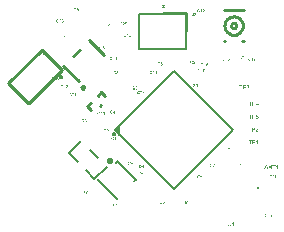
<source format=gto>
G04*
G04 #@! TF.GenerationSoftware,Altium Limited,Altium Designer,24.8.2 (39)*
G04*
G04 Layer_Color=65535*
%FSLAX44Y44*%
%MOMM*%
G71*
G04*
G04 #@! TF.SameCoordinates,51F5D0A7-D834-435B-83A4-D3E02903F5C0*
G04*
G04*
G04 #@! TF.FilePolarity,Positive*
G04*
G01*
G75*
%ADD10C,0.2540*%
%ADD11C,0.2000*%
%ADD12C,0.1520*%
%ADD13C,0.2500*%
G36*
X-39785Y-8043D02*
D01*
X-35896Y-4154D01*
Y-11932D01*
X-39785Y-8043D01*
D01*
D02*
G37*
G36*
X80646Y-57288D02*
X80770Y-57439D01*
X80922Y-57564D01*
X81095Y-57656D01*
X81282Y-57713D01*
X81477Y-57732D01*
X81672Y-57713D01*
X81860Y-57656D01*
X82033Y-57564D01*
X82184Y-57439D01*
X82309Y-57288D01*
X82401Y-57115D01*
X82458Y-56927D01*
X82477Y-56732D01*
X82458Y-56537D01*
X82401Y-56349D01*
X82309Y-56177D01*
X82184Y-56025D01*
X82033Y-55901D01*
X81860Y-55808D01*
X81672Y-55751D01*
X81477Y-55732D01*
X81282Y-55751D01*
X81095Y-55808D01*
X80922Y-55901D01*
X80770Y-56025D01*
X80646Y-56177D01*
X80553Y-56349D01*
X80497Y-56537D01*
X80477Y-56732D01*
X80497Y-56927D01*
X80553Y-57115D01*
X80646Y-57288D01*
D02*
G37*
G36*
X23488Y-70505D02*
X23173D01*
Y-68499D01*
X23168Y-68504D01*
X23160Y-68509D01*
X23152Y-68516D01*
X23127Y-68539D01*
X23091Y-68567D01*
X23048Y-68600D01*
X22998Y-68636D01*
X22939Y-68676D01*
X22873Y-68717D01*
X22871D01*
X22865Y-68722D01*
X22855Y-68727D01*
X22843Y-68735D01*
X22825Y-68742D01*
X22807Y-68753D01*
X22761Y-68778D01*
X22710Y-68803D01*
X22655Y-68831D01*
X22599Y-68857D01*
X22543Y-68880D01*
Y-68575D01*
X22545Y-68572D01*
X22555Y-68570D01*
X22568Y-68562D01*
X22586Y-68552D01*
X22611Y-68539D01*
X22637Y-68527D01*
X22667Y-68509D01*
X22700Y-68491D01*
X22771Y-68448D01*
X22848Y-68397D01*
X22926Y-68339D01*
X23003Y-68275D01*
X23005Y-68273D01*
X23010Y-68267D01*
X23020Y-68257D01*
X23036Y-68245D01*
X23051Y-68229D01*
X23069Y-68209D01*
X23112Y-68166D01*
X23157Y-68113D01*
X23206Y-68054D01*
X23249Y-67993D01*
X23267Y-67960D01*
X23284Y-67930D01*
X23488D01*
Y-70505D01*
D02*
G37*
G36*
X21070Y-67942D02*
X21103D01*
X21141Y-67945D01*
X21179Y-67947D01*
X21263Y-67958D01*
X21349Y-67970D01*
X21433Y-67988D01*
X21471Y-67998D01*
X21507Y-68011D01*
X21509D01*
X21514Y-68014D01*
X21524Y-68019D01*
X21537Y-68024D01*
X21552Y-68031D01*
X21567Y-68041D01*
X21608Y-68067D01*
X21654Y-68100D01*
X21702Y-68143D01*
X21748Y-68194D01*
X21791Y-68255D01*
X21793Y-68257D01*
X21796Y-68262D01*
X21801Y-68273D01*
X21809Y-68285D01*
X21816Y-68303D01*
X21824Y-68321D01*
X21834Y-68344D01*
X21844Y-68369D01*
X21865Y-68425D01*
X21880Y-68491D01*
X21893Y-68565D01*
X21898Y-68641D01*
Y-68643D01*
Y-68654D01*
Y-68666D01*
X21895Y-68687D01*
X21893Y-68709D01*
X21888Y-68737D01*
X21882Y-68768D01*
X21875Y-68801D01*
X21867Y-68836D01*
X21855Y-68872D01*
X21839Y-68910D01*
X21824Y-68948D01*
X21801Y-68989D01*
X21778Y-69027D01*
X21750Y-69065D01*
X21720Y-69101D01*
X21717Y-69103D01*
X21712Y-69108D01*
X21702Y-69118D01*
X21687Y-69131D01*
X21669Y-69146D01*
X21646Y-69162D01*
X21618Y-69182D01*
X21585Y-69200D01*
X21550Y-69220D01*
X21509Y-69240D01*
X21466Y-69261D01*
X21418Y-69278D01*
X21364Y-69296D01*
X21306Y-69314D01*
X21242Y-69327D01*
X21176Y-69337D01*
X21179D01*
X21181Y-69339D01*
X21189Y-69344D01*
X21199Y-69347D01*
X21222Y-69362D01*
X21253Y-69377D01*
X21286Y-69398D01*
X21319Y-69418D01*
X21352Y-69443D01*
X21379Y-69466D01*
X21382Y-69469D01*
X21387Y-69471D01*
X21395Y-69479D01*
X21405Y-69492D01*
X21418Y-69504D01*
X21433Y-69520D01*
X21451Y-69540D01*
X21471Y-69560D01*
X21514Y-69609D01*
X21562Y-69667D01*
X21611Y-69733D01*
X21662Y-69807D01*
X22103Y-70505D01*
X21679D01*
X21341Y-69972D01*
X21339Y-69969D01*
X21334Y-69962D01*
X21326Y-69949D01*
X21316Y-69934D01*
X21303Y-69913D01*
X21291Y-69893D01*
X21255Y-69840D01*
X21217Y-69784D01*
X21176Y-69725D01*
X21136Y-69670D01*
X21115Y-69642D01*
X21098Y-69619D01*
Y-69616D01*
X21093Y-69614D01*
X21082Y-69598D01*
X21062Y-69578D01*
X21039Y-69553D01*
X21014Y-69525D01*
X20983Y-69494D01*
X20955Y-69469D01*
X20925Y-69449D01*
X20922Y-69446D01*
X20912Y-69441D01*
X20897Y-69431D01*
X20877Y-69421D01*
X20854Y-69408D01*
X20828Y-69398D01*
X20800Y-69385D01*
X20770Y-69377D01*
X20767D01*
X20760Y-69375D01*
X20745Y-69372D01*
X20727Y-69370D01*
X20699D01*
X20668Y-69367D01*
X20628Y-69365D01*
X20191D01*
Y-70505D01*
X19850D01*
Y-67940D01*
X21042D01*
X21070Y-67942D01*
D02*
G37*
G36*
X69953Y51760D02*
X69613D01*
Y54023D01*
X68351D01*
Y54326D01*
X69953D01*
Y51760D01*
D02*
G37*
G36*
X67205Y52319D02*
X67210Y52324D01*
X67218Y52329D01*
X67225Y52337D01*
X67251Y52360D01*
X67286Y52388D01*
X67330Y52421D01*
X67380Y52456D01*
X67439Y52497D01*
X67505Y52537D01*
X67507D01*
X67512Y52543D01*
X67523Y52548D01*
X67535Y52555D01*
X67553Y52563D01*
X67571Y52573D01*
X67617Y52598D01*
X67667Y52624D01*
X67723Y52652D01*
X67779Y52677D01*
X67835Y52700D01*
Y52395D01*
X67832Y52393D01*
X67822Y52390D01*
X67810Y52382D01*
X67792Y52372D01*
X67766Y52360D01*
X67741Y52347D01*
X67710Y52329D01*
X67677Y52311D01*
X67606Y52268D01*
X67530Y52217D01*
X67451Y52159D01*
X67375Y52095D01*
X67373Y52093D01*
X67368Y52088D01*
X67357Y52078D01*
X67342Y52065D01*
X67327Y52050D01*
X67309Y52030D01*
X67266Y51986D01*
X67220Y51933D01*
X67172Y51874D01*
X67129Y51814D01*
X67111Y51781D01*
X67093Y51750D01*
X66890D01*
Y54326D01*
X67205D01*
Y52319D01*
D02*
G37*
G36*
X-53109Y7266D02*
X-53076Y7263D01*
X-53038Y7258D01*
X-52994Y7251D01*
X-52949Y7243D01*
X-52898Y7233D01*
X-52847Y7220D01*
X-52794Y7205D01*
X-52738Y7185D01*
X-52684Y7162D01*
X-52629Y7136D01*
X-52578Y7106D01*
X-52527Y7070D01*
X-52524Y7068D01*
X-52514Y7060D01*
X-52502Y7050D01*
X-52484Y7035D01*
X-52463Y7014D01*
X-52438Y6989D01*
X-52410Y6961D01*
X-52382Y6928D01*
X-52352Y6892D01*
X-52321Y6849D01*
X-52291Y6806D01*
X-52260Y6755D01*
X-52232Y6704D01*
X-52204Y6646D01*
X-52179Y6585D01*
X-52159Y6522D01*
X-52494Y6443D01*
Y6445D01*
X-52499Y6456D01*
X-52504Y6471D01*
X-52512Y6489D01*
X-52519Y6511D01*
X-52532Y6537D01*
X-52545Y6567D01*
X-52560Y6598D01*
X-52598Y6664D01*
X-52644Y6732D01*
X-52695Y6796D01*
X-52725Y6824D01*
X-52756Y6849D01*
X-52758Y6852D01*
X-52763Y6854D01*
X-52773Y6862D01*
X-52786Y6870D01*
X-52801Y6880D01*
X-52822Y6890D01*
X-52845Y6903D01*
X-52873Y6915D01*
X-52900Y6926D01*
X-52933Y6938D01*
X-52966Y6948D01*
X-53004Y6959D01*
X-53045Y6966D01*
X-53088Y6974D01*
X-53131Y6976D01*
X-53180Y6979D01*
X-53208D01*
X-53228Y6976D01*
X-53253Y6974D01*
X-53284Y6971D01*
X-53317Y6966D01*
X-53352Y6961D01*
X-53429Y6943D01*
X-53513Y6918D01*
X-53553Y6903D01*
X-53594Y6885D01*
X-53635Y6862D01*
X-53673Y6837D01*
X-53675Y6834D01*
X-53680Y6829D01*
X-53690Y6821D01*
X-53706Y6811D01*
X-53721Y6796D01*
X-53739Y6778D01*
X-53759Y6758D01*
X-53782Y6735D01*
X-53805Y6710D01*
X-53828Y6682D01*
X-53850Y6649D01*
X-53873Y6616D01*
X-53916Y6539D01*
X-53934Y6499D01*
X-53952Y6456D01*
Y6453D01*
X-53955Y6445D01*
X-53960Y6433D01*
X-53965Y6415D01*
X-53970Y6392D01*
X-53977Y6367D01*
X-53985Y6336D01*
X-53990Y6306D01*
X-53998Y6268D01*
X-54005Y6230D01*
X-54018Y6148D01*
X-54028Y6057D01*
X-54031Y5963D01*
Y5960D01*
Y5948D01*
Y5930D01*
X-54028Y5907D01*
Y5879D01*
X-54026Y5846D01*
X-54023Y5810D01*
X-54018Y5770D01*
X-54013Y5724D01*
X-54008Y5678D01*
X-53990Y5584D01*
X-53967Y5485D01*
X-53937Y5391D01*
Y5389D01*
X-53932Y5381D01*
X-53927Y5368D01*
X-53919Y5351D01*
X-53909Y5330D01*
X-53896Y5307D01*
X-53866Y5254D01*
X-53822Y5196D01*
X-53772Y5135D01*
X-53713Y5076D01*
X-53678Y5051D01*
X-53642Y5026D01*
X-53639D01*
X-53632Y5020D01*
X-53622Y5015D01*
X-53607Y5008D01*
X-53589Y4998D01*
X-53566Y4988D01*
X-53541Y4977D01*
X-53510Y4967D01*
X-53479Y4954D01*
X-53446Y4944D01*
X-53373Y4924D01*
X-53292Y4911D01*
X-53248Y4909D01*
X-53205Y4906D01*
X-53177D01*
X-53157Y4909D01*
X-53134Y4911D01*
X-53104Y4914D01*
X-53073Y4919D01*
X-53038Y4927D01*
X-52964Y4947D01*
X-52923Y4960D01*
X-52883Y4975D01*
X-52842Y4992D01*
X-52801Y5015D01*
X-52763Y5041D01*
X-52725Y5069D01*
X-52723Y5071D01*
X-52717Y5076D01*
X-52707Y5087D01*
X-52692Y5099D01*
X-52677Y5117D01*
X-52659Y5137D01*
X-52639Y5163D01*
X-52616Y5193D01*
X-52596Y5224D01*
X-52573Y5262D01*
X-52550Y5302D01*
X-52527Y5346D01*
X-52507Y5394D01*
X-52489Y5445D01*
X-52471Y5501D01*
X-52456Y5559D01*
X-52116Y5473D01*
Y5468D01*
X-52121Y5455D01*
X-52128Y5432D01*
X-52136Y5404D01*
X-52149Y5368D01*
X-52164Y5328D01*
X-52182Y5285D01*
X-52204Y5236D01*
X-52227Y5186D01*
X-52258Y5132D01*
X-52288Y5079D01*
X-52324Y5028D01*
X-52362Y4975D01*
X-52405Y4927D01*
X-52451Y4878D01*
X-52502Y4835D01*
X-52504Y4832D01*
X-52514Y4825D01*
X-52530Y4815D01*
X-52550Y4802D01*
X-52578Y4784D01*
X-52611Y4766D01*
X-52646Y4746D01*
X-52690Y4726D01*
X-52738Y4706D01*
X-52789Y4685D01*
X-52845Y4667D01*
X-52903Y4650D01*
X-52966Y4637D01*
X-53032Y4627D01*
X-53104Y4619D01*
X-53177Y4617D01*
X-53218D01*
X-53246Y4619D01*
X-53281Y4622D01*
X-53322Y4627D01*
X-53368Y4632D01*
X-53416Y4637D01*
X-53469Y4647D01*
X-53525Y4657D01*
X-53581Y4670D01*
X-53637Y4688D01*
X-53693Y4706D01*
X-53749Y4728D01*
X-53802Y4754D01*
X-53853Y4784D01*
X-53855Y4787D01*
X-53863Y4792D01*
X-53878Y4802D01*
X-53896Y4815D01*
X-53916Y4832D01*
X-53942Y4855D01*
X-53970Y4878D01*
X-54000Y4909D01*
X-54031Y4942D01*
X-54064Y4977D01*
X-54097Y5018D01*
X-54127Y5061D01*
X-54160Y5109D01*
X-54191Y5160D01*
X-54219Y5214D01*
X-54247Y5272D01*
X-54249Y5275D01*
X-54252Y5287D01*
X-54259Y5305D01*
X-54267Y5328D01*
X-54277Y5358D01*
X-54290Y5394D01*
X-54303Y5432D01*
X-54313Y5478D01*
X-54325Y5529D01*
X-54338Y5582D01*
X-54351Y5638D01*
X-54361Y5699D01*
X-54369Y5760D01*
X-54376Y5826D01*
X-54379Y5892D01*
X-54381Y5960D01*
Y5965D01*
Y5978D01*
Y5998D01*
X-54379Y6029D01*
X-54376Y6062D01*
X-54374Y6102D01*
X-54369Y6148D01*
X-54361Y6199D01*
X-54353Y6252D01*
X-54343Y6308D01*
X-54330Y6364D01*
X-54318Y6425D01*
X-54300Y6484D01*
X-54280Y6544D01*
X-54257Y6603D01*
X-54229Y6659D01*
X-54226Y6661D01*
X-54221Y6672D01*
X-54214Y6687D01*
X-54201Y6707D01*
X-54186Y6732D01*
X-54165Y6763D01*
X-54142Y6793D01*
X-54117Y6829D01*
X-54089Y6865D01*
X-54056Y6903D01*
X-54021Y6938D01*
X-53982Y6976D01*
X-53939Y7014D01*
X-53893Y7050D01*
X-53845Y7083D01*
X-53794Y7113D01*
X-53792Y7116D01*
X-53782Y7121D01*
X-53766Y7129D01*
X-53746Y7139D01*
X-53718Y7149D01*
X-53688Y7162D01*
X-53652Y7177D01*
X-53612Y7192D01*
X-53566Y7205D01*
X-53518Y7220D01*
X-53467Y7233D01*
X-53414Y7246D01*
X-53355Y7253D01*
X-53297Y7261D01*
X-53236Y7266D01*
X-53172Y7268D01*
X-53134D01*
X-53109Y7266D01*
D02*
G37*
G36*
X-48984Y7233D02*
X-48963Y7230D01*
X-48938Y7228D01*
X-48907Y7225D01*
X-48877Y7218D01*
X-48806Y7202D01*
X-48730Y7177D01*
X-48692Y7162D01*
X-48651Y7144D01*
X-48610Y7124D01*
X-48572Y7098D01*
X-48570Y7096D01*
X-48562Y7093D01*
X-48552Y7083D01*
X-48537Y7073D01*
X-48521Y7060D01*
X-48501Y7042D01*
X-48478Y7022D01*
X-48455Y6999D01*
X-48430Y6974D01*
X-48405Y6946D01*
X-48377Y6913D01*
X-48351Y6880D01*
X-48326Y6842D01*
X-48300Y6804D01*
X-48278Y6760D01*
X-48257Y6715D01*
X-48255Y6712D01*
X-48252Y6702D01*
X-48247Y6689D01*
X-48239Y6669D01*
X-48232Y6643D01*
X-48222Y6611D01*
X-48212Y6575D01*
X-48201Y6532D01*
X-48191Y6484D01*
X-48184Y6430D01*
X-48173Y6369D01*
X-48166Y6306D01*
X-48158Y6235D01*
X-48153Y6161D01*
X-48148Y6080D01*
Y5993D01*
Y5991D01*
Y5988D01*
Y5981D01*
Y5973D01*
Y5945D01*
X-48151Y5912D01*
Y5871D01*
X-48153Y5823D01*
X-48156Y5770D01*
X-48161Y5711D01*
X-48166Y5650D01*
X-48173Y5587D01*
X-48194Y5457D01*
X-48204Y5391D01*
X-48219Y5328D01*
X-48237Y5267D01*
X-48255Y5211D01*
Y5208D01*
X-48260Y5198D01*
X-48265Y5183D01*
X-48275Y5163D01*
X-48285Y5140D01*
X-48300Y5109D01*
X-48316Y5079D01*
X-48334Y5046D01*
X-48379Y4975D01*
X-48432Y4901D01*
X-48499Y4830D01*
X-48534Y4797D01*
X-48572Y4766D01*
X-48575Y4764D01*
X-48582Y4759D01*
X-48593Y4754D01*
X-48610Y4744D01*
X-48631Y4731D01*
X-48653Y4718D01*
X-48682Y4706D01*
X-48712Y4693D01*
X-48748Y4678D01*
X-48786Y4665D01*
X-48826Y4652D01*
X-48869Y4640D01*
X-48915Y4629D01*
X-48963Y4624D01*
X-49012Y4619D01*
X-49065Y4617D01*
X-49093D01*
X-49116Y4619D01*
X-49141Y4622D01*
X-49172Y4624D01*
X-49205Y4629D01*
X-49240Y4637D01*
X-49319Y4657D01*
X-49360Y4670D01*
X-49400Y4685D01*
X-49441Y4706D01*
X-49482Y4728D01*
X-49520Y4754D01*
X-49558Y4782D01*
X-49560Y4784D01*
X-49565Y4789D01*
X-49576Y4800D01*
X-49588Y4812D01*
X-49604Y4830D01*
X-49619Y4850D01*
X-49637Y4876D01*
X-49657Y4904D01*
X-49677Y4937D01*
X-49695Y4970D01*
X-49715Y5010D01*
X-49733Y5051D01*
X-49748Y5097D01*
X-49763Y5148D01*
X-49774Y5198D01*
X-49784Y5254D01*
X-49482Y5282D01*
Y5280D01*
X-49479Y5272D01*
X-49476Y5262D01*
X-49474Y5246D01*
X-49469Y5229D01*
X-49464Y5208D01*
X-49448Y5163D01*
X-49428Y5112D01*
X-49405Y5059D01*
X-49372Y5010D01*
X-49357Y4990D01*
X-49337Y4970D01*
X-49334D01*
X-49332Y4965D01*
X-49317Y4954D01*
X-49294Y4939D01*
X-49261Y4924D01*
X-49220Y4906D01*
X-49174Y4891D01*
X-49121Y4881D01*
X-49060Y4876D01*
X-49035D01*
X-49009Y4878D01*
X-48974Y4883D01*
X-48935Y4891D01*
X-48892Y4904D01*
X-48849Y4919D01*
X-48806Y4942D01*
X-48803D01*
X-48801Y4944D01*
X-48788Y4954D01*
X-48768Y4970D01*
X-48742Y4990D01*
X-48712Y5015D01*
X-48682Y5046D01*
X-48653Y5079D01*
X-48626Y5120D01*
Y5122D01*
X-48623Y5125D01*
X-48613Y5140D01*
X-48600Y5165D01*
X-48585Y5198D01*
X-48567Y5242D01*
X-48549Y5292D01*
X-48529Y5353D01*
X-48511Y5419D01*
Y5422D01*
X-48509Y5427D01*
X-48506Y5437D01*
X-48504Y5452D01*
X-48501Y5470D01*
X-48496Y5490D01*
X-48491Y5513D01*
X-48486Y5539D01*
X-48478Y5597D01*
X-48471Y5661D01*
X-48466Y5732D01*
X-48463Y5805D01*
Y5810D01*
Y5821D01*
Y5841D01*
Y5864D01*
X-48468Y5859D01*
X-48473Y5851D01*
X-48481Y5841D01*
X-48501Y5813D01*
X-48532Y5780D01*
X-48570Y5742D01*
X-48613Y5701D01*
X-48664Y5661D01*
X-48722Y5623D01*
X-48725D01*
X-48730Y5617D01*
X-48737Y5615D01*
X-48750Y5607D01*
X-48765Y5602D01*
X-48783Y5594D01*
X-48803Y5584D01*
X-48826Y5577D01*
X-48880Y5559D01*
X-48941Y5546D01*
X-49004Y5536D01*
X-49075Y5531D01*
X-49090D01*
X-49106Y5534D01*
X-49128D01*
X-49156Y5539D01*
X-49187Y5544D01*
X-49222Y5551D01*
X-49261Y5559D01*
X-49304Y5572D01*
X-49347Y5587D01*
X-49390Y5605D01*
X-49436Y5627D01*
X-49482Y5653D01*
X-49527Y5683D01*
X-49570Y5719D01*
X-49614Y5760D01*
X-49616Y5762D01*
X-49624Y5770D01*
X-49634Y5782D01*
X-49647Y5803D01*
X-49664Y5826D01*
X-49682Y5854D01*
X-49703Y5887D01*
X-49723Y5922D01*
X-49743Y5965D01*
X-49763Y6011D01*
X-49781Y6059D01*
X-49799Y6115D01*
X-49812Y6174D01*
X-49822Y6235D01*
X-49830Y6301D01*
X-49832Y6369D01*
Y6374D01*
Y6387D01*
X-49830Y6407D01*
Y6433D01*
X-49825Y6466D01*
X-49819Y6504D01*
X-49812Y6547D01*
X-49804Y6593D01*
X-49791Y6643D01*
X-49776Y6694D01*
X-49758Y6745D01*
X-49736Y6798D01*
X-49710Y6849D01*
X-49680Y6900D01*
X-49644Y6951D01*
X-49604Y6997D01*
X-49601Y6999D01*
X-49593Y7007D01*
X-49581Y7020D01*
X-49563Y7035D01*
X-49540Y7053D01*
X-49512Y7073D01*
X-49482Y7093D01*
X-49446Y7116D01*
X-49405Y7139D01*
X-49362Y7159D01*
X-49314Y7179D01*
X-49263Y7197D01*
X-49210Y7212D01*
X-49151Y7225D01*
X-49090Y7233D01*
X-49027Y7235D01*
X-49001D01*
X-48984Y7233D01*
D02*
G37*
G36*
X-50640Y4660D02*
X-50955D01*
Y6666D01*
X-50960Y6661D01*
X-50967Y6656D01*
X-50975Y6649D01*
X-51000Y6626D01*
X-51036Y6598D01*
X-51079Y6565D01*
X-51130Y6529D01*
X-51188Y6489D01*
X-51255Y6448D01*
X-51257D01*
X-51262Y6443D01*
X-51272Y6438D01*
X-51285Y6430D01*
X-51303Y6423D01*
X-51321Y6412D01*
X-51366Y6387D01*
X-51417Y6362D01*
X-51473Y6334D01*
X-51529Y6308D01*
X-51585Y6285D01*
Y6590D01*
X-51582Y6593D01*
X-51572Y6595D01*
X-51559Y6603D01*
X-51542Y6613D01*
X-51516Y6626D01*
X-51491Y6639D01*
X-51460Y6656D01*
X-51427Y6674D01*
X-51356Y6717D01*
X-51280Y6768D01*
X-51201Y6826D01*
X-51125Y6890D01*
X-51122Y6892D01*
X-51117Y6898D01*
X-51107Y6908D01*
X-51092Y6920D01*
X-51077Y6936D01*
X-51059Y6956D01*
X-51016Y6999D01*
X-50970Y7053D01*
X-50922Y7111D01*
X-50879Y7172D01*
X-50861Y7205D01*
X-50843Y7235D01*
X-50640D01*
Y4660D01*
D02*
G37*
G36*
X74726Y53432D02*
X74759Y53429D01*
X74797Y53424D01*
X74840Y53417D01*
X74886Y53409D01*
X74937Y53399D01*
X74988Y53386D01*
X75041Y53371D01*
X75097Y53350D01*
X75150Y53328D01*
X75206Y53302D01*
X75257Y53272D01*
X75307Y53236D01*
X75310Y53234D01*
X75320Y53226D01*
X75333Y53216D01*
X75351Y53201D01*
X75371Y53180D01*
X75396Y53155D01*
X75424Y53127D01*
X75452Y53094D01*
X75483Y53058D01*
X75513Y53015D01*
X75544Y52972D01*
X75574Y52921D01*
X75602Y52870D01*
X75630Y52812D01*
X75655Y52751D01*
X75676Y52688D01*
X75340Y52609D01*
Y52611D01*
X75335Y52621D01*
X75330Y52637D01*
X75323Y52655D01*
X75315Y52677D01*
X75302Y52703D01*
X75290Y52733D01*
X75275Y52764D01*
X75236Y52830D01*
X75191Y52898D01*
X75140Y52962D01*
X75109Y52990D01*
X75079Y53015D01*
X75076Y53018D01*
X75071Y53020D01*
X75061Y53028D01*
X75048Y53035D01*
X75033Y53046D01*
X75013Y53056D01*
X74990Y53068D01*
X74962Y53081D01*
X74934Y53091D01*
X74901Y53104D01*
X74868Y53114D01*
X74830Y53124D01*
X74789Y53132D01*
X74746Y53140D01*
X74703Y53142D01*
X74655Y53145D01*
X74627D01*
X74606Y53142D01*
X74581Y53140D01*
X74551Y53137D01*
X74518Y53132D01*
X74482Y53127D01*
X74406Y53109D01*
X74322Y53084D01*
X74281Y53068D01*
X74241Y53051D01*
X74200Y53028D01*
X74162Y53002D01*
X74159Y53000D01*
X74154Y52995D01*
X74144Y52987D01*
X74129Y52977D01*
X74114Y52962D01*
X74096Y52944D01*
X74076Y52924D01*
X74053Y52901D01*
X74030Y52875D01*
X74007Y52847D01*
X73984Y52814D01*
X73961Y52782D01*
X73918Y52705D01*
X73900Y52665D01*
X73883Y52621D01*
Y52619D01*
X73880Y52611D01*
X73875Y52599D01*
X73870Y52581D01*
X73865Y52558D01*
X73857Y52533D01*
X73850Y52502D01*
X73844Y52472D01*
X73837Y52434D01*
X73829Y52395D01*
X73816Y52314D01*
X73806Y52223D01*
X73804Y52129D01*
Y52126D01*
Y52113D01*
Y52096D01*
X73806Y52073D01*
Y52045D01*
X73809Y52012D01*
X73811Y51976D01*
X73816Y51936D01*
X73822Y51890D01*
X73827Y51844D01*
X73844Y51750D01*
X73867Y51651D01*
X73898Y51557D01*
Y51555D01*
X73903Y51547D01*
X73908Y51534D01*
X73916Y51516D01*
X73926Y51496D01*
X73938Y51473D01*
X73969Y51420D01*
X74012Y51362D01*
X74063Y51301D01*
X74121Y51242D01*
X74157Y51217D01*
X74192Y51191D01*
X74195D01*
X74203Y51186D01*
X74213Y51181D01*
X74228Y51174D01*
X74246Y51164D01*
X74269Y51153D01*
X74294Y51143D01*
X74324Y51133D01*
X74355Y51120D01*
X74388Y51110D01*
X74462Y51090D01*
X74543Y51077D01*
X74586Y51075D01*
X74629Y51072D01*
X74657D01*
X74678Y51075D01*
X74700Y51077D01*
X74731Y51080D01*
X74761Y51085D01*
X74797Y51092D01*
X74871Y51113D01*
X74911Y51125D01*
X74952Y51141D01*
X74992Y51158D01*
X75033Y51181D01*
X75071Y51207D01*
X75109Y51235D01*
X75112Y51237D01*
X75117Y51242D01*
X75127Y51252D01*
X75142Y51265D01*
X75158Y51283D01*
X75175Y51303D01*
X75196Y51329D01*
X75219Y51359D01*
X75239Y51389D01*
X75262Y51428D01*
X75285Y51468D01*
X75307Y51512D01*
X75328Y51560D01*
X75346Y51610D01*
X75363Y51666D01*
X75379Y51725D01*
X75719Y51638D01*
Y51633D01*
X75714Y51621D01*
X75706Y51598D01*
X75699Y51570D01*
X75686Y51534D01*
X75671Y51494D01*
X75653Y51451D01*
X75630Y51402D01*
X75607Y51351D01*
X75577Y51298D01*
X75546Y51245D01*
X75511Y51194D01*
X75473Y51141D01*
X75429Y51092D01*
X75384Y51044D01*
X75333Y51001D01*
X75330Y50998D01*
X75320Y50991D01*
X75305Y50981D01*
X75285Y50968D01*
X75257Y50950D01*
X75224Y50932D01*
X75188Y50912D01*
X75145Y50892D01*
X75097Y50871D01*
X75046Y50851D01*
X74990Y50833D01*
X74932Y50816D01*
X74868Y50803D01*
X74802Y50793D01*
X74731Y50785D01*
X74657Y50782D01*
X74617D01*
X74589Y50785D01*
X74553Y50788D01*
X74513Y50793D01*
X74467Y50798D01*
X74419Y50803D01*
X74365Y50813D01*
X74309Y50823D01*
X74253Y50836D01*
X74198Y50854D01*
X74142Y50871D01*
X74086Y50894D01*
X74032Y50920D01*
X73982Y50950D01*
X73979Y50953D01*
X73972Y50958D01*
X73956Y50968D01*
X73938Y50981D01*
X73918Y50998D01*
X73893Y51021D01*
X73865Y51044D01*
X73834Y51075D01*
X73804Y51108D01*
X73771Y51143D01*
X73738Y51184D01*
X73707Y51227D01*
X73674Y51275D01*
X73644Y51326D01*
X73616Y51379D01*
X73588Y51438D01*
X73585Y51440D01*
X73583Y51453D01*
X73575Y51471D01*
X73568Y51494D01*
X73557Y51524D01*
X73545Y51560D01*
X73532Y51598D01*
X73522Y51644D01*
X73509Y51694D01*
X73496Y51748D01*
X73484Y51804D01*
X73474Y51865D01*
X73466Y51926D01*
X73458Y51992D01*
X73456Y52058D01*
X73453Y52126D01*
Y52131D01*
Y52144D01*
Y52164D01*
X73456Y52195D01*
X73458Y52228D01*
X73461Y52268D01*
X73466Y52314D01*
X73474Y52365D01*
X73481Y52418D01*
X73491Y52474D01*
X73504Y52530D01*
X73517Y52591D01*
X73535Y52649D01*
X73555Y52710D01*
X73578Y52769D01*
X73606Y52825D01*
X73608Y52827D01*
X73613Y52837D01*
X73621Y52853D01*
X73634Y52873D01*
X73649Y52898D01*
X73669Y52929D01*
X73692Y52959D01*
X73717Y52995D01*
X73745Y53030D01*
X73778Y53068D01*
X73814Y53104D01*
X73852Y53142D01*
X73895Y53180D01*
X73941Y53216D01*
X73989Y53249D01*
X74040Y53279D01*
X74043Y53282D01*
X74053Y53287D01*
X74068Y53295D01*
X74088Y53305D01*
X74116Y53315D01*
X74147Y53328D01*
X74182Y53343D01*
X74223Y53358D01*
X74269Y53371D01*
X74317Y53386D01*
X74368Y53399D01*
X74421Y53411D01*
X74479Y53419D01*
X74538Y53427D01*
X74599Y53432D01*
X74662Y53434D01*
X74700D01*
X74726Y53432D01*
D02*
G37*
G36*
X79681Y53112D02*
X79679Y53109D01*
X79671Y53099D01*
X79656Y53084D01*
X79638Y53063D01*
X79618Y53038D01*
X79590Y53007D01*
X79562Y52969D01*
X79529Y52929D01*
X79493Y52881D01*
X79455Y52830D01*
X79415Y52771D01*
X79372Y52710D01*
X79328Y52644D01*
X79285Y52573D01*
X79239Y52497D01*
X79194Y52418D01*
X79191Y52413D01*
X79184Y52398D01*
X79171Y52375D01*
X79156Y52345D01*
X79135Y52304D01*
X79112Y52258D01*
X79085Y52205D01*
X79059Y52147D01*
X79029Y52080D01*
X78998Y52012D01*
X78968Y51938D01*
X78937Y51862D01*
X78907Y51781D01*
X78876Y51699D01*
X78823Y51529D01*
Y51527D01*
X78818Y51514D01*
X78815Y51496D01*
X78808Y51473D01*
X78800Y51443D01*
X78792Y51407D01*
X78782Y51367D01*
X78772Y51321D01*
X78762Y51270D01*
X78752Y51217D01*
X78742Y51158D01*
X78734Y51097D01*
X78724Y51031D01*
X78716Y50965D01*
X78703Y50826D01*
X78381D01*
Y50828D01*
Y50838D01*
X78383Y50856D01*
Y50879D01*
X78386Y50910D01*
X78389Y50945D01*
X78394Y50986D01*
X78399Y51031D01*
X78404Y51082D01*
X78411Y51136D01*
X78422Y51196D01*
X78432Y51260D01*
X78444Y51329D01*
X78460Y51400D01*
X78477Y51476D01*
X78498Y51555D01*
X78500Y51560D01*
X78503Y51575D01*
X78510Y51598D01*
X78518Y51628D01*
X78531Y51666D01*
X78546Y51712D01*
X78561Y51763D01*
X78582Y51819D01*
X78604Y51880D01*
X78627Y51946D01*
X78655Y52014D01*
X78683Y52085D01*
X78749Y52233D01*
X78823Y52383D01*
X78825Y52388D01*
X78833Y52400D01*
X78843Y52421D01*
X78861Y52449D01*
X78879Y52484D01*
X78904Y52522D01*
X78930Y52568D01*
X78960Y52616D01*
X78993Y52667D01*
X79029Y52723D01*
X79105Y52835D01*
X79189Y52949D01*
X79232Y53002D01*
X79278Y53056D01*
X78023D01*
Y53358D01*
X79681D01*
Y53112D01*
D02*
G37*
G36*
X77195Y50826D02*
X76880D01*
Y52832D01*
X76875Y52827D01*
X76867Y52822D01*
X76859Y52814D01*
X76834Y52792D01*
X76799Y52764D01*
X76755Y52731D01*
X76705Y52695D01*
X76646Y52655D01*
X76580Y52614D01*
X76578D01*
X76572Y52609D01*
X76562Y52604D01*
X76550Y52596D01*
X76532Y52588D01*
X76514Y52578D01*
X76468Y52553D01*
X76417Y52527D01*
X76362Y52499D01*
X76306Y52474D01*
X76250Y52451D01*
Y52756D01*
X76252Y52759D01*
X76262Y52761D01*
X76275Y52769D01*
X76293Y52779D01*
X76318Y52792D01*
X76344Y52804D01*
X76374Y52822D01*
X76407Y52840D01*
X76478Y52883D01*
X76555Y52934D01*
X76633Y52992D01*
X76710Y53056D01*
X76712Y53058D01*
X76717Y53063D01*
X76727Y53074D01*
X76743Y53086D01*
X76758Y53102D01*
X76776Y53122D01*
X76819Y53165D01*
X76865Y53218D01*
X76913Y53277D01*
X76956Y53338D01*
X76974Y53371D01*
X76992Y53401D01*
X77195D01*
Y50826D01*
D02*
G37*
G36*
X56958Y53399D02*
X56983Y53396D01*
X57013Y53391D01*
X57046Y53386D01*
X57082Y53381D01*
X57161Y53361D01*
X57201Y53345D01*
X57245Y53330D01*
X57285Y53310D01*
X57326Y53287D01*
X57364Y53261D01*
X57402Y53231D01*
X57404Y53229D01*
X57410Y53223D01*
X57420Y53213D01*
X57432Y53201D01*
X57448Y53183D01*
X57466Y53162D01*
X57483Y53137D01*
X57504Y53109D01*
X57524Y53076D01*
X57544Y53043D01*
X57565Y53005D01*
X57582Y52962D01*
X57600Y52916D01*
X57613Y52870D01*
X57625Y52817D01*
X57636Y52764D01*
X57323Y52738D01*
Y52741D01*
X57321Y52746D01*
X57318Y52756D01*
X57316Y52769D01*
X57311Y52784D01*
X57305Y52802D01*
X57293Y52840D01*
X57275Y52886D01*
X57255Y52929D01*
X57232Y52972D01*
X57204Y53007D01*
X57201Y53010D01*
X57199Y53013D01*
X57191Y53020D01*
X57181Y53028D01*
X57168Y53038D01*
X57153Y53051D01*
X57115Y53076D01*
X57069Y53099D01*
X57016Y53122D01*
X56955Y53137D01*
X56922Y53140D01*
X56886Y53142D01*
X56861D01*
X56833Y53137D01*
X56797Y53132D01*
X56757Y53122D01*
X56711Y53107D01*
X56665Y53084D01*
X56622Y53056D01*
X56620D01*
X56615Y53051D01*
X56607Y53046D01*
X56597Y53035D01*
X56571Y53010D01*
X56538Y52977D01*
X56500Y52931D01*
X56462Y52878D01*
X56424Y52814D01*
X56389Y52741D01*
Y52738D01*
X56386Y52731D01*
X56381Y52718D01*
X56376Y52703D01*
X56368Y52680D01*
X56361Y52655D01*
X56353Y52624D01*
X56345Y52588D01*
X56338Y52548D01*
X56330Y52505D01*
X56322Y52456D01*
X56315Y52403D01*
X56310Y52345D01*
X56305Y52284D01*
X56302Y52218D01*
X56300Y52147D01*
X56302Y52149D01*
X56305Y52154D01*
X56312Y52164D01*
X56320Y52174D01*
X56343Y52205D01*
X56376Y52243D01*
X56416Y52286D01*
X56465Y52327D01*
X56518Y52367D01*
X56576Y52403D01*
X56579D01*
X56584Y52406D01*
X56592Y52411D01*
X56604Y52416D01*
X56620Y52423D01*
X56637Y52431D01*
X56658Y52439D01*
X56681Y52446D01*
X56734Y52461D01*
X56792Y52477D01*
X56856Y52487D01*
X56922Y52489D01*
X56937D01*
X56952Y52487D01*
X56975D01*
X57001Y52482D01*
X57034Y52477D01*
X57069Y52469D01*
X57107Y52461D01*
X57148Y52449D01*
X57191Y52434D01*
X57237Y52413D01*
X57280Y52390D01*
X57326Y52365D01*
X57372Y52332D01*
X57415Y52296D01*
X57458Y52256D01*
X57460Y52253D01*
X57468Y52245D01*
X57478Y52233D01*
X57493Y52215D01*
X57509Y52192D01*
X57529Y52164D01*
X57549Y52131D01*
X57570Y52093D01*
X57590Y52052D01*
X57610Y52007D01*
X57631Y51958D01*
X57646Y51905D01*
X57661Y51849D01*
X57671Y51788D01*
X57679Y51725D01*
X57681Y51656D01*
Y51654D01*
Y51646D01*
Y51633D01*
X57679Y51616D01*
Y51593D01*
X57676Y51570D01*
X57674Y51542D01*
X57669Y51509D01*
X57656Y51440D01*
X57638Y51364D01*
X57613Y51285D01*
X57577Y51207D01*
Y51204D01*
X57572Y51196D01*
X57567Y51186D01*
X57559Y51174D01*
X57547Y51156D01*
X57534Y51136D01*
X57504Y51090D01*
X57460Y51039D01*
X57412Y50988D01*
X57356Y50937D01*
X57290Y50892D01*
X57288D01*
X57283Y50887D01*
X57272Y50882D01*
X57257Y50874D01*
X57242Y50866D01*
X57219Y50856D01*
X57196Y50848D01*
X57171Y50838D01*
X57140Y50828D01*
X57110Y50818D01*
X57039Y50800D01*
X56960Y50788D01*
X56919Y50785D01*
X56876Y50782D01*
X56858D01*
X56838Y50785D01*
X56810Y50788D01*
X56777Y50790D01*
X56739Y50798D01*
X56696Y50805D01*
X56648Y50818D01*
X56599Y50833D01*
X56546Y50854D01*
X56493Y50876D01*
X56439Y50904D01*
X56386Y50937D01*
X56333Y50975D01*
X56282Y51019D01*
X56234Y51069D01*
X56231Y51072D01*
X56223Y51082D01*
X56211Y51100D01*
X56196Y51125D01*
X56178Y51156D01*
X56155Y51196D01*
X56135Y51242D01*
X56112Y51298D01*
X56086Y51359D01*
X56066Y51430D01*
X56046Y51509D01*
X56025Y51595D01*
X56010Y51689D01*
X55997Y51793D01*
X55990Y51905D01*
X55987Y52024D01*
Y52027D01*
Y52032D01*
Y52042D01*
Y52058D01*
Y52075D01*
X55990Y52096D01*
Y52119D01*
X55992Y52147D01*
Y52174D01*
X55995Y52207D01*
X56002Y52278D01*
X56010Y52355D01*
X56023Y52439D01*
X56035Y52527D01*
X56053Y52616D01*
X56076Y52705D01*
X56104Y52794D01*
X56135Y52881D01*
X56170Y52964D01*
X56213Y53038D01*
X56262Y53107D01*
X56264Y53109D01*
X56272Y53119D01*
X56287Y53134D01*
X56305Y53152D01*
X56330Y53175D01*
X56358Y53201D01*
X56394Y53226D01*
X56432Y53254D01*
X56475Y53282D01*
X56523Y53307D01*
X56576Y53333D01*
X56635Y53355D01*
X56696Y53373D01*
X56762Y53389D01*
X56833Y53399D01*
X56907Y53401D01*
X56937D01*
X56958Y53399D01*
D02*
G37*
G36*
X52726Y53432D02*
X52759Y53429D01*
X52797Y53424D01*
X52840Y53417D01*
X52886Y53409D01*
X52937Y53399D01*
X52987Y53386D01*
X53041Y53371D01*
X53097Y53350D01*
X53150Y53328D01*
X53206Y53302D01*
X53257Y53272D01*
X53307Y53236D01*
X53310Y53234D01*
X53320Y53226D01*
X53333Y53216D01*
X53351Y53201D01*
X53371Y53180D01*
X53396Y53155D01*
X53424Y53127D01*
X53452Y53094D01*
X53483Y53058D01*
X53513Y53015D01*
X53544Y52972D01*
X53574Y52921D01*
X53602Y52870D01*
X53630Y52812D01*
X53656Y52751D01*
X53676Y52688D01*
X53341Y52609D01*
Y52611D01*
X53335Y52621D01*
X53330Y52637D01*
X53323Y52655D01*
X53315Y52677D01*
X53302Y52703D01*
X53290Y52733D01*
X53274Y52764D01*
X53236Y52830D01*
X53191Y52898D01*
X53140Y52962D01*
X53109Y52990D01*
X53079Y53015D01*
X53076Y53018D01*
X53071Y53020D01*
X53061Y53028D01*
X53048Y53035D01*
X53033Y53046D01*
X53013Y53056D01*
X52990Y53068D01*
X52962Y53081D01*
X52934Y53091D01*
X52901Y53104D01*
X52868Y53114D01*
X52830Y53124D01*
X52789Y53132D01*
X52746Y53140D01*
X52703Y53142D01*
X52655Y53145D01*
X52627D01*
X52606Y53142D01*
X52581Y53140D01*
X52551Y53137D01*
X52517Y53132D01*
X52482Y53127D01*
X52406Y53109D01*
X52322Y53084D01*
X52281Y53068D01*
X52241Y53051D01*
X52200Y53028D01*
X52162Y53002D01*
X52159Y53000D01*
X52154Y52995D01*
X52144Y52987D01*
X52129Y52977D01*
X52114Y52962D01*
X52096Y52944D01*
X52076Y52924D01*
X52053Y52901D01*
X52030Y52875D01*
X52007Y52847D01*
X51984Y52814D01*
X51961Y52782D01*
X51918Y52705D01*
X51900Y52665D01*
X51883Y52621D01*
Y52619D01*
X51880Y52611D01*
X51875Y52599D01*
X51870Y52581D01*
X51865Y52558D01*
X51857Y52533D01*
X51849Y52502D01*
X51844Y52472D01*
X51837Y52434D01*
X51829Y52395D01*
X51817Y52314D01*
X51806Y52223D01*
X51804Y52129D01*
Y52126D01*
Y52113D01*
Y52096D01*
X51806Y52073D01*
Y52045D01*
X51809Y52012D01*
X51811Y51976D01*
X51817Y51936D01*
X51822Y51890D01*
X51827Y51844D01*
X51844Y51750D01*
X51867Y51651D01*
X51898Y51557D01*
Y51555D01*
X51903Y51547D01*
X51908Y51534D01*
X51916Y51516D01*
X51926Y51496D01*
X51938Y51473D01*
X51969Y51420D01*
X52012Y51362D01*
X52063Y51301D01*
X52121Y51242D01*
X52157Y51217D01*
X52192Y51191D01*
X52195D01*
X52203Y51186D01*
X52213Y51181D01*
X52228Y51174D01*
X52246Y51164D01*
X52269Y51153D01*
X52294Y51143D01*
X52325Y51133D01*
X52355Y51120D01*
X52388Y51110D01*
X52462Y51090D01*
X52543Y51077D01*
X52586Y51075D01*
X52629Y51072D01*
X52657D01*
X52678Y51075D01*
X52700Y51077D01*
X52731Y51080D01*
X52761Y51085D01*
X52797Y51092D01*
X52871Y51113D01*
X52911Y51125D01*
X52952Y51141D01*
X52993Y51158D01*
X53033Y51181D01*
X53071Y51207D01*
X53109Y51235D01*
X53112Y51237D01*
X53117Y51242D01*
X53127Y51252D01*
X53142Y51265D01*
X53158Y51283D01*
X53175Y51303D01*
X53196Y51329D01*
X53219Y51359D01*
X53239Y51389D01*
X53262Y51428D01*
X53285Y51468D01*
X53307Y51512D01*
X53328Y51560D01*
X53346Y51610D01*
X53363Y51666D01*
X53379Y51725D01*
X53719Y51638D01*
Y51633D01*
X53714Y51621D01*
X53706Y51598D01*
X53699Y51570D01*
X53686Y51534D01*
X53671Y51494D01*
X53653Y51451D01*
X53630Y51402D01*
X53607Y51351D01*
X53577Y51298D01*
X53546Y51245D01*
X53511Y51194D01*
X53473Y51141D01*
X53429Y51092D01*
X53384Y51044D01*
X53333Y51001D01*
X53330Y50998D01*
X53320Y50991D01*
X53305Y50981D01*
X53285Y50968D01*
X53257Y50950D01*
X53224Y50932D01*
X53188Y50912D01*
X53145Y50892D01*
X53097Y50871D01*
X53046Y50851D01*
X52990Y50833D01*
X52932Y50816D01*
X52868Y50803D01*
X52802Y50793D01*
X52731Y50785D01*
X52657Y50782D01*
X52617D01*
X52589Y50785D01*
X52553Y50788D01*
X52512Y50793D01*
X52467Y50798D01*
X52418Y50803D01*
X52365Y50813D01*
X52309Y50823D01*
X52253Y50836D01*
X52197Y50854D01*
X52142Y50871D01*
X52086Y50894D01*
X52032Y50920D01*
X51982Y50950D01*
X51979Y50953D01*
X51971Y50958D01*
X51956Y50968D01*
X51938Y50981D01*
X51918Y50998D01*
X51893Y51021D01*
X51865Y51044D01*
X51834Y51075D01*
X51804Y51108D01*
X51771Y51143D01*
X51738Y51184D01*
X51707Y51227D01*
X51674Y51275D01*
X51644Y51326D01*
X51616Y51379D01*
X51588Y51438D01*
X51585Y51440D01*
X51583Y51453D01*
X51575Y51471D01*
X51568Y51494D01*
X51557Y51524D01*
X51545Y51560D01*
X51532Y51598D01*
X51522Y51644D01*
X51509Y51694D01*
X51497Y51748D01*
X51484Y51804D01*
X51474Y51865D01*
X51466Y51926D01*
X51458Y51992D01*
X51456Y52058D01*
X51453Y52126D01*
Y52131D01*
Y52144D01*
Y52164D01*
X51456Y52195D01*
X51458Y52228D01*
X51461Y52268D01*
X51466Y52314D01*
X51474Y52365D01*
X51481Y52418D01*
X51491Y52474D01*
X51504Y52530D01*
X51517Y52591D01*
X51535Y52649D01*
X51555Y52710D01*
X51578Y52769D01*
X51606Y52825D01*
X51608Y52827D01*
X51613Y52837D01*
X51621Y52853D01*
X51634Y52873D01*
X51649Y52898D01*
X51669Y52929D01*
X51692Y52959D01*
X51717Y52995D01*
X51745Y53030D01*
X51778Y53068D01*
X51814Y53104D01*
X51852Y53142D01*
X51895Y53180D01*
X51941Y53216D01*
X51989Y53249D01*
X52040Y53279D01*
X52043Y53282D01*
X52053Y53287D01*
X52068Y53295D01*
X52088Y53305D01*
X52116Y53315D01*
X52147Y53328D01*
X52182Y53343D01*
X52223Y53358D01*
X52269Y53371D01*
X52317Y53386D01*
X52368Y53399D01*
X52421Y53411D01*
X52479Y53419D01*
X52538Y53427D01*
X52599Y53432D01*
X52662Y53434D01*
X52700D01*
X52726Y53432D01*
D02*
G37*
G36*
X55195Y50826D02*
X54880D01*
Y52832D01*
X54875Y52827D01*
X54867Y52822D01*
X54859Y52814D01*
X54834Y52792D01*
X54798Y52764D01*
X54755Y52731D01*
X54704Y52695D01*
X54646Y52655D01*
X54580Y52614D01*
X54577D01*
X54572Y52609D01*
X54562Y52604D01*
X54549Y52596D01*
X54532Y52588D01*
X54514Y52578D01*
X54468Y52553D01*
X54418Y52527D01*
X54362Y52499D01*
X54306Y52474D01*
X54250Y52451D01*
Y52756D01*
X54252Y52759D01*
X54262Y52761D01*
X54275Y52769D01*
X54293Y52779D01*
X54318Y52792D01*
X54344Y52804D01*
X54374Y52822D01*
X54407Y52840D01*
X54478Y52883D01*
X54555Y52934D01*
X54633Y52992D01*
X54710Y53056D01*
X54712Y53058D01*
X54717Y53063D01*
X54727Y53074D01*
X54743Y53086D01*
X54758Y53102D01*
X54776Y53122D01*
X54819Y53165D01*
X54865Y53218D01*
X54913Y53277D01*
X54956Y53338D01*
X54974Y53371D01*
X54991Y53401D01*
X55195D01*
Y50826D01*
D02*
G37*
G36*
X-83552Y70836D02*
Y70834D01*
Y70821D01*
Y70806D01*
Y70783D01*
X-83554Y70755D01*
Y70724D01*
X-83557Y70689D01*
X-83562Y70651D01*
X-83570Y70570D01*
X-83582Y70483D01*
X-83600Y70399D01*
X-83613Y70361D01*
X-83625Y70323D01*
Y70321D01*
X-83628Y70315D01*
X-83633Y70305D01*
X-83641Y70293D01*
X-83648Y70275D01*
X-83659Y70257D01*
X-83686Y70214D01*
X-83722Y70166D01*
X-83768Y70115D01*
X-83796Y70089D01*
X-83824Y70064D01*
X-83854Y70039D01*
X-83890Y70016D01*
X-83892D01*
X-83897Y70011D01*
X-83910Y70006D01*
X-83923Y69998D01*
X-83943Y69988D01*
X-83966Y69978D01*
X-83991Y69967D01*
X-84022Y69957D01*
X-84057Y69947D01*
X-84093Y69937D01*
X-84133Y69927D01*
X-84179Y69917D01*
X-84227Y69909D01*
X-84278Y69904D01*
X-84332Y69901D01*
X-84387Y69899D01*
X-84415D01*
X-84438Y69901D01*
X-84464D01*
X-84492Y69904D01*
X-84525Y69907D01*
X-84560Y69912D01*
X-84639Y69924D01*
X-84720Y69942D01*
X-84802Y69967D01*
X-84840Y69983D01*
X-84878Y70001D01*
X-84880Y70003D01*
X-84885Y70006D01*
X-84895Y70011D01*
X-84908Y70021D01*
X-84923Y70031D01*
X-84941Y70044D01*
X-84982Y70077D01*
X-85028Y70120D01*
X-85073Y70171D01*
X-85114Y70232D01*
X-85132Y70265D01*
X-85149Y70300D01*
Y70303D01*
X-85152Y70310D01*
X-85157Y70321D01*
X-85162Y70336D01*
X-85167Y70356D01*
X-85175Y70379D01*
X-85183Y70409D01*
X-85190Y70440D01*
X-85198Y70478D01*
X-85205Y70516D01*
X-85213Y70562D01*
X-85218Y70610D01*
X-85223Y70661D01*
X-85228Y70714D01*
X-85231Y70775D01*
Y70836D01*
Y72071D01*
X-84949D01*
Y70836D01*
Y70834D01*
Y70823D01*
Y70811D01*
Y70791D01*
X-84946Y70768D01*
Y70742D01*
X-84944Y70712D01*
X-84941Y70681D01*
X-84936Y70615D01*
X-84929Y70547D01*
X-84916Y70483D01*
X-84906Y70453D01*
X-84898Y70427D01*
Y70425D01*
X-84895Y70422D01*
X-84888Y70404D01*
X-84875Y70381D01*
X-84857Y70354D01*
X-84832Y70321D01*
X-84802Y70285D01*
X-84763Y70255D01*
X-84720Y70224D01*
X-84718D01*
X-84715Y70222D01*
X-84707Y70216D01*
X-84697Y70214D01*
X-84685Y70209D01*
X-84669Y70201D01*
X-84634Y70188D01*
X-84588Y70176D01*
X-84537Y70163D01*
X-84479Y70156D01*
X-84413Y70153D01*
X-84382D01*
X-84362Y70156D01*
X-84337Y70158D01*
X-84306Y70161D01*
X-84276Y70166D01*
X-84240Y70171D01*
X-84166Y70186D01*
X-84093Y70211D01*
X-84057Y70229D01*
X-84024Y70247D01*
X-83996Y70267D01*
X-83968Y70293D01*
X-83966Y70295D01*
X-83963Y70300D01*
X-83956Y70308D01*
X-83948Y70321D01*
X-83938Y70338D01*
X-83925Y70359D01*
X-83912Y70384D01*
X-83900Y70415D01*
X-83890Y70448D01*
X-83877Y70488D01*
X-83864Y70531D01*
X-83854Y70582D01*
X-83846Y70638D01*
X-83839Y70697D01*
X-83836Y70765D01*
X-83834Y70836D01*
Y72071D01*
X-83552D01*
Y70836D01*
D02*
G37*
G36*
X-81786Y71837D02*
X-81789Y71834D01*
X-81797Y71827D01*
X-81807Y71814D01*
X-81822Y71799D01*
X-81840Y71776D01*
X-81863Y71751D01*
X-81888Y71720D01*
X-81913Y71685D01*
X-81944Y71644D01*
X-81977Y71601D01*
X-82010Y71555D01*
X-82046Y71502D01*
X-82081Y71448D01*
X-82117Y71390D01*
X-82155Y71326D01*
X-82193Y71260D01*
X-82195Y71255D01*
X-82200Y71245D01*
X-82211Y71225D01*
X-82226Y71199D01*
X-82241Y71166D01*
X-82261Y71126D01*
X-82282Y71083D01*
X-82305Y71032D01*
X-82330Y70978D01*
X-82355Y70923D01*
X-82381Y70862D01*
X-82406Y70796D01*
X-82455Y70661D01*
X-82500Y70521D01*
Y70519D01*
X-82503Y70508D01*
X-82508Y70493D01*
X-82513Y70476D01*
X-82518Y70450D01*
X-82526Y70420D01*
X-82533Y70384D01*
X-82541Y70346D01*
X-82551Y70305D01*
X-82559Y70260D01*
X-82566Y70211D01*
X-82574Y70161D01*
X-82589Y70051D01*
X-82599Y69935D01*
X-82868D01*
Y69937D01*
Y69947D01*
Y69960D01*
X-82866Y69980D01*
Y70003D01*
X-82863Y70034D01*
X-82858Y70067D01*
X-82856Y70105D01*
X-82851Y70148D01*
X-82843Y70194D01*
X-82836Y70244D01*
X-82828Y70298D01*
X-82815Y70354D01*
X-82802Y70415D01*
X-82787Y70476D01*
X-82772Y70542D01*
Y70547D01*
X-82767Y70557D01*
X-82762Y70577D01*
X-82754Y70602D01*
X-82744Y70635D01*
X-82731Y70674D01*
X-82719Y70714D01*
X-82701Y70763D01*
X-82683Y70813D01*
X-82663Y70867D01*
X-82640Y70925D01*
X-82617Y70984D01*
X-82561Y71105D01*
X-82500Y71230D01*
X-82498Y71235D01*
X-82493Y71245D01*
X-82482Y71263D01*
X-82470Y71286D01*
X-82452Y71314D01*
X-82434Y71347D01*
X-82411Y71385D01*
X-82386Y71425D01*
X-82358Y71469D01*
X-82330Y71514D01*
X-82267Y71608D01*
X-82195Y71702D01*
X-82122Y71791D01*
X-83168D01*
Y72043D01*
X-81786D01*
Y71837D01*
D02*
G37*
G36*
X-34326Y83156D02*
X-34293Y83154D01*
X-34255Y83149D01*
X-34211Y83141D01*
X-34166Y83133D01*
X-34115Y83123D01*
X-34064Y83111D01*
X-34011Y83095D01*
X-33955Y83075D01*
X-33902Y83052D01*
X-33846Y83027D01*
X-33795Y82996D01*
X-33744Y82961D01*
X-33741Y82958D01*
X-33731Y82951D01*
X-33719Y82940D01*
X-33701Y82925D01*
X-33681Y82905D01*
X-33655Y82879D01*
X-33627Y82851D01*
X-33599Y82818D01*
X-33569Y82783D01*
X-33538Y82740D01*
X-33508Y82697D01*
X-33477Y82646D01*
X-33449Y82595D01*
X-33421Y82537D01*
X-33396Y82476D01*
X-33376Y82412D01*
X-33711Y82333D01*
Y82336D01*
X-33716Y82346D01*
X-33721Y82361D01*
X-33729Y82379D01*
X-33736Y82402D01*
X-33749Y82427D01*
X-33762Y82458D01*
X-33777Y82488D01*
X-33815Y82554D01*
X-33861Y82623D01*
X-33912Y82686D01*
X-33942Y82714D01*
X-33973Y82740D01*
X-33975Y82742D01*
X-33980Y82745D01*
X-33990Y82753D01*
X-34003Y82760D01*
X-34018Y82770D01*
X-34039Y82780D01*
X-34062Y82793D01*
X-34089Y82806D01*
X-34117Y82816D01*
X-34150Y82829D01*
X-34183Y82839D01*
X-34221Y82849D01*
X-34262Y82857D01*
X-34305Y82864D01*
X-34348Y82867D01*
X-34397Y82869D01*
X-34425D01*
X-34445Y82867D01*
X-34470Y82864D01*
X-34501Y82862D01*
X-34534Y82857D01*
X-34569Y82851D01*
X-34646Y82834D01*
X-34729Y82808D01*
X-34770Y82793D01*
X-34811Y82775D01*
X-34851Y82753D01*
X-34890Y82727D01*
X-34892Y82725D01*
X-34897Y82719D01*
X-34907Y82712D01*
X-34922Y82702D01*
X-34938Y82686D01*
X-34956Y82669D01*
X-34976Y82648D01*
X-34999Y82626D01*
X-35022Y82600D01*
X-35045Y82572D01*
X-35067Y82539D01*
X-35090Y82506D01*
X-35133Y82430D01*
X-35151Y82389D01*
X-35169Y82346D01*
Y82344D01*
X-35171Y82336D01*
X-35176Y82323D01*
X-35182Y82305D01*
X-35187Y82283D01*
X-35194Y82257D01*
X-35202Y82227D01*
X-35207Y82196D01*
X-35215Y82158D01*
X-35222Y82120D01*
X-35235Y82039D01*
X-35245Y81947D01*
X-35248Y81853D01*
Y81851D01*
Y81838D01*
Y81820D01*
X-35245Y81797D01*
Y81770D01*
X-35243Y81736D01*
X-35240Y81701D01*
X-35235Y81660D01*
X-35230Y81615D01*
X-35225Y81569D01*
X-35207Y81475D01*
X-35184Y81376D01*
X-35154Y81282D01*
Y81279D01*
X-35149Y81272D01*
X-35143Y81259D01*
X-35136Y81241D01*
X-35126Y81221D01*
X-35113Y81198D01*
X-35083Y81145D01*
X-35039Y81086D01*
X-34989Y81025D01*
X-34930Y80967D01*
X-34895Y80941D01*
X-34859Y80916D01*
X-34857D01*
X-34849Y80911D01*
X-34839Y80906D01*
X-34824Y80898D01*
X-34806Y80888D01*
X-34783Y80878D01*
X-34757Y80868D01*
X-34727Y80858D01*
X-34697Y80845D01*
X-34664Y80835D01*
X-34590Y80814D01*
X-34509Y80802D01*
X-34465Y80799D01*
X-34422Y80797D01*
X-34394D01*
X-34374Y80799D01*
X-34351Y80802D01*
X-34321Y80804D01*
X-34290Y80809D01*
X-34255Y80817D01*
X-34181Y80837D01*
X-34140Y80850D01*
X-34100Y80865D01*
X-34059Y80883D01*
X-34018Y80906D01*
X-33980Y80931D01*
X-33942Y80959D01*
X-33940Y80962D01*
X-33935Y80967D01*
X-33924Y80977D01*
X-33909Y80990D01*
X-33894Y81007D01*
X-33876Y81028D01*
X-33856Y81053D01*
X-33833Y81084D01*
X-33813Y81114D01*
X-33790Y81152D01*
X-33767Y81193D01*
X-33744Y81236D01*
X-33724Y81284D01*
X-33706Y81335D01*
X-33688Y81391D01*
X-33673Y81449D01*
X-33333Y81363D01*
Y81358D01*
X-33338Y81345D01*
X-33345Y81322D01*
X-33353Y81294D01*
X-33365Y81259D01*
X-33381Y81218D01*
X-33398Y81175D01*
X-33421Y81127D01*
X-33444Y81076D01*
X-33475Y81023D01*
X-33505Y80969D01*
X-33541Y80919D01*
X-33579Y80865D01*
X-33622Y80817D01*
X-33668Y80769D01*
X-33719Y80725D01*
X-33721Y80723D01*
X-33731Y80715D01*
X-33747Y80705D01*
X-33767Y80693D01*
X-33795Y80675D01*
X-33828Y80657D01*
X-33863Y80637D01*
X-33907Y80616D01*
X-33955Y80596D01*
X-34006Y80576D01*
X-34062Y80558D01*
X-34120Y80540D01*
X-34183Y80527D01*
X-34249Y80517D01*
X-34321Y80510D01*
X-34394Y80507D01*
X-34435D01*
X-34463Y80510D01*
X-34498Y80512D01*
X-34539Y80517D01*
X-34585Y80522D01*
X-34633Y80527D01*
X-34686Y80538D01*
X-34742Y80548D01*
X-34798Y80560D01*
X-34854Y80578D01*
X-34910Y80596D01*
X-34966Y80619D01*
X-35019Y80644D01*
X-35070Y80675D01*
X-35072Y80677D01*
X-35080Y80682D01*
X-35095Y80693D01*
X-35113Y80705D01*
X-35133Y80723D01*
X-35159Y80746D01*
X-35187Y80769D01*
X-35217Y80799D01*
X-35248Y80832D01*
X-35281Y80868D01*
X-35314Y80908D01*
X-35344Y80952D01*
X-35377Y81000D01*
X-35408Y81051D01*
X-35436Y81104D01*
X-35464Y81162D01*
X-35466Y81165D01*
X-35469Y81178D01*
X-35476Y81195D01*
X-35484Y81218D01*
X-35494Y81249D01*
X-35507Y81284D01*
X-35519Y81322D01*
X-35530Y81368D01*
X-35542Y81419D01*
X-35555Y81472D01*
X-35568Y81528D01*
X-35578Y81589D01*
X-35585Y81650D01*
X-35593Y81716D01*
X-35596Y81782D01*
X-35598Y81851D01*
Y81856D01*
Y81868D01*
Y81889D01*
X-35596Y81919D01*
X-35593Y81952D01*
X-35591Y81993D01*
X-35585Y82039D01*
X-35578Y82090D01*
X-35570Y82143D01*
X-35560Y82199D01*
X-35547Y82255D01*
X-35535Y82316D01*
X-35517Y82374D01*
X-35497Y82435D01*
X-35474Y82493D01*
X-35446Y82549D01*
X-35443Y82552D01*
X-35438Y82562D01*
X-35431Y82577D01*
X-35418Y82598D01*
X-35403Y82623D01*
X-35382Y82653D01*
X-35359Y82684D01*
X-35334Y82719D01*
X-35306Y82755D01*
X-35273Y82793D01*
X-35238Y82829D01*
X-35199Y82867D01*
X-35156Y82905D01*
X-35110Y82940D01*
X-35062Y82973D01*
X-35011Y83004D01*
X-35009Y83006D01*
X-34999Y83012D01*
X-34983Y83019D01*
X-34963Y83029D01*
X-34935Y83040D01*
X-34905Y83052D01*
X-34869Y83067D01*
X-34829Y83083D01*
X-34783Y83095D01*
X-34735Y83111D01*
X-34684Y83123D01*
X-34630Y83136D01*
X-34572Y83144D01*
X-34514Y83151D01*
X-34453Y83156D01*
X-34389Y83159D01*
X-34351D01*
X-34326Y83156D01*
D02*
G37*
G36*
X-29472Y82780D02*
X-30493D01*
X-30633Y82090D01*
X-30630Y82092D01*
X-30622Y82097D01*
X-30610Y82105D01*
X-30592Y82115D01*
X-30571Y82128D01*
X-30546Y82140D01*
X-30518Y82156D01*
X-30485Y82171D01*
X-30450Y82186D01*
X-30412Y82201D01*
X-30330Y82227D01*
X-30287Y82237D01*
X-30241Y82245D01*
X-30196Y82249D01*
X-30147Y82252D01*
X-30132D01*
X-30114Y82249D01*
X-30092D01*
X-30064Y82245D01*
X-30028Y82239D01*
X-29992Y82232D01*
X-29952Y82224D01*
X-29906Y82211D01*
X-29863Y82196D01*
X-29815Y82176D01*
X-29766Y82153D01*
X-29718Y82128D01*
X-29672Y82095D01*
X-29624Y82059D01*
X-29581Y82018D01*
X-29578Y82016D01*
X-29571Y82008D01*
X-29561Y81995D01*
X-29545Y81975D01*
X-29528Y81952D01*
X-29507Y81924D01*
X-29487Y81894D01*
X-29464Y81856D01*
X-29444Y81815D01*
X-29423Y81770D01*
X-29403Y81721D01*
X-29385Y81668D01*
X-29370Y81609D01*
X-29360Y81551D01*
X-29352Y81485D01*
X-29350Y81419D01*
Y81414D01*
Y81404D01*
Y81386D01*
X-29352Y81361D01*
X-29355Y81330D01*
X-29360Y81294D01*
X-29368Y81256D01*
X-29375Y81213D01*
X-29385Y81167D01*
X-29398Y81119D01*
X-29416Y81068D01*
X-29436Y81018D01*
X-29459Y80967D01*
X-29487Y80916D01*
X-29517Y80865D01*
X-29553Y80817D01*
X-29555Y80814D01*
X-29563Y80804D01*
X-29578Y80789D01*
X-29599Y80769D01*
X-29624Y80746D01*
X-29655Y80718D01*
X-29688Y80690D01*
X-29728Y80662D01*
X-29774Y80634D01*
X-29825Y80606D01*
X-29881Y80578D01*
X-29942Y80555D01*
X-30005Y80535D01*
X-30074Y80520D01*
X-30147Y80510D01*
X-30226Y80507D01*
X-30241D01*
X-30259Y80510D01*
X-30285D01*
X-30315Y80512D01*
X-30348Y80517D01*
X-30386Y80522D01*
X-30429Y80533D01*
X-30473Y80543D01*
X-30521Y80555D01*
X-30566Y80571D01*
X-30615Y80591D01*
X-30663Y80611D01*
X-30709Y80639D01*
X-30754Y80667D01*
X-30798Y80703D01*
X-30800Y80705D01*
X-30808Y80713D01*
X-30818Y80723D01*
X-30833Y80738D01*
X-30851Y80759D01*
X-30869Y80781D01*
X-30889Y80809D01*
X-30912Y80842D01*
X-30935Y80875D01*
X-30955Y80916D01*
X-30978Y80959D01*
X-30996Y81005D01*
X-31014Y81056D01*
X-31029Y81107D01*
X-31041Y81165D01*
X-31049Y81223D01*
X-30719Y81251D01*
Y81249D01*
X-30716Y81241D01*
X-30714Y81229D01*
X-30711Y81211D01*
X-30706Y81190D01*
X-30701Y81167D01*
X-30683Y81114D01*
X-30663Y81056D01*
X-30633Y80995D01*
X-30597Y80936D01*
X-30574Y80911D01*
X-30551Y80886D01*
X-30549D01*
X-30546Y80880D01*
X-30538Y80875D01*
X-30528Y80868D01*
X-30513Y80858D01*
X-30498Y80848D01*
X-30460Y80827D01*
X-30414Y80804D01*
X-30358Y80784D01*
X-30297Y80771D01*
X-30264Y80769D01*
X-30229Y80766D01*
X-30206D01*
X-30190Y80769D01*
X-30170Y80771D01*
X-30147Y80776D01*
X-30122Y80781D01*
X-30094Y80787D01*
X-30033Y80807D01*
X-30000Y80822D01*
X-29967Y80837D01*
X-29936Y80858D01*
X-29904Y80880D01*
X-29873Y80906D01*
X-29843Y80936D01*
X-29840Y80939D01*
X-29835Y80944D01*
X-29827Y80954D01*
X-29817Y80967D01*
X-29807Y80985D01*
X-29792Y81005D01*
X-29779Y81030D01*
X-29764Y81058D01*
X-29749Y81089D01*
X-29736Y81124D01*
X-29721Y81160D01*
X-29711Y81201D01*
X-29700Y81244D01*
X-29693Y81289D01*
X-29688Y81340D01*
X-29685Y81391D01*
Y81394D01*
Y81404D01*
Y81416D01*
X-29688Y81437D01*
X-29690Y81460D01*
X-29693Y81485D01*
X-29698Y81516D01*
X-29703Y81546D01*
X-29723Y81615D01*
X-29733Y81650D01*
X-29749Y81686D01*
X-29766Y81721D01*
X-29787Y81754D01*
X-29810Y81787D01*
X-29838Y81818D01*
X-29840Y81820D01*
X-29845Y81825D01*
X-29853Y81833D01*
X-29865Y81843D01*
X-29881Y81853D01*
X-29898Y81868D01*
X-29919Y81881D01*
X-29944Y81896D01*
X-29969Y81912D01*
X-30000Y81924D01*
X-30033Y81940D01*
X-30069Y81950D01*
X-30107Y81960D01*
X-30145Y81968D01*
X-30188Y81973D01*
X-30234Y81975D01*
X-30259D01*
X-30287Y81973D01*
X-30325Y81968D01*
X-30368Y81957D01*
X-30414Y81945D01*
X-30462Y81927D01*
X-30508Y81904D01*
X-30511D01*
X-30513Y81902D01*
X-30528Y81891D01*
X-30551Y81876D01*
X-30577Y81856D01*
X-30607Y81828D01*
X-30640Y81797D01*
X-30671Y81762D01*
X-30698Y81724D01*
X-30993Y81762D01*
X-30744Y83080D01*
X-29472D01*
Y82780D01*
D02*
G37*
G36*
X-32154Y83123D02*
X-32129D01*
X-32098Y83121D01*
X-32062Y83116D01*
X-32022Y83108D01*
X-31979Y83100D01*
X-31933Y83090D01*
X-31885Y83075D01*
X-31836Y83060D01*
X-31788Y83040D01*
X-31740Y83017D01*
X-31692Y82989D01*
X-31648Y82956D01*
X-31605Y82920D01*
X-31603Y82918D01*
X-31595Y82910D01*
X-31585Y82900D01*
X-31572Y82885D01*
X-31555Y82864D01*
X-31537Y82839D01*
X-31516Y82811D01*
X-31496Y82780D01*
X-31478Y82745D01*
X-31458Y82707D01*
X-31440Y82664D01*
X-31422Y82618D01*
X-31410Y82572D01*
X-31400Y82521D01*
X-31392Y82468D01*
X-31389Y82412D01*
Y82410D01*
Y82404D01*
Y82397D01*
Y82387D01*
X-31392Y82372D01*
Y82356D01*
X-31397Y82316D01*
X-31405Y82270D01*
X-31417Y82219D01*
X-31433Y82163D01*
X-31453Y82107D01*
Y82105D01*
X-31455Y82100D01*
X-31460Y82092D01*
X-31466Y82082D01*
X-31473Y82069D01*
X-31481Y82051D01*
X-31504Y82013D01*
X-31532Y81968D01*
X-31570Y81914D01*
X-31613Y81856D01*
X-31664Y81795D01*
X-31666Y81792D01*
X-31671Y81787D01*
X-31679Y81777D01*
X-31692Y81764D01*
X-31707Y81749D01*
X-31727Y81729D01*
X-31750Y81706D01*
X-31778Y81678D01*
X-31811Y81648D01*
X-31847Y81615D01*
X-31885Y81576D01*
X-31930Y81536D01*
X-31979Y81493D01*
X-32030Y81447D01*
X-32088Y81399D01*
X-32149Y81345D01*
X-32151Y81343D01*
X-32162Y81335D01*
X-32174Y81322D01*
X-32195Y81307D01*
X-32217Y81287D01*
X-32243Y81264D01*
X-32299Y81216D01*
X-32362Y81160D01*
X-32421Y81107D01*
X-32449Y81081D01*
X-32474Y81058D01*
X-32494Y81038D01*
X-32512Y81020D01*
X-32515Y81018D01*
X-32525Y81005D01*
X-32540Y80990D01*
X-32560Y80967D01*
X-32581Y80941D01*
X-32603Y80913D01*
X-32626Y80883D01*
X-32647Y80852D01*
X-31387D01*
Y80550D01*
X-33081D01*
Y80553D01*
Y80555D01*
Y80571D01*
Y80591D01*
X-33078Y80619D01*
X-33073Y80652D01*
X-33068Y80690D01*
X-33058Y80728D01*
X-33045Y80769D01*
Y80771D01*
X-33043Y80776D01*
X-33038Y80787D01*
X-33033Y80799D01*
X-33025Y80814D01*
X-33017Y80832D01*
X-32995Y80875D01*
X-32967Y80926D01*
X-32931Y80985D01*
X-32891Y81046D01*
X-32840Y81107D01*
X-32837Y81109D01*
X-32832Y81114D01*
X-32824Y81124D01*
X-32812Y81137D01*
X-32799Y81152D01*
X-32779Y81173D01*
X-32759Y81193D01*
X-32733Y81218D01*
X-32705Y81246D01*
X-32675Y81274D01*
X-32642Y81307D01*
X-32606Y81340D01*
X-32565Y81378D01*
X-32522Y81414D01*
X-32476Y81454D01*
X-32428Y81495D01*
X-32423Y81500D01*
X-32411Y81510D01*
X-32388Y81528D01*
X-32360Y81554D01*
X-32327Y81581D01*
X-32289Y81615D01*
X-32245Y81653D01*
X-32200Y81693D01*
X-32106Y81780D01*
X-32012Y81871D01*
X-31969Y81914D01*
X-31928Y81957D01*
X-31892Y82001D01*
X-31862Y82039D01*
X-31859Y82041D01*
X-31854Y82049D01*
X-31849Y82059D01*
X-31839Y82072D01*
X-31826Y82092D01*
X-31814Y82112D01*
X-31801Y82135D01*
X-31786Y82161D01*
X-31760Y82219D01*
X-31735Y82285D01*
X-31725Y82318D01*
X-31720Y82351D01*
X-31714Y82387D01*
X-31712Y82420D01*
Y82422D01*
Y82427D01*
Y82437D01*
X-31714Y82450D01*
X-31717Y82468D01*
X-31720Y82486D01*
X-31730Y82529D01*
X-31745Y82577D01*
X-31768Y82631D01*
X-31783Y82659D01*
X-31801Y82684D01*
X-31824Y82709D01*
X-31847Y82735D01*
X-31849Y82737D01*
X-31852Y82740D01*
X-31859Y82747D01*
X-31872Y82755D01*
X-31885Y82765D01*
X-31900Y82775D01*
X-31920Y82788D01*
X-31941Y82801D01*
X-31991Y82824D01*
X-32052Y82844D01*
X-32121Y82859D01*
X-32157Y82862D01*
X-32197Y82864D01*
X-32220D01*
X-32235Y82862D01*
X-32253Y82859D01*
X-32276Y82857D01*
X-32301Y82854D01*
X-32329Y82846D01*
X-32388Y82831D01*
X-32449Y82806D01*
X-32479Y82791D01*
X-32507Y82773D01*
X-32535Y82753D01*
X-32563Y82727D01*
X-32565Y82725D01*
X-32568Y82722D01*
X-32576Y82712D01*
X-32583Y82702D01*
X-32593Y82689D01*
X-32606Y82671D01*
X-32619Y82651D01*
X-32631Y82628D01*
X-32644Y82603D01*
X-32657Y82575D01*
X-32667Y82544D01*
X-32680Y82511D01*
X-32687Y82476D01*
X-32695Y82435D01*
X-32698Y82394D01*
X-32700Y82351D01*
X-33023Y82384D01*
Y82389D01*
X-33020Y82399D01*
X-33017Y82420D01*
X-33015Y82443D01*
X-33007Y82473D01*
X-33000Y82509D01*
X-32992Y82547D01*
X-32979Y82587D01*
X-32964Y82633D01*
X-32946Y82676D01*
X-32926Y82722D01*
X-32903Y82768D01*
X-32878Y82813D01*
X-32847Y82857D01*
X-32812Y82897D01*
X-32774Y82935D01*
X-32771Y82938D01*
X-32764Y82943D01*
X-32751Y82953D01*
X-32733Y82966D01*
X-32713Y82978D01*
X-32685Y82996D01*
X-32654Y83014D01*
X-32619Y83032D01*
X-32578Y83050D01*
X-32535Y83065D01*
X-32487Y83083D01*
X-32436Y83095D01*
X-32380Y83108D01*
X-32319Y83118D01*
X-32255Y83123D01*
X-32190Y83126D01*
X-32174D01*
X-32154Y83123D01*
D02*
G37*
G36*
X-64192Y1004D02*
X-64166Y1001D01*
X-64136Y997D01*
X-64103Y991D01*
X-64067Y986D01*
X-63989Y966D01*
X-63948Y951D01*
X-63905Y935D01*
X-63864Y915D01*
X-63823Y892D01*
X-63785Y867D01*
X-63747Y836D01*
X-63745Y834D01*
X-63740Y829D01*
X-63730Y819D01*
X-63717Y806D01*
X-63702Y788D01*
X-63684Y768D01*
X-63666Y742D01*
X-63646Y715D01*
X-63625Y681D01*
X-63605Y649D01*
X-63585Y610D01*
X-63567Y567D01*
X-63549Y521D01*
X-63537Y476D01*
X-63524Y422D01*
X-63514Y369D01*
X-63826Y344D01*
Y346D01*
X-63829Y351D01*
X-63831Y362D01*
X-63834Y374D01*
X-63839Y389D01*
X-63844Y407D01*
X-63857Y445D01*
X-63874Y491D01*
X-63895Y534D01*
X-63917Y577D01*
X-63945Y613D01*
X-63948Y615D01*
X-63951Y618D01*
X-63958Y626D01*
X-63968Y633D01*
X-63981Y643D01*
X-63996Y656D01*
X-64034Y681D01*
X-64080Y704D01*
X-64133Y727D01*
X-64194Y742D01*
X-64227Y745D01*
X-64263Y747D01*
X-64288D01*
X-64316Y742D01*
X-64352Y737D01*
X-64392Y727D01*
X-64438Y712D01*
X-64484Y689D01*
X-64527Y661D01*
X-64530D01*
X-64535Y656D01*
X-64542Y651D01*
X-64552Y641D01*
X-64578Y615D01*
X-64611Y582D01*
X-64649Y537D01*
X-64687Y483D01*
X-64725Y420D01*
X-64761Y346D01*
Y344D01*
X-64763Y336D01*
X-64768Y323D01*
X-64774Y308D01*
X-64781Y285D01*
X-64789Y260D01*
X-64796Y229D01*
X-64804Y194D01*
X-64812Y153D01*
X-64819Y110D01*
X-64827Y62D01*
X-64834Y8D01*
X-64840Y-50D01*
X-64845Y-111D01*
X-64847Y-177D01*
X-64850Y-248D01*
X-64847Y-246D01*
X-64845Y-240D01*
X-64837Y-230D01*
X-64829Y-220D01*
X-64806Y-190D01*
X-64774Y-152D01*
X-64733Y-108D01*
X-64685Y-68D01*
X-64631Y-27D01*
X-64573Y8D01*
X-64570D01*
X-64565Y11D01*
X-64558Y16D01*
X-64545Y21D01*
X-64530Y29D01*
X-64512Y36D01*
X-64492Y44D01*
X-64469Y52D01*
X-64415Y67D01*
X-64357Y82D01*
X-64293Y92D01*
X-64227Y95D01*
X-64212D01*
X-64197Y92D01*
X-64174D01*
X-64149Y87D01*
X-64116Y82D01*
X-64080Y74D01*
X-64042Y67D01*
X-64001Y54D01*
X-63958Y39D01*
X-63912Y19D01*
X-63869Y-4D01*
X-63823Y-30D01*
X-63778Y-63D01*
X-63735Y-98D01*
X-63692Y-139D01*
X-63689Y-142D01*
X-63681Y-149D01*
X-63671Y-162D01*
X-63656Y-180D01*
X-63641Y-202D01*
X-63620Y-230D01*
X-63600Y-263D01*
X-63580Y-302D01*
X-63559Y-342D01*
X-63539Y-388D01*
X-63519Y-436D01*
X-63503Y-489D01*
X-63488Y-545D01*
X-63478Y-606D01*
X-63471Y-670D01*
X-63468Y-738D01*
Y-741D01*
Y-749D01*
Y-761D01*
X-63471Y-779D01*
Y-802D01*
X-63473Y-825D01*
X-63476Y-853D01*
X-63481Y-886D01*
X-63493Y-954D01*
X-63511Y-1031D01*
X-63537Y-1109D01*
X-63572Y-1188D01*
Y-1191D01*
X-63577Y-1198D01*
X-63582Y-1208D01*
X-63590Y-1221D01*
X-63603Y-1239D01*
X-63615Y-1259D01*
X-63646Y-1305D01*
X-63689Y-1356D01*
X-63737Y-1406D01*
X-63793Y-1457D01*
X-63859Y-1503D01*
X-63862D01*
X-63867Y-1508D01*
X-63877Y-1513D01*
X-63892Y-1521D01*
X-63907Y-1528D01*
X-63930Y-1539D01*
X-63953Y-1546D01*
X-63979Y-1556D01*
X-64009Y-1566D01*
X-64039Y-1577D01*
X-64111Y-1594D01*
X-64189Y-1607D01*
X-64230Y-1610D01*
X-64273Y-1612D01*
X-64291D01*
X-64311Y-1610D01*
X-64339Y-1607D01*
X-64372Y-1604D01*
X-64410Y-1597D01*
X-64454Y-1589D01*
X-64502Y-1577D01*
X-64550Y-1561D01*
X-64603Y-1541D01*
X-64657Y-1518D01*
X-64710Y-1490D01*
X-64763Y-1457D01*
X-64817Y-1419D01*
X-64868Y-1376D01*
X-64916Y-1325D01*
X-64918Y-1323D01*
X-64926Y-1312D01*
X-64939Y-1295D01*
X-64954Y-1269D01*
X-64972Y-1239D01*
X-64995Y-1198D01*
X-65015Y-1152D01*
X-65038Y-1097D01*
X-65063Y-1036D01*
X-65083Y-964D01*
X-65104Y-886D01*
X-65124Y-799D01*
X-65139Y-705D01*
X-65152Y-601D01*
X-65160Y-489D01*
X-65162Y-370D01*
Y-367D01*
Y-362D01*
Y-352D01*
Y-337D01*
Y-319D01*
X-65160Y-299D01*
Y-276D01*
X-65157Y-248D01*
Y-220D01*
X-65155Y-187D01*
X-65147Y-116D01*
X-65139Y-40D01*
X-65127Y44D01*
X-65114Y133D01*
X-65096Y222D01*
X-65073Y311D01*
X-65045Y400D01*
X-65015Y486D01*
X-64979Y570D01*
X-64936Y643D01*
X-64888Y712D01*
X-64885Y715D01*
X-64878Y725D01*
X-64862Y740D01*
X-64845Y758D01*
X-64819Y781D01*
X-64791Y806D01*
X-64756Y831D01*
X-64718Y859D01*
X-64674Y887D01*
X-64626Y913D01*
X-64573Y938D01*
X-64514Y961D01*
X-64454Y979D01*
X-64387Y994D01*
X-64316Y1004D01*
X-64243Y1007D01*
X-64212D01*
X-64192Y1004D01*
D02*
G37*
G36*
X-66381Y994D02*
X-66348D01*
X-66310Y991D01*
X-66272Y989D01*
X-66188Y979D01*
X-66102Y966D01*
X-66018Y948D01*
X-65980Y938D01*
X-65944Y925D01*
X-65942D01*
X-65937Y923D01*
X-65927Y918D01*
X-65914Y913D01*
X-65899Y905D01*
X-65883Y895D01*
X-65843Y869D01*
X-65797Y836D01*
X-65749Y793D01*
X-65703Y742D01*
X-65660Y681D01*
X-65657Y679D01*
X-65655Y674D01*
X-65650Y664D01*
X-65642Y651D01*
X-65635Y633D01*
X-65627Y615D01*
X-65617Y593D01*
X-65607Y567D01*
X-65586Y511D01*
X-65571Y445D01*
X-65558Y372D01*
X-65553Y295D01*
Y293D01*
Y283D01*
Y270D01*
X-65556Y250D01*
X-65558Y227D01*
X-65563Y199D01*
X-65568Y168D01*
X-65576Y135D01*
X-65584Y100D01*
X-65596Y64D01*
X-65612Y26D01*
X-65627Y-12D01*
X-65650Y-53D01*
X-65673Y-91D01*
X-65701Y-129D01*
X-65731Y-164D01*
X-65734Y-167D01*
X-65739Y-172D01*
X-65749Y-182D01*
X-65764Y-195D01*
X-65782Y-210D01*
X-65805Y-225D01*
X-65833Y-246D01*
X-65866Y-263D01*
X-65901Y-284D01*
X-65942Y-304D01*
X-65985Y-324D01*
X-66033Y-342D01*
X-66087Y-360D01*
X-66145Y-378D01*
X-66209Y-390D01*
X-66275Y-400D01*
X-66272D01*
X-66270Y-403D01*
X-66262Y-408D01*
X-66252Y-411D01*
X-66229Y-426D01*
X-66198Y-441D01*
X-66165Y-461D01*
X-66132Y-482D01*
X-66099Y-507D01*
X-66071Y-530D01*
X-66069Y-533D01*
X-66064Y-535D01*
X-66056Y-543D01*
X-66046Y-556D01*
X-66033Y-568D01*
X-66018Y-583D01*
X-66000Y-604D01*
X-65980Y-624D01*
X-65937Y-672D01*
X-65889Y-731D01*
X-65840Y-797D01*
X-65789Y-870D01*
X-65347Y-1569D01*
X-65772D01*
X-66109Y-1036D01*
X-66112Y-1033D01*
X-66117Y-1025D01*
X-66125Y-1013D01*
X-66135Y-997D01*
X-66148Y-977D01*
X-66160Y-957D01*
X-66196Y-904D01*
X-66234Y-848D01*
X-66275Y-789D01*
X-66315Y-733D01*
X-66336Y-705D01*
X-66353Y-683D01*
Y-680D01*
X-66358Y-677D01*
X-66369Y-662D01*
X-66389Y-642D01*
X-66412Y-616D01*
X-66437Y-589D01*
X-66468Y-558D01*
X-66496Y-533D01*
X-66526Y-512D01*
X-66529Y-510D01*
X-66539Y-505D01*
X-66554Y-494D01*
X-66574Y-484D01*
X-66597Y-472D01*
X-66623Y-461D01*
X-66651Y-449D01*
X-66681Y-441D01*
X-66684D01*
X-66691Y-439D01*
X-66706Y-436D01*
X-66724Y-434D01*
X-66752D01*
X-66783Y-431D01*
X-66823Y-428D01*
X-67260D01*
Y-1569D01*
X-67600D01*
Y997D01*
X-66409D01*
X-66381Y994D01*
D02*
G37*
G36*
X-8722Y42205D02*
X-8688Y42202D01*
X-8650Y42197D01*
X-8607Y42189D01*
X-8561Y42182D01*
X-8511Y42172D01*
X-8460Y42159D01*
X-8407Y42144D01*
X-8351Y42123D01*
X-8297Y42100D01*
X-8241Y42075D01*
X-8191Y42045D01*
X-8140Y42009D01*
X-8137Y42006D01*
X-8127Y41999D01*
X-8114Y41989D01*
X-8097Y41973D01*
X-8076Y41953D01*
X-8051Y41928D01*
X-8023Y41900D01*
X-7995Y41867D01*
X-7965Y41831D01*
X-7934Y41788D01*
X-7904Y41745D01*
X-7873Y41694D01*
X-7845Y41643D01*
X-7817Y41585D01*
X-7792Y41524D01*
X-7771Y41460D01*
X-8107Y41382D01*
Y41384D01*
X-8112Y41394D01*
X-8117Y41410D01*
X-8125Y41427D01*
X-8132Y41450D01*
X-8145Y41476D01*
X-8158Y41506D01*
X-8173Y41536D01*
X-8211Y41603D01*
X-8257Y41671D01*
X-8307Y41735D01*
X-8338Y41763D01*
X-8368Y41788D01*
X-8371Y41790D01*
X-8376Y41793D01*
X-8386Y41801D01*
X-8399Y41808D01*
X-8414Y41818D01*
X-8435Y41829D01*
X-8457Y41841D01*
X-8485Y41854D01*
X-8513Y41864D01*
X-8546Y41877D01*
X-8579Y41887D01*
X-8617Y41897D01*
X-8658Y41905D01*
X-8701Y41912D01*
X-8744Y41915D01*
X-8793Y41918D01*
X-8820D01*
X-8841Y41915D01*
X-8866Y41912D01*
X-8897Y41910D01*
X-8930Y41905D01*
X-8965Y41900D01*
X-9042Y41882D01*
X-9125Y41857D01*
X-9166Y41841D01*
X-9207Y41824D01*
X-9247Y41801D01*
X-9285Y41775D01*
X-9288Y41773D01*
X-9293Y41768D01*
X-9303Y41760D01*
X-9318Y41750D01*
X-9334Y41735D01*
X-9351Y41717D01*
X-9372Y41697D01*
X-9395Y41674D01*
X-9417Y41648D01*
X-9440Y41620D01*
X-9463Y41587D01*
X-9486Y41554D01*
X-9529Y41478D01*
X-9547Y41438D01*
X-9565Y41394D01*
Y41392D01*
X-9567Y41384D01*
X-9572Y41371D01*
X-9578Y41354D01*
X-9582Y41331D01*
X-9590Y41305D01*
X-9598Y41275D01*
X-9603Y41244D01*
X-9610Y41206D01*
X-9618Y41168D01*
X-9631Y41087D01*
X-9641Y40995D01*
X-9643Y40901D01*
Y40899D01*
Y40886D01*
Y40869D01*
X-9641Y40846D01*
Y40818D01*
X-9638Y40785D01*
X-9636Y40749D01*
X-9631Y40708D01*
X-9626Y40663D01*
X-9621Y40617D01*
X-9603Y40523D01*
X-9580Y40424D01*
X-9549Y40330D01*
Y40328D01*
X-9544Y40320D01*
X-9539Y40307D01*
X-9532Y40289D01*
X-9522Y40269D01*
X-9509Y40246D01*
X-9478Y40193D01*
X-9435Y40135D01*
X-9384Y40073D01*
X-9326Y40015D01*
X-9290Y39990D01*
X-9255Y39964D01*
X-9252D01*
X-9245Y39959D01*
X-9235Y39954D01*
X-9219Y39946D01*
X-9201Y39936D01*
X-9179Y39926D01*
X-9153Y39916D01*
X-9123Y39906D01*
X-9092Y39893D01*
X-9059Y39883D01*
X-8986Y39863D01*
X-8904Y39850D01*
X-8861Y39847D01*
X-8818Y39845D01*
X-8790D01*
X-8770Y39847D01*
X-8747Y39850D01*
X-8716Y39852D01*
X-8686Y39858D01*
X-8650Y39865D01*
X-8577Y39885D01*
X-8536Y39898D01*
X-8495Y39913D01*
X-8455Y39931D01*
X-8414Y39954D01*
X-8376Y39980D01*
X-8338Y40008D01*
X-8335Y40010D01*
X-8330Y40015D01*
X-8320Y40025D01*
X-8305Y40038D01*
X-8290Y40056D01*
X-8272Y40076D01*
X-8252Y40101D01*
X-8229Y40132D01*
X-8208Y40162D01*
X-8185Y40201D01*
X-8163Y40241D01*
X-8140Y40284D01*
X-8120Y40333D01*
X-8102Y40383D01*
X-8084Y40439D01*
X-8069Y40498D01*
X-7728Y40411D01*
Y40406D01*
X-7733Y40394D01*
X-7741Y40371D01*
X-7749Y40343D01*
X-7761Y40307D01*
X-7777Y40266D01*
X-7794Y40223D01*
X-7817Y40175D01*
X-7840Y40124D01*
X-7871Y40071D01*
X-7901Y40018D01*
X-7937Y39967D01*
X-7975Y39913D01*
X-8018Y39865D01*
X-8064Y39817D01*
X-8114Y39774D01*
X-8117Y39771D01*
X-8127Y39764D01*
X-8142Y39753D01*
X-8163Y39741D01*
X-8191Y39723D01*
X-8224Y39705D01*
X-8259Y39685D01*
X-8302Y39665D01*
X-8351Y39644D01*
X-8401Y39624D01*
X-8457Y39606D01*
X-8516Y39588D01*
X-8579Y39576D01*
X-8645Y39565D01*
X-8716Y39558D01*
X-8790Y39555D01*
X-8831D01*
X-8859Y39558D01*
X-8894Y39560D01*
X-8935Y39565D01*
X-8981Y39571D01*
X-9029Y39576D01*
X-9082Y39586D01*
X-9138Y39596D01*
X-9194Y39609D01*
X-9250Y39627D01*
X-9306Y39644D01*
X-9362Y39667D01*
X-9415Y39692D01*
X-9466Y39723D01*
X-9468Y39725D01*
X-9476Y39731D01*
X-9491Y39741D01*
X-9509Y39753D01*
X-9529Y39771D01*
X-9555Y39794D01*
X-9582Y39817D01*
X-9613Y39847D01*
X-9643Y39880D01*
X-9676Y39916D01*
X-9710Y39957D01*
X-9740Y40000D01*
X-9773Y40048D01*
X-9804Y40099D01*
X-9832Y40152D01*
X-9859Y40211D01*
X-9862Y40213D01*
X-9865Y40226D01*
X-9872Y40244D01*
X-9880Y40266D01*
X-9890Y40297D01*
X-9903Y40333D01*
X-9915Y40371D01*
X-9925Y40416D01*
X-9938Y40467D01*
X-9951Y40521D01*
X-9963Y40576D01*
X-9974Y40637D01*
X-9981Y40698D01*
X-9989Y40764D01*
X-9991Y40830D01*
X-9994Y40899D01*
Y40904D01*
Y40917D01*
Y40937D01*
X-9991Y40968D01*
X-9989Y41001D01*
X-9986Y41041D01*
X-9981Y41087D01*
X-9974Y41138D01*
X-9966Y41191D01*
X-9956Y41247D01*
X-9943Y41303D01*
X-9930Y41364D01*
X-9913Y41422D01*
X-9892Y41483D01*
X-9870Y41542D01*
X-9842Y41597D01*
X-9839Y41600D01*
X-9834Y41610D01*
X-9826Y41625D01*
X-9814Y41646D01*
X-9798Y41671D01*
X-9778Y41702D01*
X-9755Y41732D01*
X-9730Y41768D01*
X-9702Y41803D01*
X-9669Y41841D01*
X-9633Y41877D01*
X-9595Y41915D01*
X-9552Y41953D01*
X-9506Y41989D01*
X-9458Y42022D01*
X-9407Y42052D01*
X-9405Y42055D01*
X-9395Y42060D01*
X-9379Y42067D01*
X-9359Y42078D01*
X-9331Y42088D01*
X-9301Y42100D01*
X-9265Y42116D01*
X-9224Y42131D01*
X-9179Y42144D01*
X-9130Y42159D01*
X-9080Y42172D01*
X-9026Y42184D01*
X-8968Y42192D01*
X-8909Y42200D01*
X-8849Y42205D01*
X-8785Y42207D01*
X-8747D01*
X-8722Y42205D01*
D02*
G37*
G36*
X-4261Y39599D02*
X-4576D01*
Y41605D01*
X-4581Y41600D01*
X-4589Y41595D01*
X-4597Y41587D01*
X-4622Y41564D01*
X-4658Y41536D01*
X-4701Y41504D01*
X-4751Y41468D01*
X-4810Y41427D01*
X-4876Y41387D01*
X-4879D01*
X-4884Y41382D01*
X-4894Y41377D01*
X-4906Y41369D01*
X-4924Y41361D01*
X-4942Y41351D01*
X-4988Y41326D01*
X-5038Y41300D01*
X-5094Y41272D01*
X-5150Y41247D01*
X-5206Y41224D01*
Y41529D01*
X-5204Y41532D01*
X-5193Y41534D01*
X-5181Y41542D01*
X-5163Y41552D01*
X-5138Y41564D01*
X-5112Y41577D01*
X-5082Y41595D01*
X-5049Y41613D01*
X-4978Y41656D01*
X-4901Y41707D01*
X-4823Y41765D01*
X-4746Y41829D01*
X-4744Y41831D01*
X-4739Y41836D01*
X-4729Y41846D01*
X-4713Y41859D01*
X-4698Y41874D01*
X-4680Y41895D01*
X-4637Y41938D01*
X-4591Y41991D01*
X-4543Y42050D01*
X-4500Y42111D01*
X-4482Y42144D01*
X-4464Y42174D01*
X-4261D01*
Y39599D01*
D02*
G37*
G36*
X-6253D02*
X-6568D01*
Y41605D01*
X-6573Y41600D01*
X-6580Y41595D01*
X-6588Y41587D01*
X-6613Y41564D01*
X-6649Y41536D01*
X-6692Y41504D01*
X-6743Y41468D01*
X-6801Y41427D01*
X-6867Y41387D01*
X-6870D01*
X-6875Y41382D01*
X-6885Y41377D01*
X-6898Y41369D01*
X-6916Y41361D01*
X-6933Y41351D01*
X-6979Y41326D01*
X-7030Y41300D01*
X-7086Y41272D01*
X-7142Y41247D01*
X-7197Y41224D01*
Y41529D01*
X-7195Y41532D01*
X-7185Y41534D01*
X-7172Y41542D01*
X-7154Y41552D01*
X-7129Y41564D01*
X-7103Y41577D01*
X-7073Y41595D01*
X-7040Y41613D01*
X-6969Y41656D01*
X-6893Y41707D01*
X-6814Y41765D01*
X-6738Y41829D01*
X-6735Y41831D01*
X-6730Y41836D01*
X-6720Y41846D01*
X-6705Y41859D01*
X-6690Y41874D01*
X-6672Y41895D01*
X-6629Y41938D01*
X-6583Y41991D01*
X-6535Y42050D01*
X-6491Y42111D01*
X-6474Y42144D01*
X-6456Y42174D01*
X-6253D01*
Y39599D01*
D02*
G37*
G36*
X-45522Y80913D02*
Y80911D01*
Y80898D01*
Y80883D01*
Y80860D01*
X-45524Y80832D01*
Y80801D01*
X-45527Y80766D01*
X-45532Y80728D01*
X-45540Y80647D01*
X-45552Y80560D01*
X-45570Y80476D01*
X-45583Y80438D01*
X-45595Y80400D01*
Y80398D01*
X-45598Y80393D01*
X-45603Y80382D01*
X-45611Y80370D01*
X-45618Y80352D01*
X-45628Y80334D01*
X-45656Y80291D01*
X-45692Y80243D01*
X-45738Y80192D01*
X-45766Y80167D01*
X-45794Y80141D01*
X-45824Y80116D01*
X-45860Y80093D01*
X-45862D01*
X-45867Y80088D01*
X-45880Y80083D01*
X-45893Y80075D01*
X-45913Y80065D01*
X-45936Y80055D01*
X-45961Y80045D01*
X-45992Y80035D01*
X-46027Y80024D01*
X-46063Y80014D01*
X-46104Y80004D01*
X-46149Y79994D01*
X-46198Y79986D01*
X-46248Y79981D01*
X-46302Y79979D01*
X-46357Y79976D01*
X-46385D01*
X-46408Y79979D01*
X-46434D01*
X-46462Y79981D01*
X-46495Y79984D01*
X-46530Y79989D01*
X-46609Y80001D01*
X-46690Y80019D01*
X-46771Y80045D01*
X-46810Y80060D01*
X-46848Y80078D01*
X-46850Y80080D01*
X-46855Y80083D01*
X-46866Y80088D01*
X-46878Y80098D01*
X-46894Y80108D01*
X-46911Y80121D01*
X-46952Y80154D01*
X-46998Y80197D01*
X-47043Y80248D01*
X-47084Y80309D01*
X-47102Y80342D01*
X-47119Y80377D01*
Y80380D01*
X-47122Y80387D01*
X-47127Y80398D01*
X-47132Y80413D01*
X-47137Y80433D01*
X-47145Y80456D01*
X-47153Y80487D01*
X-47160Y80517D01*
X-47168Y80555D01*
X-47175Y80593D01*
X-47183Y80639D01*
X-47188Y80687D01*
X-47193Y80738D01*
X-47198Y80791D01*
X-47201Y80852D01*
Y80913D01*
Y82148D01*
X-46919D01*
Y80913D01*
Y80911D01*
Y80901D01*
Y80888D01*
Y80868D01*
X-46916Y80845D01*
Y80819D01*
X-46914Y80789D01*
X-46911Y80758D01*
X-46906Y80692D01*
X-46898Y80624D01*
X-46886Y80560D01*
X-46876Y80530D01*
X-46868Y80504D01*
Y80502D01*
X-46866Y80499D01*
X-46858Y80482D01*
X-46845Y80459D01*
X-46827Y80431D01*
X-46802Y80398D01*
X-46771Y80362D01*
X-46733Y80332D01*
X-46690Y80301D01*
X-46688D01*
X-46685Y80299D01*
X-46678Y80294D01*
X-46667Y80291D01*
X-46655Y80286D01*
X-46639Y80278D01*
X-46604Y80266D01*
X-46558Y80253D01*
X-46507Y80240D01*
X-46449Y80233D01*
X-46383Y80230D01*
X-46352D01*
X-46332Y80233D01*
X-46307Y80235D01*
X-46276Y80238D01*
X-46246Y80243D01*
X-46210Y80248D01*
X-46136Y80263D01*
X-46063Y80288D01*
X-46027Y80306D01*
X-45994Y80324D01*
X-45966Y80344D01*
X-45938Y80370D01*
X-45936Y80372D01*
X-45933Y80377D01*
X-45926Y80385D01*
X-45918Y80398D01*
X-45908Y80415D01*
X-45895Y80436D01*
X-45883Y80461D01*
X-45870Y80492D01*
X-45860Y80525D01*
X-45847Y80565D01*
X-45834Y80609D01*
X-45824Y80659D01*
X-45816Y80715D01*
X-45809Y80774D01*
X-45806Y80842D01*
X-45804Y80913D01*
Y82148D01*
X-45522D01*
Y80913D01*
D02*
G37*
G36*
X-44414Y82153D02*
X-44389Y82150D01*
X-44364Y82148D01*
X-44333Y82143D01*
X-44300Y82135D01*
X-44226Y82115D01*
X-44191Y82102D01*
X-44153Y82087D01*
X-44115Y82069D01*
X-44079Y82046D01*
X-44044Y82021D01*
X-44011Y81993D01*
X-44008Y81990D01*
X-44003Y81985D01*
X-43995Y81978D01*
X-43983Y81965D01*
X-43970Y81947D01*
X-43957Y81929D01*
X-43942Y81906D01*
X-43924Y81884D01*
X-43909Y81856D01*
X-43894Y81825D01*
X-43866Y81757D01*
X-43856Y81721D01*
X-43848Y81680D01*
X-43843Y81640D01*
X-43840Y81597D01*
Y81594D01*
Y81589D01*
Y81581D01*
Y81571D01*
X-43846Y81543D01*
X-43850Y81508D01*
X-43861Y81467D01*
X-43873Y81424D01*
X-43894Y81381D01*
X-43919Y81337D01*
X-43922Y81332D01*
X-43934Y81320D01*
X-43952Y81299D01*
X-43977Y81277D01*
X-44011Y81249D01*
X-44051Y81221D01*
X-44099Y81193D01*
X-44155Y81167D01*
X-44153D01*
X-44148Y81165D01*
X-44138Y81160D01*
X-44122Y81155D01*
X-44107Y81150D01*
X-44087Y81139D01*
X-44044Y81119D01*
X-43998Y81089D01*
X-43947Y81053D01*
X-43899Y81012D01*
X-43858Y80962D01*
Y80959D01*
X-43853Y80954D01*
X-43848Y80946D01*
X-43843Y80936D01*
X-43833Y80924D01*
X-43825Y80906D01*
X-43815Y80888D01*
X-43805Y80865D01*
X-43787Y80817D01*
X-43769Y80758D01*
X-43759Y80692D01*
X-43754Y80621D01*
Y80619D01*
Y80609D01*
Y80596D01*
X-43757Y80576D01*
X-43759Y80553D01*
X-43764Y80525D01*
X-43769Y80494D01*
X-43779Y80461D01*
X-43790Y80426D01*
X-43802Y80387D01*
X-43818Y80349D01*
X-43835Y80311D01*
X-43858Y80273D01*
X-43886Y80235D01*
X-43914Y80197D01*
X-43950Y80162D01*
X-43952Y80159D01*
X-43957Y80154D01*
X-43970Y80144D01*
X-43985Y80133D01*
X-44003Y80118D01*
X-44028Y80103D01*
X-44054Y80085D01*
X-44084Y80070D01*
X-44120Y80052D01*
X-44158Y80035D01*
X-44201Y80019D01*
X-44244Y80004D01*
X-44292Y79994D01*
X-44346Y79984D01*
X-44399Y79979D01*
X-44458Y79976D01*
X-44470D01*
X-44488Y79979D01*
X-44511D01*
X-44536Y79981D01*
X-44567Y79986D01*
X-44602Y79991D01*
X-44638Y79999D01*
X-44679Y80009D01*
X-44719Y80022D01*
X-44762Y80037D01*
X-44806Y80055D01*
X-44846Y80075D01*
X-44889Y80100D01*
X-44928Y80128D01*
X-44966Y80162D01*
X-44968Y80164D01*
X-44973Y80169D01*
X-44983Y80182D01*
X-44996Y80195D01*
X-45011Y80215D01*
X-45027Y80235D01*
X-45044Y80260D01*
X-45062Y80291D01*
X-45080Y80324D01*
X-45098Y80357D01*
X-45113Y80398D01*
X-45128Y80438D01*
X-45141Y80482D01*
X-45151Y80530D01*
X-45156Y80578D01*
X-45159Y80629D01*
Y80631D01*
Y80639D01*
Y80649D01*
X-45156Y80664D01*
Y80682D01*
X-45154Y80702D01*
X-45146Y80751D01*
X-45133Y80807D01*
X-45115Y80863D01*
X-45090Y80921D01*
X-45054Y80977D01*
X-45052Y80979D01*
X-45049Y80982D01*
X-45044Y80990D01*
X-45034Y81000D01*
X-45011Y81023D01*
X-44976Y81053D01*
X-44933Y81086D01*
X-44882Y81117D01*
X-44821Y81144D01*
X-44752Y81167D01*
X-44755D01*
X-44760Y81170D01*
X-44767Y81175D01*
X-44778Y81178D01*
X-44808Y81193D01*
X-44844Y81210D01*
X-44882Y81236D01*
X-44922Y81264D01*
X-44960Y81299D01*
X-44994Y81337D01*
Y81340D01*
X-44996Y81343D01*
X-45006Y81358D01*
X-45019Y81381D01*
X-45032Y81414D01*
X-45047Y81452D01*
X-45060Y81497D01*
X-45070Y81548D01*
X-45072Y81604D01*
Y81607D01*
Y81614D01*
Y81627D01*
X-45070Y81642D01*
X-45067Y81663D01*
X-45065Y81685D01*
X-45060Y81711D01*
X-45052Y81739D01*
X-45032Y81802D01*
X-45019Y81833D01*
X-45004Y81866D01*
X-44983Y81899D01*
X-44960Y81932D01*
X-44935Y81965D01*
X-44907Y81995D01*
X-44905Y81998D01*
X-44900Y82003D01*
X-44889Y82011D01*
X-44877Y82021D01*
X-44859Y82033D01*
X-44839Y82046D01*
X-44816Y82061D01*
X-44788Y82077D01*
X-44757Y82089D01*
X-44724Y82105D01*
X-44689Y82117D01*
X-44648Y82130D01*
X-44605Y82140D01*
X-44559Y82148D01*
X-44511Y82153D01*
X-44460Y82155D01*
X-44432D01*
X-44414Y82153D01*
D02*
G37*
G36*
X31407Y94253D02*
X31440Y94250D01*
X31479Y94245D01*
X31522Y94238D01*
X31567Y94230D01*
X31618Y94220D01*
X31669Y94207D01*
X31722Y94192D01*
X31778Y94171D01*
X31832Y94149D01*
X31888Y94123D01*
X31938Y94093D01*
X31989Y94057D01*
X31992Y94055D01*
X32002Y94047D01*
X32015Y94037D01*
X32032Y94022D01*
X32053Y94001D01*
X32078Y93976D01*
X32106Y93948D01*
X32134Y93915D01*
X32164Y93879D01*
X32195Y93836D01*
X32225Y93793D01*
X32256Y93742D01*
X32284Y93692D01*
X32312Y93633D01*
X32337Y93572D01*
X32357Y93509D01*
X32022Y93430D01*
Y93432D01*
X32017Y93443D01*
X32012Y93458D01*
X32004Y93476D01*
X31997Y93498D01*
X31984Y93524D01*
X31971Y93554D01*
X31956Y93585D01*
X31918Y93651D01*
X31872Y93719D01*
X31821Y93783D01*
X31791Y93811D01*
X31760Y93836D01*
X31758Y93839D01*
X31753Y93841D01*
X31743Y93849D01*
X31730Y93857D01*
X31715Y93867D01*
X31695Y93877D01*
X31672Y93890D01*
X31644Y93902D01*
X31616Y93912D01*
X31583Y93925D01*
X31550Y93935D01*
X31512Y93946D01*
X31471Y93953D01*
X31428Y93961D01*
X31385Y93963D01*
X31336Y93966D01*
X31308D01*
X31288Y93963D01*
X31263Y93961D01*
X31232Y93958D01*
X31199Y93953D01*
X31164Y93948D01*
X31087Y93930D01*
X31004Y93905D01*
X30963Y93890D01*
X30922Y93872D01*
X30882Y93849D01*
X30844Y93824D01*
X30841Y93821D01*
X30836Y93816D01*
X30826Y93808D01*
X30810Y93798D01*
X30795Y93783D01*
X30777Y93765D01*
X30757Y93745D01*
X30734Y93722D01*
X30712Y93697D01*
X30689Y93669D01*
X30666Y93636D01*
X30643Y93603D01*
X30600Y93526D01*
X30582Y93486D01*
X30564Y93443D01*
Y93440D01*
X30562Y93432D01*
X30556Y93420D01*
X30552Y93402D01*
X30546Y93379D01*
X30539Y93354D01*
X30531Y93323D01*
X30526Y93293D01*
X30518Y93255D01*
X30511Y93216D01*
X30498Y93135D01*
X30488Y93044D01*
X30485Y92950D01*
Y92947D01*
Y92935D01*
Y92917D01*
X30488Y92894D01*
Y92866D01*
X30491Y92833D01*
X30493Y92797D01*
X30498Y92757D01*
X30503Y92711D01*
X30508Y92665D01*
X30526Y92571D01*
X30549Y92472D01*
X30579Y92378D01*
Y92376D01*
X30584Y92368D01*
X30590Y92355D01*
X30597Y92338D01*
X30607Y92317D01*
X30620Y92295D01*
X30650Y92241D01*
X30694Y92183D01*
X30745Y92122D01*
X30803Y92063D01*
X30838Y92038D01*
X30874Y92013D01*
X30877D01*
X30884Y92008D01*
X30894Y92002D01*
X30910Y91995D01*
X30927Y91985D01*
X30950Y91974D01*
X30976Y91964D01*
X31006Y91954D01*
X31037Y91941D01*
X31070Y91931D01*
X31143Y91911D01*
X31225Y91898D01*
X31268Y91896D01*
X31311Y91893D01*
X31339D01*
X31359Y91896D01*
X31382Y91898D01*
X31412Y91901D01*
X31443Y91906D01*
X31479Y91913D01*
X31552Y91934D01*
X31593Y91946D01*
X31634Y91962D01*
X31674Y91980D01*
X31715Y92002D01*
X31753Y92028D01*
X31791Y92056D01*
X31793Y92058D01*
X31799Y92063D01*
X31809Y92073D01*
X31824Y92086D01*
X31839Y92104D01*
X31857Y92124D01*
X31877Y92150D01*
X31900Y92180D01*
X31920Y92211D01*
X31943Y92249D01*
X31966Y92289D01*
X31989Y92333D01*
X32009Y92381D01*
X32027Y92432D01*
X32045Y92487D01*
X32060Y92546D01*
X32401Y92460D01*
Y92455D01*
X32396Y92442D01*
X32388Y92419D01*
X32380Y92391D01*
X32368Y92355D01*
X32352Y92315D01*
X32334Y92272D01*
X32312Y92223D01*
X32289Y92173D01*
X32258Y92119D01*
X32228Y92066D01*
X32192Y92015D01*
X32154Y91962D01*
X32111Y91913D01*
X32065Y91865D01*
X32015Y91822D01*
X32012Y91819D01*
X32002Y91812D01*
X31987Y91802D01*
X31966Y91789D01*
X31938Y91771D01*
X31905Y91754D01*
X31870Y91733D01*
X31827Y91713D01*
X31778Y91692D01*
X31727Y91672D01*
X31672Y91654D01*
X31613Y91637D01*
X31550Y91624D01*
X31484Y91614D01*
X31412Y91606D01*
X31339Y91604D01*
X31298D01*
X31270Y91606D01*
X31235Y91609D01*
X31194Y91614D01*
X31148Y91619D01*
X31100Y91624D01*
X31047Y91634D01*
X30991Y91644D01*
X30935Y91657D01*
X30879Y91675D01*
X30823Y91692D01*
X30767Y91715D01*
X30714Y91741D01*
X30663Y91771D01*
X30661Y91774D01*
X30653Y91779D01*
X30638Y91789D01*
X30620Y91802D01*
X30600Y91819D01*
X30574Y91842D01*
X30546Y91865D01*
X30516Y91896D01*
X30485Y91929D01*
X30452Y91964D01*
X30419Y92005D01*
X30389Y92048D01*
X30356Y92096D01*
X30325Y92147D01*
X30298Y92200D01*
X30269Y92259D01*
X30267Y92261D01*
X30264Y92274D01*
X30257Y92292D01*
X30249Y92315D01*
X30239Y92345D01*
X30226Y92381D01*
X30214Y92419D01*
X30203Y92465D01*
X30191Y92515D01*
X30178Y92569D01*
X30165Y92625D01*
X30155Y92686D01*
X30148Y92747D01*
X30140Y92813D01*
X30137Y92879D01*
X30135Y92947D01*
Y92952D01*
Y92965D01*
Y92985D01*
X30137Y93016D01*
X30140Y93049D01*
X30143Y93090D01*
X30148Y93135D01*
X30155Y93186D01*
X30163Y93239D01*
X30173Y93295D01*
X30186Y93351D01*
X30198Y93412D01*
X30216Y93470D01*
X30236Y93532D01*
X30259Y93590D01*
X30287Y93646D01*
X30290Y93648D01*
X30295Y93659D01*
X30303Y93674D01*
X30315Y93694D01*
X30331Y93719D01*
X30351Y93750D01*
X30374Y93780D01*
X30399Y93816D01*
X30427Y93851D01*
X30460Y93890D01*
X30496Y93925D01*
X30534Y93963D01*
X30577Y94001D01*
X30623Y94037D01*
X30671Y94070D01*
X30722Y94100D01*
X30724Y94103D01*
X30734Y94108D01*
X30750Y94116D01*
X30770Y94126D01*
X30798Y94136D01*
X30828Y94149D01*
X30864Y94164D01*
X30905Y94179D01*
X30950Y94192D01*
X30998Y94207D01*
X31049Y94220D01*
X31103Y94233D01*
X31161Y94240D01*
X31219Y94248D01*
X31280Y94253D01*
X31344Y94255D01*
X31382D01*
X31407Y94253D01*
D02*
G37*
G36*
X35570Y94220D02*
X35596D01*
X35626Y94217D01*
X35662Y94212D01*
X35703Y94205D01*
X35746Y94197D01*
X35791Y94187D01*
X35840Y94171D01*
X35888Y94156D01*
X35936Y94136D01*
X35984Y94113D01*
X36033Y94085D01*
X36076Y94052D01*
X36119Y94017D01*
X36122Y94014D01*
X36129Y94006D01*
X36140Y93996D01*
X36152Y93981D01*
X36170Y93961D01*
X36188Y93935D01*
X36208Y93907D01*
X36228Y93877D01*
X36246Y93841D01*
X36267Y93803D01*
X36284Y93760D01*
X36302Y93714D01*
X36315Y93669D01*
X36325Y93618D01*
X36332Y93565D01*
X36335Y93509D01*
Y93506D01*
Y93501D01*
Y93493D01*
Y93483D01*
X36332Y93468D01*
Y93453D01*
X36327Y93412D01*
X36320Y93366D01*
X36307Y93316D01*
X36292Y93260D01*
X36272Y93204D01*
Y93201D01*
X36269Y93196D01*
X36264Y93189D01*
X36259Y93178D01*
X36251Y93166D01*
X36244Y93148D01*
X36221Y93110D01*
X36193Y93064D01*
X36155Y93011D01*
X36112Y92952D01*
X36061Y92891D01*
X36058Y92889D01*
X36053Y92884D01*
X36045Y92874D01*
X36033Y92861D01*
X36017Y92846D01*
X35997Y92825D01*
X35974Y92802D01*
X35946Y92774D01*
X35913Y92744D01*
X35878Y92711D01*
X35840Y92673D01*
X35794Y92632D01*
X35746Y92589D01*
X35695Y92543D01*
X35636Y92495D01*
X35576Y92442D01*
X35573Y92439D01*
X35563Y92432D01*
X35550Y92419D01*
X35530Y92404D01*
X35507Y92383D01*
X35482Y92360D01*
X35426Y92312D01*
X35362Y92256D01*
X35304Y92203D01*
X35276Y92178D01*
X35250Y92155D01*
X35230Y92135D01*
X35212Y92117D01*
X35210Y92114D01*
X35200Y92101D01*
X35184Y92086D01*
X35164Y92063D01*
X35144Y92038D01*
X35121Y92010D01*
X35098Y91980D01*
X35078Y91949D01*
X36338D01*
Y91647D01*
X34643D01*
Y91649D01*
Y91652D01*
Y91667D01*
Y91687D01*
X34646Y91715D01*
X34651Y91748D01*
X34656Y91786D01*
X34666Y91825D01*
X34679Y91865D01*
Y91868D01*
X34681Y91873D01*
X34687Y91883D01*
X34692Y91896D01*
X34699Y91911D01*
X34707Y91929D01*
X34730Y91972D01*
X34758Y92023D01*
X34793Y92081D01*
X34834Y92142D01*
X34885Y92203D01*
X34887Y92206D01*
X34892Y92211D01*
X34900Y92221D01*
X34913Y92233D01*
X34925Y92249D01*
X34946Y92269D01*
X34966Y92289D01*
X34991Y92315D01*
X35019Y92343D01*
X35050Y92371D01*
X35083Y92404D01*
X35118Y92437D01*
X35159Y92475D01*
X35202Y92510D01*
X35248Y92551D01*
X35296Y92592D01*
X35301Y92597D01*
X35314Y92607D01*
X35337Y92625D01*
X35365Y92650D01*
X35398Y92678D01*
X35436Y92711D01*
X35479Y92749D01*
X35525Y92790D01*
X35619Y92876D01*
X35713Y92968D01*
X35756Y93011D01*
X35797Y93054D01*
X35832Y93097D01*
X35863Y93135D01*
X35865Y93138D01*
X35870Y93145D01*
X35875Y93155D01*
X35886Y93168D01*
X35898Y93189D01*
X35911Y93209D01*
X35924Y93232D01*
X35939Y93257D01*
X35964Y93316D01*
X35990Y93382D01*
X36000Y93415D01*
X36005Y93448D01*
X36010Y93483D01*
X36012Y93516D01*
Y93519D01*
Y93524D01*
Y93534D01*
X36010Y93547D01*
X36007Y93565D01*
X36005Y93582D01*
X35995Y93625D01*
X35979Y93674D01*
X35957Y93727D01*
X35941Y93755D01*
X35924Y93780D01*
X35901Y93806D01*
X35878Y93831D01*
X35875Y93834D01*
X35873Y93836D01*
X35865Y93844D01*
X35852Y93851D01*
X35840Y93862D01*
X35824Y93872D01*
X35804Y93884D01*
X35784Y93897D01*
X35733Y93920D01*
X35672Y93940D01*
X35603Y93956D01*
X35568Y93958D01*
X35527Y93961D01*
X35505D01*
X35489Y93958D01*
X35471Y93956D01*
X35449Y93953D01*
X35423Y93951D01*
X35395Y93943D01*
X35337Y93928D01*
X35276Y93902D01*
X35245Y93887D01*
X35217Y93869D01*
X35189Y93849D01*
X35162Y93824D01*
X35159Y93821D01*
X35157Y93819D01*
X35149Y93808D01*
X35141Y93798D01*
X35131Y93785D01*
X35118Y93768D01*
X35106Y93747D01*
X35093Y93724D01*
X35080Y93699D01*
X35068Y93671D01*
X35057Y93641D01*
X35045Y93608D01*
X35037Y93572D01*
X35029Y93532D01*
X35027Y93491D01*
X35024Y93448D01*
X34702Y93481D01*
Y93486D01*
X34704Y93496D01*
X34707Y93516D01*
X34709Y93539D01*
X34717Y93570D01*
X34725Y93605D01*
X34732Y93643D01*
X34745Y93684D01*
X34760Y93730D01*
X34778Y93773D01*
X34798Y93819D01*
X34821Y93864D01*
X34847Y93910D01*
X34877Y93953D01*
X34913Y93994D01*
X34951Y94032D01*
X34953Y94034D01*
X34961Y94039D01*
X34974Y94050D01*
X34991Y94062D01*
X35012Y94075D01*
X35040Y94093D01*
X35070Y94111D01*
X35106Y94128D01*
X35146Y94146D01*
X35189Y94161D01*
X35238Y94179D01*
X35289Y94192D01*
X35344Y94205D01*
X35405Y94215D01*
X35469Y94220D01*
X35535Y94222D01*
X35550D01*
X35570Y94220D01*
D02*
G37*
G36*
X33876Y91647D02*
X33561D01*
Y93653D01*
X33556Y93648D01*
X33549Y93643D01*
X33541Y93636D01*
X33516Y93613D01*
X33480Y93585D01*
X33437Y93552D01*
X33386Y93516D01*
X33328Y93476D01*
X33262Y93435D01*
X33259D01*
X33254Y93430D01*
X33244Y93425D01*
X33231Y93417D01*
X33213Y93410D01*
X33196Y93399D01*
X33150Y93374D01*
X33099Y93349D01*
X33043Y93321D01*
X32987Y93295D01*
X32931Y93272D01*
Y93577D01*
X32934Y93580D01*
X32944Y93582D01*
X32957Y93590D01*
X32975Y93600D01*
X33000Y93613D01*
X33025Y93625D01*
X33056Y93643D01*
X33089Y93661D01*
X33160Y93704D01*
X33236Y93755D01*
X33315Y93813D01*
X33391Y93877D01*
X33394Y93879D01*
X33399Y93884D01*
X33409Y93895D01*
X33424Y93907D01*
X33439Y93923D01*
X33457Y93943D01*
X33500Y93986D01*
X33546Y94039D01*
X33594Y94098D01*
X33638Y94159D01*
X33655Y94192D01*
X33673Y94222D01*
X33876D01*
Y91647D01*
D02*
G37*
G36*
X1686Y96631D02*
X2486Y95513D01*
X2141D01*
X1600Y96273D01*
X1597Y96276D01*
X1592Y96286D01*
X1582Y96298D01*
X1572Y96314D01*
X1559Y96334D01*
X1544Y96357D01*
X1511Y96405D01*
X1508Y96400D01*
X1498Y96387D01*
X1488Y96369D01*
X1473Y96344D01*
X1437Y96296D01*
X1422Y96270D01*
X1409Y96253D01*
X868Y95513D01*
X531D01*
X1353Y96621D01*
X627Y97650D01*
X960D01*
X1351Y97099D01*
X1353Y97096D01*
X1356Y97091D01*
X1364Y97083D01*
X1371Y97071D01*
X1391Y97040D01*
X1419Y97004D01*
X1447Y96961D01*
X1475Y96918D01*
X1501Y96877D01*
X1524Y96839D01*
Y96842D01*
X1526Y96845D01*
X1536Y96860D01*
X1551Y96883D01*
X1572Y96913D01*
X1597Y96949D01*
X1625Y96989D01*
X1658Y97035D01*
X1694Y97081D01*
X2118Y97650D01*
X2428D01*
X1686Y96631D01*
D02*
G37*
G36*
X3617Y95513D02*
X3355D01*
Y97182D01*
X3350Y97177D01*
X3337Y97167D01*
X3317Y97149D01*
X3286Y97126D01*
X3251Y97099D01*
X3208Y97068D01*
X3159Y97035D01*
X3104Y97002D01*
X3101D01*
X3096Y96997D01*
X3088Y96994D01*
X3078Y96987D01*
X3050Y96972D01*
X3012Y96951D01*
X2969Y96931D01*
X2923Y96908D01*
X2875Y96885D01*
X2829Y96867D01*
Y97121D01*
X2832D01*
X2839Y97126D01*
X2849Y97132D01*
X2865Y97139D01*
X2885Y97149D01*
X2908Y97162D01*
X2931Y97175D01*
X2959Y97190D01*
X3020Y97228D01*
X3083Y97269D01*
X3149Y97317D01*
X3213Y97370D01*
X3215Y97373D01*
X3220Y97378D01*
X3228Y97386D01*
X3241Y97396D01*
X3253Y97408D01*
X3269Y97424D01*
X3304Y97462D01*
X3342Y97505D01*
X3380Y97553D01*
X3416Y97604D01*
X3446Y97657D01*
X3617D01*
Y95513D01*
D02*
G37*
G36*
X-30904Y73653D02*
X-30871Y73650D01*
X-30833Y73645D01*
X-30789Y73638D01*
X-30744Y73630D01*
X-30693Y73620D01*
X-30642Y73607D01*
X-30589Y73592D01*
X-30533Y73572D01*
X-30479Y73549D01*
X-30424Y73524D01*
X-30373Y73493D01*
X-30322Y73457D01*
X-30319Y73455D01*
X-30309Y73447D01*
X-30297Y73437D01*
X-30279Y73422D01*
X-30259Y73402D01*
X-30233Y73376D01*
X-30205Y73348D01*
X-30177Y73315D01*
X-30147Y73280D01*
X-30116Y73236D01*
X-30086Y73193D01*
X-30055Y73142D01*
X-30027Y73092D01*
X-29999Y73033D01*
X-29974Y72972D01*
X-29954Y72909D01*
X-30289Y72830D01*
Y72833D01*
X-30294Y72843D01*
X-30299Y72858D01*
X-30307Y72876D01*
X-30314Y72899D01*
X-30327Y72924D01*
X-30340Y72955D01*
X-30355Y72985D01*
X-30393Y73051D01*
X-30439Y73120D01*
X-30490Y73183D01*
X-30520Y73211D01*
X-30551Y73236D01*
X-30553Y73239D01*
X-30558Y73242D01*
X-30568Y73249D01*
X-30581Y73257D01*
X-30596Y73267D01*
X-30617Y73277D01*
X-30640Y73290D01*
X-30667Y73302D01*
X-30695Y73313D01*
X-30728Y73325D01*
X-30761Y73335D01*
X-30800Y73346D01*
X-30840Y73353D01*
X-30883Y73361D01*
X-30926Y73363D01*
X-30975Y73366D01*
X-31003D01*
X-31023Y73363D01*
X-31048Y73361D01*
X-31079Y73358D01*
X-31112Y73353D01*
X-31147Y73348D01*
X-31224Y73330D01*
X-31307Y73305D01*
X-31348Y73290D01*
X-31389Y73272D01*
X-31429Y73249D01*
X-31467Y73224D01*
X-31470Y73221D01*
X-31475Y73216D01*
X-31485Y73208D01*
X-31500Y73198D01*
X-31516Y73183D01*
X-31534Y73165D01*
X-31554Y73145D01*
X-31577Y73122D01*
X-31600Y73097D01*
X-31622Y73069D01*
X-31645Y73036D01*
X-31668Y73003D01*
X-31711Y72927D01*
X-31729Y72886D01*
X-31747Y72843D01*
Y72840D01*
X-31749Y72833D01*
X-31755Y72820D01*
X-31760Y72802D01*
X-31765Y72779D01*
X-31772Y72754D01*
X-31780Y72723D01*
X-31785Y72693D01*
X-31793Y72655D01*
X-31800Y72617D01*
X-31813Y72535D01*
X-31823Y72444D01*
X-31826Y72350D01*
Y72347D01*
Y72335D01*
Y72317D01*
X-31823Y72294D01*
Y72266D01*
X-31821Y72233D01*
X-31818Y72198D01*
X-31813Y72157D01*
X-31808Y72111D01*
X-31803Y72066D01*
X-31785Y71972D01*
X-31762Y71873D01*
X-31732Y71778D01*
Y71776D01*
X-31727Y71768D01*
X-31721Y71756D01*
X-31714Y71738D01*
X-31704Y71718D01*
X-31691Y71695D01*
X-31660Y71641D01*
X-31617Y71583D01*
X-31567Y71522D01*
X-31508Y71464D01*
X-31473Y71438D01*
X-31437Y71413D01*
X-31435D01*
X-31427Y71408D01*
X-31417Y71403D01*
X-31402Y71395D01*
X-31384Y71385D01*
X-31361Y71375D01*
X-31335Y71364D01*
X-31305Y71354D01*
X-31274Y71342D01*
X-31241Y71332D01*
X-31168Y71311D01*
X-31086Y71298D01*
X-31043Y71296D01*
X-31000Y71293D01*
X-30972D01*
X-30952Y71296D01*
X-30929Y71298D01*
X-30898Y71301D01*
X-30868Y71306D01*
X-30833Y71314D01*
X-30759Y71334D01*
X-30718Y71347D01*
X-30678Y71362D01*
X-30637Y71380D01*
X-30596Y71403D01*
X-30558Y71428D01*
X-30520Y71456D01*
X-30517Y71459D01*
X-30512Y71464D01*
X-30502Y71474D01*
X-30487Y71486D01*
X-30472Y71504D01*
X-30454Y71525D01*
X-30434Y71550D01*
X-30411Y71580D01*
X-30391Y71611D01*
X-30368Y71649D01*
X-30345Y71690D01*
X-30322Y71733D01*
X-30302Y71781D01*
X-30284Y71832D01*
X-30266Y71888D01*
X-30251Y71946D01*
X-29911Y71860D01*
Y71855D01*
X-29916Y71842D01*
X-29923Y71819D01*
X-29931Y71791D01*
X-29943Y71756D01*
X-29959Y71715D01*
X-29976Y71672D01*
X-29999Y71624D01*
X-30022Y71573D01*
X-30053Y71519D01*
X-30083Y71466D01*
X-30119Y71415D01*
X-30157Y71362D01*
X-30200Y71314D01*
X-30246Y71265D01*
X-30297Y71222D01*
X-30299Y71220D01*
X-30309Y71212D01*
X-30324Y71202D01*
X-30345Y71189D01*
X-30373Y71171D01*
X-30406Y71154D01*
X-30441Y71133D01*
X-30484Y71113D01*
X-30533Y71093D01*
X-30584Y71072D01*
X-30640Y71055D01*
X-30698Y71037D01*
X-30761Y71024D01*
X-30827Y71014D01*
X-30898Y71006D01*
X-30972Y71004D01*
X-31013D01*
X-31041Y71006D01*
X-31076Y71009D01*
X-31117Y71014D01*
X-31163Y71019D01*
X-31211Y71024D01*
X-31264Y71034D01*
X-31320Y71045D01*
X-31376Y71057D01*
X-31432Y71075D01*
X-31488Y71093D01*
X-31544Y71116D01*
X-31597Y71141D01*
X-31648Y71171D01*
X-31650Y71174D01*
X-31658Y71179D01*
X-31673Y71189D01*
X-31691Y71202D01*
X-31711Y71220D01*
X-31737Y71243D01*
X-31765Y71265D01*
X-31795Y71296D01*
X-31826Y71329D01*
X-31859Y71364D01*
X-31892Y71405D01*
X-31922Y71448D01*
X-31955Y71497D01*
X-31986Y71547D01*
X-32014Y71601D01*
X-32041Y71659D01*
X-32044Y71662D01*
X-32047Y71674D01*
X-32054Y71692D01*
X-32062Y71715D01*
X-32072Y71746D01*
X-32085Y71781D01*
X-32097Y71819D01*
X-32108Y71865D01*
X-32120Y71916D01*
X-32133Y71969D01*
X-32146Y72025D01*
X-32156Y72086D01*
X-32164Y72147D01*
X-32171Y72213D01*
X-32174Y72279D01*
X-32176Y72347D01*
Y72353D01*
Y72365D01*
Y72386D01*
X-32174Y72416D01*
X-32171Y72449D01*
X-32169Y72490D01*
X-32164Y72535D01*
X-32156Y72586D01*
X-32148Y72640D01*
X-32138Y72695D01*
X-32125Y72751D01*
X-32113Y72812D01*
X-32095Y72871D01*
X-32075Y72932D01*
X-32052Y72990D01*
X-32024Y73046D01*
X-32021Y73049D01*
X-32016Y73059D01*
X-32009Y73074D01*
X-31996Y73094D01*
X-31981Y73120D01*
X-31960Y73150D01*
X-31937Y73181D01*
X-31912Y73216D01*
X-31884Y73252D01*
X-31851Y73290D01*
X-31816Y73325D01*
X-31777Y73363D01*
X-31734Y73402D01*
X-31688Y73437D01*
X-31640Y73470D01*
X-31589Y73501D01*
X-31587Y73503D01*
X-31577Y73508D01*
X-31562Y73516D01*
X-31541Y73526D01*
X-31513Y73536D01*
X-31483Y73549D01*
X-31447Y73564D01*
X-31407Y73579D01*
X-31361Y73592D01*
X-31313Y73607D01*
X-31262Y73620D01*
X-31208Y73633D01*
X-31150Y73640D01*
X-31092Y73648D01*
X-31031Y73653D01*
X-30967Y73656D01*
X-30929D01*
X-30904Y73653D01*
D02*
G37*
G36*
X-26791Y73620D02*
X-26774D01*
X-26751Y73618D01*
X-26725Y73615D01*
X-26700Y73612D01*
X-26639Y73600D01*
X-26576Y73584D01*
X-26507Y73562D01*
X-26441Y73531D01*
X-26438D01*
X-26433Y73526D01*
X-26423Y73521D01*
X-26410Y73516D01*
X-26398Y73506D01*
X-26380Y73496D01*
X-26339Y73468D01*
X-26296Y73432D01*
X-26250Y73389D01*
X-26207Y73341D01*
X-26169Y73285D01*
Y73282D01*
X-26164Y73277D01*
X-26161Y73270D01*
X-26154Y73257D01*
X-26146Y73244D01*
X-26139Y73226D01*
X-26121Y73186D01*
X-26106Y73137D01*
X-26090Y73081D01*
X-26080Y73021D01*
X-26075Y72957D01*
Y72955D01*
Y72950D01*
Y72942D01*
X-26078Y72929D01*
Y72914D01*
X-26080Y72896D01*
X-26085Y72856D01*
X-26098Y72810D01*
X-26113Y72759D01*
X-26136Y72706D01*
X-26167Y72652D01*
Y72650D01*
X-26172Y72647D01*
X-26177Y72640D01*
X-26184Y72629D01*
X-26205Y72607D01*
X-26233Y72576D01*
X-26271Y72540D01*
X-26316Y72505D01*
X-26370Y72469D01*
X-26431Y72436D01*
X-26428D01*
X-26421Y72434D01*
X-26408Y72431D01*
X-26393Y72426D01*
X-26375Y72419D01*
X-26352Y72411D01*
X-26301Y72391D01*
X-26243Y72360D01*
X-26184Y72325D01*
X-26126Y72276D01*
X-26100Y72251D01*
X-26075Y72221D01*
X-26072Y72218D01*
X-26070Y72213D01*
X-26062Y72203D01*
X-26055Y72190D01*
X-26045Y72175D01*
X-26034Y72154D01*
X-26024Y72132D01*
X-26012Y72106D01*
X-25999Y72078D01*
X-25989Y72048D01*
X-25979Y72012D01*
X-25968Y71977D01*
X-25953Y71895D01*
X-25951Y71852D01*
X-25948Y71807D01*
Y71804D01*
Y71791D01*
X-25951Y71773D01*
Y71751D01*
X-25956Y71720D01*
X-25961Y71687D01*
X-25968Y71649D01*
X-25979Y71608D01*
X-25991Y71565D01*
X-26009Y71519D01*
X-26027Y71471D01*
X-26052Y71423D01*
X-26080Y71375D01*
X-26113Y71326D01*
X-26151Y71281D01*
X-26195Y71235D01*
X-26197Y71232D01*
X-26205Y71225D01*
X-26220Y71215D01*
X-26238Y71199D01*
X-26263Y71182D01*
X-26291Y71161D01*
X-26324Y71141D01*
X-26362Y71121D01*
X-26405Y71098D01*
X-26453Y71077D01*
X-26504Y71057D01*
X-26558Y71039D01*
X-26616Y71024D01*
X-26680Y71014D01*
X-26746Y71006D01*
X-26814Y71004D01*
X-26830D01*
X-26847Y71006D01*
X-26870D01*
X-26901Y71009D01*
X-26934Y71014D01*
X-26969Y71022D01*
X-27010Y71029D01*
X-27055Y71039D01*
X-27099Y71052D01*
X-27147Y71070D01*
X-27193Y71088D01*
X-27241Y71111D01*
X-27287Y71138D01*
X-27332Y71169D01*
X-27376Y71205D01*
X-27378Y71207D01*
X-27386Y71215D01*
X-27396Y71225D01*
X-27411Y71240D01*
X-27429Y71260D01*
X-27447Y71286D01*
X-27467Y71314D01*
X-27490Y71344D01*
X-27513Y71380D01*
X-27533Y71420D01*
X-27556Y71464D01*
X-27574Y71509D01*
X-27592Y71557D01*
X-27607Y71611D01*
X-27619Y71667D01*
X-27627Y71725D01*
X-27312Y71768D01*
Y71766D01*
X-27310Y71756D01*
X-27307Y71743D01*
X-27302Y71725D01*
X-27297Y71702D01*
X-27289Y71677D01*
X-27279Y71649D01*
X-27269Y71618D01*
X-27243Y71555D01*
X-27213Y71491D01*
X-27175Y71433D01*
X-27152Y71405D01*
X-27129Y71382D01*
X-27127D01*
X-27124Y71377D01*
X-27116Y71372D01*
X-27106Y71364D01*
X-27094Y71354D01*
X-27078Y71344D01*
X-27040Y71324D01*
X-26995Y71304D01*
X-26941Y71283D01*
X-26880Y71270D01*
X-26847Y71268D01*
X-26812Y71265D01*
X-26789D01*
X-26774Y71268D01*
X-26756Y71270D01*
X-26733Y71273D01*
X-26707Y71278D01*
X-26680Y71286D01*
X-26621Y71304D01*
X-26591Y71316D01*
X-26558Y71329D01*
X-26527Y71347D01*
X-26497Y71367D01*
X-26466Y71390D01*
X-26436Y71418D01*
X-26433Y71420D01*
X-26428Y71425D01*
X-26421Y71433D01*
X-26413Y71446D01*
X-26400Y71461D01*
X-26388Y71479D01*
X-26375Y71499D01*
X-26360Y71525D01*
X-26344Y71550D01*
X-26332Y71578D01*
X-26306Y71644D01*
X-26299Y71680D01*
X-26291Y71718D01*
X-26286Y71758D01*
X-26283Y71799D01*
Y71801D01*
Y71809D01*
Y71819D01*
X-26286Y71834D01*
X-26288Y71852D01*
X-26291Y71875D01*
X-26301Y71923D01*
X-26319Y71982D01*
X-26344Y72040D01*
X-26360Y72071D01*
X-26377Y72099D01*
X-26400Y72126D01*
X-26426Y72154D01*
X-26428Y72157D01*
X-26433Y72160D01*
X-26441Y72167D01*
X-26451Y72177D01*
X-26466Y72188D01*
X-26481Y72200D01*
X-26502Y72213D01*
X-26525Y72226D01*
X-26548Y72238D01*
X-26576Y72251D01*
X-26636Y72274D01*
X-26707Y72292D01*
X-26746Y72294D01*
X-26786Y72297D01*
X-26802D01*
X-26822Y72294D01*
X-26847Y72292D01*
X-26880Y72289D01*
X-26916Y72284D01*
X-26959Y72274D01*
X-27007Y72264D01*
X-26972Y72540D01*
X-26967D01*
X-26954Y72538D01*
X-26936Y72535D01*
X-26901D01*
X-26888Y72538D01*
X-26870D01*
X-26850Y72540D01*
X-26827Y72543D01*
X-26802Y72548D01*
X-26746Y72561D01*
X-26685Y72579D01*
X-26621Y72604D01*
X-26560Y72640D01*
X-26558Y72642D01*
X-26553Y72645D01*
X-26545Y72650D01*
X-26535Y72660D01*
X-26509Y72685D01*
X-26479Y72721D01*
X-26449Y72764D01*
X-26436Y72792D01*
X-26423Y72820D01*
X-26413Y72853D01*
X-26405Y72886D01*
X-26400Y72924D01*
X-26398Y72962D01*
Y72965D01*
Y72970D01*
Y72980D01*
X-26400Y72990D01*
Y73005D01*
X-26403Y73023D01*
X-26413Y73064D01*
X-26426Y73109D01*
X-26449Y73155D01*
X-26476Y73204D01*
X-26497Y73226D01*
X-26517Y73249D01*
X-26520Y73252D01*
X-26522Y73254D01*
X-26530Y73259D01*
X-26537Y73267D01*
X-26563Y73285D01*
X-26598Y73308D01*
X-26641Y73328D01*
X-26695Y73346D01*
X-26753Y73358D01*
X-26786Y73363D01*
X-26837D01*
X-26850Y73361D01*
X-26865D01*
X-26883Y73358D01*
X-26926Y73348D01*
X-26974Y73335D01*
X-27025Y73315D01*
X-27078Y73285D01*
X-27104Y73267D01*
X-27127Y73247D01*
X-27129D01*
X-27132Y73242D01*
X-27137Y73234D01*
X-27147Y73226D01*
X-27155Y73214D01*
X-27167Y73198D01*
X-27180Y73181D01*
X-27193Y73160D01*
X-27205Y73137D01*
X-27218Y73112D01*
X-27231Y73084D01*
X-27243Y73054D01*
X-27256Y73018D01*
X-27266Y72983D01*
X-27274Y72944D01*
X-27282Y72901D01*
X-27596Y72957D01*
Y72960D01*
X-27594Y72970D01*
X-27589Y72988D01*
X-27584Y73008D01*
X-27576Y73036D01*
X-27569Y73066D01*
X-27556Y73099D01*
X-27543Y73137D01*
X-27528Y73176D01*
X-27508Y73216D01*
X-27487Y73257D01*
X-27464Y73297D01*
X-27436Y73338D01*
X-27406Y73376D01*
X-27373Y73412D01*
X-27338Y73447D01*
X-27335Y73450D01*
X-27327Y73455D01*
X-27317Y73463D01*
X-27299Y73475D01*
X-27282Y73488D01*
X-27256Y73503D01*
X-27228Y73518D01*
X-27195Y73536D01*
X-27162Y73551D01*
X-27122Y73567D01*
X-27081Y73582D01*
X-27035Y73595D01*
X-26987Y73607D01*
X-26936Y73615D01*
X-26883Y73620D01*
X-26827Y73623D01*
X-26807D01*
X-26791Y73620D01*
D02*
G37*
G36*
X-28435Y71047D02*
X-28750D01*
Y73054D01*
X-28755Y73049D01*
X-28762Y73043D01*
X-28770Y73036D01*
X-28795Y73013D01*
X-28831Y72985D01*
X-28874Y72952D01*
X-28925Y72916D01*
X-28983Y72876D01*
X-29049Y72835D01*
X-29052D01*
X-29057Y72830D01*
X-29067Y72825D01*
X-29080Y72817D01*
X-29098Y72810D01*
X-29116Y72800D01*
X-29161Y72774D01*
X-29212Y72749D01*
X-29268Y72721D01*
X-29324Y72695D01*
X-29380Y72673D01*
Y72977D01*
X-29377Y72980D01*
X-29367Y72983D01*
X-29354Y72990D01*
X-29336Y73000D01*
X-29311Y73013D01*
X-29286Y73026D01*
X-29255Y73043D01*
X-29222Y73061D01*
X-29151Y73104D01*
X-29075Y73155D01*
X-28996Y73214D01*
X-28920Y73277D01*
X-28917Y73280D01*
X-28912Y73285D01*
X-28902Y73295D01*
X-28887Y73308D01*
X-28872Y73323D01*
X-28854Y73343D01*
X-28811Y73386D01*
X-28765Y73440D01*
X-28717Y73498D01*
X-28674Y73559D01*
X-28656Y73592D01*
X-28638Y73623D01*
X-28435D01*
Y71047D01*
D02*
G37*
G36*
X-91496Y37214D02*
X-91463Y37212D01*
X-91425Y37207D01*
X-91382Y37199D01*
X-91336Y37192D01*
X-91285Y37181D01*
X-91234Y37169D01*
X-91181Y37153D01*
X-91125Y37133D01*
X-91072Y37110D01*
X-91016Y37085D01*
X-90965Y37054D01*
X-90914Y37019D01*
X-90912Y37016D01*
X-90902Y37009D01*
X-90889Y36999D01*
X-90871Y36983D01*
X-90851Y36963D01*
X-90825Y36937D01*
X-90798Y36910D01*
X-90770Y36877D01*
X-90739Y36841D01*
X-90709Y36798D01*
X-90678Y36755D01*
X-90648Y36704D01*
X-90620Y36653D01*
X-90592Y36595D01*
X-90566Y36534D01*
X-90546Y36470D01*
X-90881Y36391D01*
Y36394D01*
X-90886Y36404D01*
X-90892Y36419D01*
X-90899Y36437D01*
X-90907Y36460D01*
X-90919Y36485D01*
X-90932Y36516D01*
X-90947Y36546D01*
X-90985Y36612D01*
X-91031Y36681D01*
X-91082Y36744D01*
X-91112Y36772D01*
X-91143Y36798D01*
X-91145Y36800D01*
X-91151Y36803D01*
X-91161Y36811D01*
X-91173Y36818D01*
X-91189Y36828D01*
X-91209Y36839D01*
X-91232Y36851D01*
X-91260Y36864D01*
X-91288Y36874D01*
X-91321Y36887D01*
X-91354Y36897D01*
X-91392Y36907D01*
X-91433Y36915D01*
X-91476Y36922D01*
X-91519Y36925D01*
X-91567Y36927D01*
X-91595D01*
X-91615Y36925D01*
X-91641Y36922D01*
X-91671Y36920D01*
X-91704Y36915D01*
X-91740Y36910D01*
X-91816Y36892D01*
X-91900Y36866D01*
X-91940Y36851D01*
X-91981Y36833D01*
X-92022Y36811D01*
X-92060Y36785D01*
X-92062Y36783D01*
X-92067Y36778D01*
X-92078Y36770D01*
X-92093Y36760D01*
X-92108Y36744D01*
X-92126Y36727D01*
X-92146Y36706D01*
X-92169Y36683D01*
X-92192Y36658D01*
X-92215Y36630D01*
X-92238Y36597D01*
X-92261Y36564D01*
X-92304Y36488D01*
X-92322Y36447D01*
X-92339Y36404D01*
Y36402D01*
X-92342Y36394D01*
X-92347Y36381D01*
X-92352Y36363D01*
X-92357Y36341D01*
X-92365Y36315D01*
X-92372Y36285D01*
X-92377Y36254D01*
X-92385Y36216D01*
X-92393Y36178D01*
X-92405Y36097D01*
X-92416Y36005D01*
X-92418Y35911D01*
Y35909D01*
Y35896D01*
Y35878D01*
X-92416Y35856D01*
Y35828D01*
X-92413Y35794D01*
X-92410Y35759D01*
X-92405Y35718D01*
X-92400Y35673D01*
X-92395Y35627D01*
X-92377Y35533D01*
X-92354Y35434D01*
X-92324Y35340D01*
Y35337D01*
X-92319Y35330D01*
X-92314Y35317D01*
X-92306Y35299D01*
X-92296Y35279D01*
X-92283Y35256D01*
X-92253Y35203D01*
X-92210Y35144D01*
X-92159Y35083D01*
X-92100Y35025D01*
X-92065Y34999D01*
X-92029Y34974D01*
X-92027D01*
X-92019Y34969D01*
X-92009Y34964D01*
X-91994Y34956D01*
X-91976Y34946D01*
X-91953Y34936D01*
X-91928Y34926D01*
X-91897Y34916D01*
X-91867Y34903D01*
X-91834Y34893D01*
X-91760Y34873D01*
X-91679Y34860D01*
X-91636Y34857D01*
X-91593Y34855D01*
X-91565D01*
X-91544Y34857D01*
X-91521Y34860D01*
X-91491Y34862D01*
X-91460Y34867D01*
X-91425Y34875D01*
X-91351Y34895D01*
X-91311Y34908D01*
X-91270Y34923D01*
X-91229Y34941D01*
X-91189Y34964D01*
X-91151Y34989D01*
X-91112Y35017D01*
X-91110Y35020D01*
X-91105Y35025D01*
X-91095Y35035D01*
X-91079Y35048D01*
X-91064Y35066D01*
X-91046Y35086D01*
X-91026Y35111D01*
X-91003Y35142D01*
X-90983Y35172D01*
X-90960Y35210D01*
X-90937Y35251D01*
X-90914Y35294D01*
X-90894Y35342D01*
X-90876Y35393D01*
X-90858Y35449D01*
X-90843Y35508D01*
X-90503Y35421D01*
Y35416D01*
X-90508Y35403D01*
X-90516Y35380D01*
X-90523Y35353D01*
X-90536Y35317D01*
X-90551Y35276D01*
X-90569Y35233D01*
X-90592Y35185D01*
X-90615Y35134D01*
X-90645Y35081D01*
X-90676Y35027D01*
X-90711Y34977D01*
X-90749Y34923D01*
X-90792Y34875D01*
X-90838Y34827D01*
X-90889Y34784D01*
X-90892Y34781D01*
X-90902Y34773D01*
X-90917Y34763D01*
X-90937Y34751D01*
X-90965Y34733D01*
X-90998Y34715D01*
X-91034Y34695D01*
X-91077Y34674D01*
X-91125Y34654D01*
X-91176Y34634D01*
X-91232Y34616D01*
X-91290Y34598D01*
X-91354Y34585D01*
X-91420Y34575D01*
X-91491Y34568D01*
X-91565Y34565D01*
X-91605D01*
X-91633Y34568D01*
X-91669Y34570D01*
X-91709Y34575D01*
X-91755Y34580D01*
X-91803Y34585D01*
X-91857Y34596D01*
X-91913Y34606D01*
X-91968Y34618D01*
X-92024Y34636D01*
X-92080Y34654D01*
X-92136Y34677D01*
X-92189Y34702D01*
X-92240Y34733D01*
X-92243Y34735D01*
X-92250Y34740D01*
X-92266Y34751D01*
X-92283Y34763D01*
X-92304Y34781D01*
X-92329Y34804D01*
X-92357Y34827D01*
X-92388Y34857D01*
X-92418Y34890D01*
X-92451Y34926D01*
X-92484Y34966D01*
X-92514Y35010D01*
X-92548Y35058D01*
X-92578Y35109D01*
X-92606Y35162D01*
X-92634Y35220D01*
X-92636Y35223D01*
X-92639Y35236D01*
X-92647Y35254D01*
X-92654Y35276D01*
X-92664Y35307D01*
X-92677Y35342D01*
X-92690Y35380D01*
X-92700Y35426D01*
X-92713Y35477D01*
X-92725Y35530D01*
X-92738Y35586D01*
X-92748Y35647D01*
X-92756Y35708D01*
X-92764Y35774D01*
X-92766Y35840D01*
X-92768Y35909D01*
Y35914D01*
Y35927D01*
Y35947D01*
X-92766Y35977D01*
X-92764Y36010D01*
X-92761Y36051D01*
X-92756Y36097D01*
X-92748Y36148D01*
X-92741Y36201D01*
X-92730Y36257D01*
X-92718Y36313D01*
X-92705Y36374D01*
X-92687Y36432D01*
X-92667Y36493D01*
X-92644Y36551D01*
X-92616Y36607D01*
X-92614Y36610D01*
X-92608Y36620D01*
X-92601Y36635D01*
X-92588Y36656D01*
X-92573Y36681D01*
X-92553Y36711D01*
X-92530Y36742D01*
X-92504Y36778D01*
X-92476Y36813D01*
X-92443Y36851D01*
X-92408Y36887D01*
X-92370Y36925D01*
X-92327Y36963D01*
X-92281Y36999D01*
X-92233Y37032D01*
X-92182Y37062D01*
X-92179Y37064D01*
X-92169Y37070D01*
X-92154Y37077D01*
X-92134Y37087D01*
X-92106Y37097D01*
X-92075Y37110D01*
X-92040Y37125D01*
X-91999Y37141D01*
X-91953Y37153D01*
X-91905Y37169D01*
X-91854Y37181D01*
X-91801Y37194D01*
X-91742Y37202D01*
X-91684Y37209D01*
X-91623Y37214D01*
X-91559Y37217D01*
X-91521D01*
X-91496Y37214D01*
D02*
G37*
G36*
X-89324Y37181D02*
X-89299D01*
X-89268Y37179D01*
X-89233Y37174D01*
X-89192Y37166D01*
X-89149Y37159D01*
X-89103Y37148D01*
X-89055Y37133D01*
X-89007Y37118D01*
X-88959Y37097D01*
X-88910Y37075D01*
X-88862Y37047D01*
X-88819Y37014D01*
X-88776Y36978D01*
X-88773Y36976D01*
X-88765Y36968D01*
X-88755Y36958D01*
X-88743Y36943D01*
X-88725Y36922D01*
X-88707Y36897D01*
X-88687Y36869D01*
X-88666Y36839D01*
X-88649Y36803D01*
X-88628Y36765D01*
X-88611Y36722D01*
X-88593Y36676D01*
X-88580Y36630D01*
X-88570Y36579D01*
X-88562Y36526D01*
X-88560Y36470D01*
Y36468D01*
Y36463D01*
Y36455D01*
Y36445D01*
X-88562Y36430D01*
Y36414D01*
X-88567Y36374D01*
X-88575Y36328D01*
X-88588Y36277D01*
X-88603Y36221D01*
X-88623Y36165D01*
Y36163D01*
X-88626Y36158D01*
X-88631Y36150D01*
X-88636Y36140D01*
X-88644Y36127D01*
X-88651Y36109D01*
X-88674Y36071D01*
X-88702Y36026D01*
X-88740Y35972D01*
X-88783Y35914D01*
X-88834Y35853D01*
X-88837Y35850D01*
X-88842Y35845D01*
X-88849Y35835D01*
X-88862Y35823D01*
X-88877Y35807D01*
X-88898Y35787D01*
X-88920Y35764D01*
X-88948Y35736D01*
X-88981Y35706D01*
X-89017Y35673D01*
X-89055Y35635D01*
X-89101Y35594D01*
X-89149Y35551D01*
X-89200Y35505D01*
X-89258Y35457D01*
X-89319Y35403D01*
X-89322Y35401D01*
X-89332Y35393D01*
X-89345Y35380D01*
X-89365Y35365D01*
X-89388Y35345D01*
X-89413Y35322D01*
X-89469Y35274D01*
X-89533Y35218D01*
X-89591Y35165D01*
X-89619Y35139D01*
X-89644Y35116D01*
X-89665Y35096D01*
X-89682Y35078D01*
X-89685Y35076D01*
X-89695Y35063D01*
X-89710Y35048D01*
X-89731Y35025D01*
X-89751Y34999D01*
X-89774Y34972D01*
X-89797Y34941D01*
X-89817Y34911D01*
X-88557D01*
Y34608D01*
X-90251D01*
Y34611D01*
Y34613D01*
Y34629D01*
Y34649D01*
X-90249Y34677D01*
X-90244Y34710D01*
X-90239Y34748D01*
X-90229Y34786D01*
X-90216Y34827D01*
Y34829D01*
X-90213Y34834D01*
X-90208Y34845D01*
X-90203Y34857D01*
X-90196Y34873D01*
X-90188Y34890D01*
X-90165Y34934D01*
X-90137Y34984D01*
X-90101Y35043D01*
X-90061Y35104D01*
X-90010Y35165D01*
X-90008Y35167D01*
X-90002Y35172D01*
X-89995Y35182D01*
X-89982Y35195D01*
X-89970Y35210D01*
X-89949Y35231D01*
X-89929Y35251D01*
X-89903Y35276D01*
X-89875Y35304D01*
X-89845Y35332D01*
X-89812Y35365D01*
X-89776Y35398D01*
X-89736Y35436D01*
X-89693Y35472D01*
X-89647Y35513D01*
X-89599Y35553D01*
X-89593Y35558D01*
X-89581Y35568D01*
X-89558Y35586D01*
X-89530Y35612D01*
X-89497Y35640D01*
X-89459Y35673D01*
X-89416Y35711D01*
X-89370Y35751D01*
X-89276Y35838D01*
X-89182Y35929D01*
X-89139Y35972D01*
X-89098Y36016D01*
X-89063Y36059D01*
X-89032Y36097D01*
X-89030Y36099D01*
X-89025Y36107D01*
X-89019Y36117D01*
X-89009Y36130D01*
X-88997Y36150D01*
X-88984Y36170D01*
X-88971Y36193D01*
X-88956Y36219D01*
X-88931Y36277D01*
X-88905Y36343D01*
X-88895Y36376D01*
X-88890Y36409D01*
X-88885Y36445D01*
X-88882Y36478D01*
Y36480D01*
Y36485D01*
Y36496D01*
X-88885Y36508D01*
X-88887Y36526D01*
X-88890Y36544D01*
X-88900Y36587D01*
X-88915Y36635D01*
X-88938Y36689D01*
X-88954Y36716D01*
X-88971Y36742D01*
X-88994Y36767D01*
X-89017Y36793D01*
X-89019Y36795D01*
X-89022Y36798D01*
X-89030Y36805D01*
X-89042Y36813D01*
X-89055Y36823D01*
X-89070Y36833D01*
X-89091Y36846D01*
X-89111Y36859D01*
X-89162Y36882D01*
X-89223Y36902D01*
X-89291Y36917D01*
X-89327Y36920D01*
X-89368Y36922D01*
X-89390D01*
X-89406Y36920D01*
X-89423Y36917D01*
X-89446Y36915D01*
X-89472Y36912D01*
X-89500Y36904D01*
X-89558Y36889D01*
X-89619Y36864D01*
X-89649Y36849D01*
X-89677Y36831D01*
X-89705Y36811D01*
X-89733Y36785D01*
X-89736Y36783D01*
X-89738Y36780D01*
X-89746Y36770D01*
X-89754Y36760D01*
X-89764Y36747D01*
X-89776Y36729D01*
X-89789Y36709D01*
X-89802Y36686D01*
X-89815Y36661D01*
X-89827Y36633D01*
X-89837Y36602D01*
X-89850Y36569D01*
X-89858Y36534D01*
X-89865Y36493D01*
X-89868Y36452D01*
X-89870Y36409D01*
X-90193Y36442D01*
Y36447D01*
X-90190Y36458D01*
X-90188Y36478D01*
X-90185Y36501D01*
X-90178Y36531D01*
X-90170Y36567D01*
X-90162Y36605D01*
X-90150Y36645D01*
X-90135Y36691D01*
X-90117Y36734D01*
X-90097Y36780D01*
X-90074Y36826D01*
X-90048Y36872D01*
X-90018Y36915D01*
X-89982Y36955D01*
X-89944Y36993D01*
X-89942Y36996D01*
X-89934Y37001D01*
X-89921Y37011D01*
X-89903Y37024D01*
X-89883Y37037D01*
X-89855Y37054D01*
X-89825Y37072D01*
X-89789Y37090D01*
X-89748Y37108D01*
X-89705Y37123D01*
X-89657Y37141D01*
X-89606Y37153D01*
X-89550Y37166D01*
X-89489Y37176D01*
X-89426Y37181D01*
X-89360Y37184D01*
X-89345D01*
X-89324Y37181D01*
D02*
G37*
G36*
X-87330D02*
X-87310Y37179D01*
X-87287Y37176D01*
X-87262Y37174D01*
X-87206Y37164D01*
X-87145Y37148D01*
X-87084Y37128D01*
X-87023Y37100D01*
X-87021D01*
X-87015Y37095D01*
X-87008Y37092D01*
X-86998Y37085D01*
X-86967Y37064D01*
X-86932Y37039D01*
X-86891Y37004D01*
X-86848Y36963D01*
X-86807Y36915D01*
X-86767Y36859D01*
Y36856D01*
X-86761Y36851D01*
X-86756Y36844D01*
X-86749Y36831D01*
X-86741Y36816D01*
X-86731Y36798D01*
X-86721Y36778D01*
X-86708Y36752D01*
X-86695Y36727D01*
X-86683Y36699D01*
X-86657Y36633D01*
X-86629Y36559D01*
X-86607Y36478D01*
Y36475D01*
X-86604Y36468D01*
X-86601Y36455D01*
X-86596Y36437D01*
X-86594Y36414D01*
X-86589Y36386D01*
X-86584Y36356D01*
X-86576Y36318D01*
X-86571Y36277D01*
X-86566Y36231D01*
X-86561Y36183D01*
X-86558Y36130D01*
X-86553Y36071D01*
X-86551Y36008D01*
X-86548Y35942D01*
Y35873D01*
Y35868D01*
Y35853D01*
Y35830D01*
X-86551Y35800D01*
Y35759D01*
X-86553Y35716D01*
X-86556Y35665D01*
X-86561Y35612D01*
X-86566Y35556D01*
X-86571Y35495D01*
X-86589Y35373D01*
X-86612Y35254D01*
X-86624Y35195D01*
X-86642Y35142D01*
Y35139D01*
X-86647Y35129D01*
X-86652Y35116D01*
X-86660Y35096D01*
X-86670Y35073D01*
X-86680Y35045D01*
X-86695Y35017D01*
X-86711Y34984D01*
X-86749Y34916D01*
X-86797Y34845D01*
X-86853Y34776D01*
X-86886Y34746D01*
X-86919Y34715D01*
X-86922Y34713D01*
X-86926Y34707D01*
X-86937Y34702D01*
X-86952Y34692D01*
X-86970Y34680D01*
X-86993Y34667D01*
X-87018Y34654D01*
X-87046Y34641D01*
X-87079Y34626D01*
X-87114Y34613D01*
X-87153Y34601D01*
X-87193Y34588D01*
X-87236Y34578D01*
X-87285Y34573D01*
X-87333Y34568D01*
X-87384Y34565D01*
X-87399D01*
X-87419Y34568D01*
X-87445Y34570D01*
X-87475Y34573D01*
X-87513Y34580D01*
X-87551Y34588D01*
X-87595Y34598D01*
X-87643Y34613D01*
X-87689Y34629D01*
X-87737Y34652D01*
X-87788Y34677D01*
X-87836Y34707D01*
X-87882Y34743D01*
X-87927Y34784D01*
X-87968Y34829D01*
X-87971Y34834D01*
X-87978Y34845D01*
X-87991Y34865D01*
X-88006Y34890D01*
X-88026Y34926D01*
X-88047Y34969D01*
X-88069Y35020D01*
X-88092Y35081D01*
X-88118Y35149D01*
X-88141Y35226D01*
X-88161Y35309D01*
X-88179Y35406D01*
X-88196Y35508D01*
X-88209Y35622D01*
X-88217Y35741D01*
X-88219Y35873D01*
Y35876D01*
Y35878D01*
Y35894D01*
Y35916D01*
X-88217Y35949D01*
Y35988D01*
X-88214Y36031D01*
X-88212Y36082D01*
X-88207Y36135D01*
X-88204Y36193D01*
X-88196Y36252D01*
X-88181Y36374D01*
X-88158Y36493D01*
X-88143Y36551D01*
X-88128Y36605D01*
Y36607D01*
X-88123Y36618D01*
X-88118Y36633D01*
X-88110Y36651D01*
X-88100Y36673D01*
X-88087Y36701D01*
X-88075Y36732D01*
X-88057Y36762D01*
X-88019Y36833D01*
X-87971Y36904D01*
X-87915Y36973D01*
X-87884Y37004D01*
X-87851Y37034D01*
X-87849Y37037D01*
X-87844Y37042D01*
X-87833Y37047D01*
X-87818Y37057D01*
X-87800Y37070D01*
X-87777Y37082D01*
X-87752Y37095D01*
X-87724Y37110D01*
X-87691Y37123D01*
X-87655Y37136D01*
X-87617Y37148D01*
X-87577Y37161D01*
X-87531Y37171D01*
X-87485Y37176D01*
X-87435Y37181D01*
X-87384Y37184D01*
X-87348D01*
X-87330Y37181D01*
D02*
G37*
G36*
X-96922Y54376D02*
X-98113D01*
X-98141Y54379D01*
X-98174D01*
X-98212Y54381D01*
X-98251Y54384D01*
X-98334Y54394D01*
X-98421Y54407D01*
X-98505Y54424D01*
X-98543Y54435D01*
X-98578Y54447D01*
X-98581D01*
X-98586Y54450D01*
X-98596Y54455D01*
X-98609Y54460D01*
X-98624Y54468D01*
X-98639Y54478D01*
X-98680Y54503D01*
X-98726Y54536D01*
X-98774Y54579D01*
X-98820Y54630D01*
X-98863Y54691D01*
X-98865Y54694D01*
X-98868Y54699D01*
X-98873Y54709D01*
X-98881Y54722D01*
X-98888Y54739D01*
X-98896Y54757D01*
X-98906Y54780D01*
X-98916Y54805D01*
X-98936Y54861D01*
X-98952Y54927D01*
X-98964Y55001D01*
X-98969Y55077D01*
Y55080D01*
Y55090D01*
Y55103D01*
X-98967Y55123D01*
X-98964Y55146D01*
X-98959Y55174D01*
X-98954Y55204D01*
X-98947Y55237D01*
X-98939Y55273D01*
X-98926Y55308D01*
X-98911Y55346D01*
X-98896Y55384D01*
X-98873Y55425D01*
X-98850Y55463D01*
X-98822Y55501D01*
X-98792Y55537D01*
X-98789Y55539D01*
X-98784Y55545D01*
X-98774Y55555D01*
X-98759Y55567D01*
X-98741Y55583D01*
X-98718Y55598D01*
X-98690Y55618D01*
X-98657Y55636D01*
X-98621Y55656D01*
X-98581Y55677D01*
X-98538Y55697D01*
X-98489Y55715D01*
X-98436Y55732D01*
X-98378Y55750D01*
X-98314Y55763D01*
X-98248Y55773D01*
X-98251D01*
X-98253Y55776D01*
X-98261Y55781D01*
X-98271Y55783D01*
X-98294Y55799D01*
X-98324Y55814D01*
X-98357Y55834D01*
X-98390Y55854D01*
X-98423Y55880D01*
X-98451Y55903D01*
X-98454Y55905D01*
X-98459Y55908D01*
X-98467Y55915D01*
X-98477Y55928D01*
X-98489Y55941D01*
X-98505Y55956D01*
X-98522Y55976D01*
X-98543Y55997D01*
X-98586Y56045D01*
X-98634Y56103D01*
X-98682Y56169D01*
X-98733Y56243D01*
X-99175Y56941D01*
X-98751D01*
X-98413Y56408D01*
X-98411Y56406D01*
X-98406Y56398D01*
X-98398Y56385D01*
X-98388Y56370D01*
X-98375Y56350D01*
X-98362Y56329D01*
X-98327Y56276D01*
X-98289Y56220D01*
X-98248Y56162D01*
X-98207Y56106D01*
X-98187Y56078D01*
X-98169Y56055D01*
Y56052D01*
X-98164Y56050D01*
X-98154Y56035D01*
X-98134Y56014D01*
X-98111Y55989D01*
X-98085Y55961D01*
X-98055Y55931D01*
X-98027Y55905D01*
X-97997Y55885D01*
X-97994Y55882D01*
X-97984Y55877D01*
X-97969Y55867D01*
X-97948Y55857D01*
X-97925Y55844D01*
X-97900Y55834D01*
X-97872Y55821D01*
X-97842Y55814D01*
X-97839D01*
X-97831Y55811D01*
X-97816Y55809D01*
X-97798Y55806D01*
X-97771D01*
X-97740Y55804D01*
X-97699Y55801D01*
X-97262D01*
Y56941D01*
X-96922D01*
Y54376D01*
D02*
G37*
G36*
X-99754Y56939D02*
Y56929D01*
X-99757Y56911D01*
Y56888D01*
X-99759Y56858D01*
X-99762Y56822D01*
X-99767Y56782D01*
X-99772Y56736D01*
X-99777Y56685D01*
X-99785Y56632D01*
X-99795Y56571D01*
X-99805Y56507D01*
X-99818Y56439D01*
X-99833Y56368D01*
X-99851Y56291D01*
X-99871Y56213D01*
X-99874Y56207D01*
X-99876Y56192D01*
X-99884Y56169D01*
X-99891Y56139D01*
X-99904Y56101D01*
X-99919Y56055D01*
X-99935Y56004D01*
X-99955Y55948D01*
X-99978Y55887D01*
X-100001Y55821D01*
X-100029Y55753D01*
X-100056Y55682D01*
X-100122Y55534D01*
X-100196Y55384D01*
X-100199Y55379D01*
X-100206Y55367D01*
X-100217Y55346D01*
X-100234Y55318D01*
X-100252Y55283D01*
X-100278Y55245D01*
X-100303Y55199D01*
X-100333Y55151D01*
X-100366Y55100D01*
X-100402Y55044D01*
X-100478Y54932D01*
X-100562Y54818D01*
X-100605Y54765D01*
X-100651Y54711D01*
X-99396D01*
Y54409D01*
X-101055D01*
Y54655D01*
X-101052Y54658D01*
X-101045Y54668D01*
X-101029Y54683D01*
X-101011Y54704D01*
X-100991Y54729D01*
X-100963Y54760D01*
X-100935Y54798D01*
X-100902Y54838D01*
X-100867Y54887D01*
X-100829Y54938D01*
X-100788Y54996D01*
X-100745Y55057D01*
X-100702Y55123D01*
X-100659Y55194D01*
X-100613Y55270D01*
X-100567Y55349D01*
X-100564Y55354D01*
X-100557Y55369D01*
X-100544Y55392D01*
X-100529Y55423D01*
X-100509Y55463D01*
X-100486Y55509D01*
X-100458Y55562D01*
X-100432Y55621D01*
X-100402Y55687D01*
X-100372Y55755D01*
X-100341Y55829D01*
X-100310Y55905D01*
X-100280Y55986D01*
X-100250Y56068D01*
X-100196Y56238D01*
Y56241D01*
X-100191Y56253D01*
X-100189Y56271D01*
X-100181Y56294D01*
X-100173Y56324D01*
X-100166Y56360D01*
X-100156Y56400D01*
X-100145Y56446D01*
X-100135Y56497D01*
X-100125Y56550D01*
X-100115Y56609D01*
X-100107Y56670D01*
X-100097Y56736D01*
X-100090Y56802D01*
X-100077Y56941D01*
X-99754D01*
Y56939D01*
D02*
G37*
G36*
X45Y49261D02*
X70Y49258D01*
X101Y49253D01*
X134Y49248D01*
X169Y49243D01*
X248Y49223D01*
X289Y49207D01*
X332Y49192D01*
X372Y49172D01*
X413Y49149D01*
X451Y49124D01*
X489Y49093D01*
X492Y49090D01*
X497Y49085D01*
X507Y49075D01*
X520Y49062D01*
X535Y49045D01*
X553Y49024D01*
X571Y48999D01*
X591Y48971D01*
X611Y48938D01*
X632Y48905D01*
X652Y48867D01*
X670Y48824D01*
X687Y48778D01*
X700Y48732D01*
X713Y48679D01*
X723Y48626D01*
X410Y48600D01*
Y48603D01*
X408Y48608D01*
X405Y48618D01*
X403Y48631D01*
X398Y48646D01*
X393Y48664D01*
X380Y48702D01*
X362Y48748D01*
X342Y48791D01*
X319Y48834D01*
X291Y48870D01*
X289Y48872D01*
X286Y48875D01*
X278Y48882D01*
X268Y48890D01*
X256Y48900D01*
X240Y48913D01*
X202Y48938D01*
X157Y48961D01*
X103Y48984D01*
X42Y48999D01*
X9Y49002D01*
X-26Y49004D01*
X-52D01*
X-80Y48999D01*
X-115Y48994D01*
X-156Y48984D01*
X-202Y48969D01*
X-247Y48946D01*
X-291Y48918D01*
X-293D01*
X-298Y48913D01*
X-306Y48908D01*
X-316Y48897D01*
X-341Y48872D01*
X-374Y48839D01*
X-413Y48793D01*
X-451Y48740D01*
X-489Y48677D01*
X-524Y48603D01*
Y48600D01*
X-527Y48593D01*
X-532Y48580D01*
X-537Y48565D01*
X-545Y48542D01*
X-552Y48516D01*
X-560Y48486D01*
X-567Y48450D01*
X-575Y48410D01*
X-583Y48367D01*
X-590Y48318D01*
X-598Y48265D01*
X-603Y48207D01*
X-608Y48146D01*
X-611Y48080D01*
X-613Y48008D01*
X-611Y48011D01*
X-608Y48016D01*
X-600Y48026D01*
X-593Y48036D01*
X-570Y48067D01*
X-537Y48105D01*
X-496Y48148D01*
X-448Y48189D01*
X-395Y48229D01*
X-336Y48265D01*
X-334D01*
X-329Y48267D01*
X-321Y48273D01*
X-308Y48278D01*
X-293Y48285D01*
X-275Y48293D01*
X-255Y48300D01*
X-232Y48308D01*
X-179Y48323D01*
X-120Y48339D01*
X-57Y48349D01*
X9Y48351D01*
X24D01*
X40Y48349D01*
X63D01*
X88Y48344D01*
X121Y48339D01*
X157Y48331D01*
X195Y48323D01*
X235Y48311D01*
X278Y48295D01*
X324Y48275D01*
X367Y48252D01*
X413Y48227D01*
X459Y48194D01*
X502Y48158D01*
X545Y48118D01*
X548Y48115D01*
X555Y48108D01*
X565Y48095D01*
X581Y48077D01*
X596Y48054D01*
X616Y48026D01*
X636Y47993D01*
X657Y47955D01*
X677Y47915D01*
X698Y47869D01*
X718Y47821D01*
X733Y47767D01*
X748Y47711D01*
X759Y47650D01*
X766Y47587D01*
X769Y47518D01*
Y47516D01*
Y47508D01*
Y47495D01*
X766Y47478D01*
Y47455D01*
X764Y47432D01*
X761Y47404D01*
X756Y47371D01*
X743Y47302D01*
X725Y47226D01*
X700Y47147D01*
X664Y47069D01*
Y47066D01*
X659Y47059D01*
X654Y47048D01*
X647Y47036D01*
X634Y47018D01*
X621Y46997D01*
X591Y46952D01*
X548Y46901D01*
X499Y46850D01*
X443Y46799D01*
X377Y46754D01*
X375D01*
X370Y46749D01*
X360Y46743D01*
X344Y46736D01*
X329Y46728D01*
X306Y46718D01*
X283Y46711D01*
X258Y46700D01*
X228Y46690D01*
X197Y46680D01*
X126Y46662D01*
X47Y46649D01*
X7Y46647D01*
X-37Y46645D01*
X-54D01*
X-75Y46647D01*
X-103Y46649D01*
X-136Y46652D01*
X-174Y46660D01*
X-217Y46667D01*
X-265Y46680D01*
X-313Y46695D01*
X-367Y46716D01*
X-420Y46738D01*
X-473Y46766D01*
X-527Y46799D01*
X-580Y46838D01*
X-631Y46881D01*
X-679Y46932D01*
X-682Y46934D01*
X-689Y46944D01*
X-702Y46962D01*
X-717Y46987D01*
X-735Y47018D01*
X-758Y47059D01*
X-778Y47104D01*
X-801Y47160D01*
X-826Y47221D01*
X-847Y47292D01*
X-867Y47371D01*
X-887Y47457D01*
X-903Y47551D01*
X-915Y47655D01*
X-923Y47767D01*
X-926Y47887D01*
Y47889D01*
Y47894D01*
Y47904D01*
Y47920D01*
Y47937D01*
X-923Y47958D01*
Y47980D01*
X-921Y48008D01*
Y48036D01*
X-918Y48069D01*
X-910Y48141D01*
X-903Y48217D01*
X-890Y48300D01*
X-877Y48389D01*
X-860Y48478D01*
X-837Y48567D01*
X-809Y48656D01*
X-778Y48742D01*
X-743Y48826D01*
X-699Y48900D01*
X-651Y48969D01*
X-649Y48971D01*
X-641Y48981D01*
X-626Y48997D01*
X-608Y49014D01*
X-583Y49037D01*
X-555Y49062D01*
X-519Y49088D01*
X-481Y49116D01*
X-438Y49144D01*
X-390Y49169D01*
X-336Y49195D01*
X-278Y49218D01*
X-217Y49235D01*
X-151Y49250D01*
X-80Y49261D01*
X-6Y49263D01*
X24D01*
X45Y49261D01*
D02*
G37*
G36*
X-2196Y49294D02*
X-2163Y49291D01*
X-2124Y49286D01*
X-2081Y49278D01*
X-2035Y49271D01*
X-1985Y49261D01*
X-1934Y49248D01*
X-1881Y49233D01*
X-1825Y49212D01*
X-1771Y49190D01*
X-1716Y49164D01*
X-1665Y49134D01*
X-1614Y49098D01*
X-1611Y49096D01*
X-1601Y49088D01*
X-1588Y49078D01*
X-1571Y49062D01*
X-1550Y49042D01*
X-1525Y49017D01*
X-1497Y48989D01*
X-1469Y48956D01*
X-1439Y48920D01*
X-1408Y48877D01*
X-1378Y48834D01*
X-1347Y48783D01*
X-1319Y48732D01*
X-1291Y48674D01*
X-1266Y48613D01*
X-1246Y48549D01*
X-1581Y48471D01*
Y48473D01*
X-1586Y48483D01*
X-1591Y48499D01*
X-1599Y48516D01*
X-1606Y48539D01*
X-1619Y48565D01*
X-1632Y48595D01*
X-1647Y48626D01*
X-1685Y48692D01*
X-1731Y48760D01*
X-1781Y48824D01*
X-1812Y48852D01*
X-1842Y48877D01*
X-1845Y48880D01*
X-1850Y48882D01*
X-1860Y48890D01*
X-1873Y48897D01*
X-1888Y48908D01*
X-1909Y48918D01*
X-1931Y48931D01*
X-1959Y48943D01*
X-1987Y48953D01*
X-2020Y48966D01*
X-2053Y48976D01*
X-2091Y48986D01*
X-2132Y48994D01*
X-2175Y49002D01*
X-2218Y49004D01*
X-2267Y49007D01*
X-2295D01*
X-2315Y49004D01*
X-2340Y49002D01*
X-2371Y48999D01*
X-2404Y48994D01*
X-2439Y48989D01*
X-2516Y48971D01*
X-2599Y48946D01*
X-2640Y48931D01*
X-2681Y48913D01*
X-2721Y48890D01*
X-2759Y48864D01*
X-2762Y48862D01*
X-2767Y48857D01*
X-2777Y48849D01*
X-2792Y48839D01*
X-2808Y48824D01*
X-2826Y48806D01*
X-2846Y48786D01*
X-2869Y48763D01*
X-2891Y48737D01*
X-2914Y48710D01*
X-2937Y48677D01*
X-2960Y48643D01*
X-3003Y48567D01*
X-3021Y48527D01*
X-3039Y48483D01*
Y48481D01*
X-3041Y48473D01*
X-3047Y48461D01*
X-3052Y48443D01*
X-3057Y48420D01*
X-3064Y48394D01*
X-3072Y48364D01*
X-3077Y48334D01*
X-3085Y48295D01*
X-3092Y48257D01*
X-3105Y48176D01*
X-3115Y48085D01*
X-3118Y47991D01*
Y47988D01*
Y47975D01*
Y47958D01*
X-3115Y47935D01*
Y47907D01*
X-3113Y47874D01*
X-3110Y47838D01*
X-3105Y47798D01*
X-3100Y47752D01*
X-3095Y47706D01*
X-3077Y47612D01*
X-3054Y47513D01*
X-3024Y47419D01*
Y47417D01*
X-3018Y47409D01*
X-3013Y47396D01*
X-3006Y47379D01*
X-2996Y47358D01*
X-2983Y47335D01*
X-2952Y47282D01*
X-2909Y47224D01*
X-2858Y47163D01*
X-2800Y47104D01*
X-2765Y47079D01*
X-2729Y47053D01*
X-2726D01*
X-2719Y47048D01*
X-2709Y47043D01*
X-2693Y47036D01*
X-2676Y47025D01*
X-2653Y47015D01*
X-2627Y47005D01*
X-2597Y46995D01*
X-2566Y46982D01*
X-2533Y46972D01*
X-2460Y46952D01*
X-2378Y46939D01*
X-2335Y46937D01*
X-2292Y46934D01*
X-2264D01*
X-2244Y46937D01*
X-2221Y46939D01*
X-2191Y46942D01*
X-2160Y46947D01*
X-2124Y46954D01*
X-2051Y46975D01*
X-2010Y46987D01*
X-1970Y47003D01*
X-1929Y47020D01*
X-1888Y47043D01*
X-1850Y47069D01*
X-1812Y47097D01*
X-1810Y47099D01*
X-1804Y47104D01*
X-1794Y47114D01*
X-1779Y47127D01*
X-1764Y47145D01*
X-1746Y47165D01*
X-1726Y47191D01*
X-1703Y47221D01*
X-1682Y47252D01*
X-1660Y47290D01*
X-1637Y47330D01*
X-1614Y47373D01*
X-1594Y47422D01*
X-1576Y47473D01*
X-1558Y47528D01*
X-1543Y47587D01*
X-1202Y47500D01*
Y47495D01*
X-1208Y47483D01*
X-1215Y47460D01*
X-1223Y47432D01*
X-1235Y47396D01*
X-1251Y47356D01*
X-1268Y47312D01*
X-1291Y47264D01*
X-1314Y47213D01*
X-1345Y47160D01*
X-1375Y47107D01*
X-1411Y47056D01*
X-1449Y47003D01*
X-1492Y46954D01*
X-1538Y46906D01*
X-1588Y46863D01*
X-1591Y46860D01*
X-1601Y46853D01*
X-1616Y46843D01*
X-1637Y46830D01*
X-1665Y46812D01*
X-1698Y46794D01*
X-1733Y46774D01*
X-1777Y46754D01*
X-1825Y46733D01*
X-1875Y46713D01*
X-1931Y46695D01*
X-1990Y46677D01*
X-2053Y46665D01*
X-2119Y46655D01*
X-2191Y46647D01*
X-2264Y46645D01*
X-2305D01*
X-2333Y46647D01*
X-2368Y46649D01*
X-2409Y46655D01*
X-2455Y46660D01*
X-2503Y46665D01*
X-2556Y46675D01*
X-2612Y46685D01*
X-2668Y46698D01*
X-2724Y46716D01*
X-2780Y46733D01*
X-2836Y46756D01*
X-2889Y46782D01*
X-2940Y46812D01*
X-2942Y46815D01*
X-2950Y46820D01*
X-2965Y46830D01*
X-2983Y46843D01*
X-3003Y46860D01*
X-3029Y46883D01*
X-3057Y46906D01*
X-3087Y46937D01*
X-3118Y46970D01*
X-3151Y47005D01*
X-3184Y47046D01*
X-3214Y47089D01*
X-3247Y47137D01*
X-3278Y47188D01*
X-3305Y47241D01*
X-3334Y47300D01*
X-3336Y47302D01*
X-3339Y47315D01*
X-3346Y47333D01*
X-3354Y47356D01*
X-3364Y47386D01*
X-3377Y47422D01*
X-3389Y47460D01*
X-3399Y47505D01*
X-3412Y47556D01*
X-3425Y47610D01*
X-3438Y47666D01*
X-3448Y47726D01*
X-3455Y47787D01*
X-3463Y47853D01*
X-3466Y47920D01*
X-3468Y47988D01*
Y47993D01*
Y48006D01*
Y48026D01*
X-3466Y48057D01*
X-3463Y48090D01*
X-3460Y48130D01*
X-3455Y48176D01*
X-3448Y48227D01*
X-3440Y48280D01*
X-3430Y48336D01*
X-3417Y48392D01*
X-3405Y48453D01*
X-3387Y48511D01*
X-3367Y48572D01*
X-3344Y48631D01*
X-3316Y48687D01*
X-3313Y48689D01*
X-3308Y48699D01*
X-3300Y48715D01*
X-3288Y48735D01*
X-3273Y48760D01*
X-3252Y48791D01*
X-3229Y48821D01*
X-3204Y48857D01*
X-3176Y48892D01*
X-3143Y48931D01*
X-3107Y48966D01*
X-3069Y49004D01*
X-3026Y49042D01*
X-2980Y49078D01*
X-2932Y49111D01*
X-2881Y49141D01*
X-2879Y49144D01*
X-2869Y49149D01*
X-2853Y49156D01*
X-2833Y49167D01*
X-2805Y49177D01*
X-2775Y49190D01*
X-2739Y49205D01*
X-2698Y49220D01*
X-2653Y49233D01*
X-2605Y49248D01*
X-2554Y49261D01*
X-2500Y49273D01*
X-2442Y49281D01*
X-2384Y49289D01*
X-2323Y49294D01*
X-2259Y49296D01*
X-2221D01*
X-2196Y49294D01*
D02*
G37*
G36*
X65878Y-38341D02*
Y-38344D01*
Y-38356D01*
Y-38372D01*
Y-38394D01*
X65876Y-38423D01*
Y-38453D01*
X65873Y-38489D01*
X65868Y-38527D01*
X65860Y-38608D01*
X65848Y-38694D01*
X65830Y-38778D01*
X65817Y-38816D01*
X65804Y-38854D01*
Y-38857D01*
X65802Y-38862D01*
X65797Y-38872D01*
X65789Y-38885D01*
X65781Y-38902D01*
X65771Y-38920D01*
X65743Y-38963D01*
X65708Y-39012D01*
X65662Y-39063D01*
X65634Y-39088D01*
X65606Y-39113D01*
X65576Y-39139D01*
X65540Y-39162D01*
X65538D01*
X65533Y-39167D01*
X65520Y-39172D01*
X65507Y-39179D01*
X65487Y-39190D01*
X65464Y-39200D01*
X65439Y-39210D01*
X65408Y-39220D01*
X65373Y-39230D01*
X65337Y-39240D01*
X65296Y-39251D01*
X65251Y-39261D01*
X65202Y-39268D01*
X65152Y-39273D01*
X65098Y-39276D01*
X65042Y-39279D01*
X65014D01*
X64992Y-39276D01*
X64966D01*
X64938Y-39273D01*
X64905Y-39271D01*
X64870Y-39266D01*
X64791Y-39253D01*
X64710Y-39235D01*
X64628Y-39210D01*
X64590Y-39195D01*
X64552Y-39177D01*
X64550Y-39174D01*
X64545Y-39172D01*
X64534Y-39167D01*
X64522Y-39156D01*
X64506Y-39146D01*
X64489Y-39134D01*
X64448Y-39101D01*
X64402Y-39058D01*
X64357Y-39007D01*
X64316Y-38946D01*
X64298Y-38913D01*
X64280Y-38877D01*
Y-38875D01*
X64278Y-38867D01*
X64273Y-38857D01*
X64268Y-38842D01*
X64263Y-38821D01*
X64255Y-38798D01*
X64247Y-38768D01*
X64240Y-38737D01*
X64232Y-38699D01*
X64225Y-38661D01*
X64217Y-38616D01*
X64212Y-38567D01*
X64207Y-38516D01*
X64202Y-38463D01*
X64199Y-38402D01*
Y-38341D01*
Y-37107D01*
X64481D01*
Y-38341D01*
Y-38344D01*
Y-38354D01*
Y-38367D01*
Y-38387D01*
X64484Y-38410D01*
Y-38435D01*
X64486Y-38466D01*
X64489Y-38496D01*
X64494Y-38562D01*
X64501Y-38631D01*
X64514Y-38694D01*
X64524Y-38725D01*
X64532Y-38750D01*
Y-38753D01*
X64534Y-38755D01*
X64542Y-38773D01*
X64555Y-38796D01*
X64573Y-38824D01*
X64598Y-38857D01*
X64628Y-38892D01*
X64667Y-38923D01*
X64710Y-38953D01*
X64712D01*
X64715Y-38956D01*
X64722Y-38961D01*
X64732Y-38963D01*
X64745Y-38969D01*
X64760Y-38976D01*
X64796Y-38989D01*
X64842Y-39002D01*
X64893Y-39014D01*
X64951Y-39022D01*
X65017Y-39025D01*
X65047D01*
X65068Y-39022D01*
X65093Y-39019D01*
X65124Y-39017D01*
X65154Y-39012D01*
X65190Y-39007D01*
X65263Y-38991D01*
X65337Y-38966D01*
X65373Y-38948D01*
X65406Y-38930D01*
X65434Y-38910D01*
X65462Y-38885D01*
X65464Y-38882D01*
X65467Y-38877D01*
X65474Y-38870D01*
X65482Y-38857D01*
X65492Y-38839D01*
X65505Y-38819D01*
X65517Y-38793D01*
X65530Y-38763D01*
X65540Y-38730D01*
X65553Y-38689D01*
X65566Y-38646D01*
X65576Y-38595D01*
X65583Y-38539D01*
X65591Y-38481D01*
X65594Y-38412D01*
X65596Y-38341D01*
Y-37107D01*
X65878D01*
Y-38341D01*
D02*
G37*
G36*
X66998Y-37102D02*
X67024Y-37104D01*
X67054Y-37109D01*
X67090Y-37114D01*
X67125Y-37120D01*
X67204Y-37142D01*
X67245Y-37155D01*
X67285Y-37173D01*
X67326Y-37191D01*
X67364Y-37216D01*
X67402Y-37241D01*
X67438Y-37272D01*
X67440Y-37274D01*
X67445Y-37280D01*
X67455Y-37290D01*
X67466Y-37302D01*
X67478Y-37320D01*
X67494Y-37338D01*
X67511Y-37363D01*
X67529Y-37389D01*
X67544Y-37417D01*
X67562Y-37450D01*
X67577Y-37485D01*
X67590Y-37521D01*
X67600Y-37561D01*
X67610Y-37602D01*
X67615Y-37648D01*
X67618Y-37694D01*
Y-37696D01*
Y-37699D01*
Y-37706D01*
Y-37716D01*
X67615Y-37739D01*
X67610Y-37772D01*
X67605Y-37810D01*
X67595Y-37854D01*
X67582Y-37899D01*
X67565Y-37945D01*
Y-37947D01*
X67562Y-37950D01*
X67559Y-37958D01*
X67554Y-37965D01*
X67542Y-37991D01*
X67524Y-38024D01*
X67499Y-38064D01*
X67468Y-38108D01*
X67432Y-38156D01*
X67389Y-38207D01*
X67387Y-38209D01*
X67384Y-38212D01*
X67377Y-38222D01*
X67366Y-38232D01*
X67354Y-38245D01*
X67336Y-38263D01*
X67316Y-38283D01*
X67293Y-38306D01*
X67267Y-38331D01*
X67237Y-38359D01*
X67204Y-38389D01*
X67168Y-38423D01*
X67128Y-38458D01*
X67084Y-38499D01*
X67036Y-38539D01*
X66986Y-38582D01*
X66983Y-38585D01*
X66975Y-38590D01*
X66963Y-38600D01*
X66947Y-38616D01*
X66930Y-38631D01*
X66907Y-38649D01*
X66859Y-38689D01*
X66808Y-38735D01*
X66757Y-38781D01*
X66734Y-38801D01*
X66714Y-38819D01*
X66696Y-38837D01*
X66681Y-38852D01*
X66678Y-38854D01*
X66670Y-38864D01*
X66658Y-38877D01*
X66640Y-38895D01*
X66622Y-38915D01*
X66604Y-38941D01*
X66569Y-38991D01*
X67621D01*
Y-39243D01*
X66206D01*
Y-39238D01*
Y-39228D01*
Y-39207D01*
X66208Y-39185D01*
X66211Y-39156D01*
X66216Y-39126D01*
X66224Y-39096D01*
X66236Y-39063D01*
Y-39060D01*
X66239Y-39055D01*
X66241Y-39047D01*
X66246Y-39037D01*
X66259Y-39009D01*
X66277Y-38974D01*
X66302Y-38930D01*
X66333Y-38882D01*
X66368Y-38831D01*
X66409Y-38778D01*
X66411Y-38775D01*
X66414Y-38770D01*
X66422Y-38763D01*
X66432Y-38753D01*
X66445Y-38740D01*
X66460Y-38725D01*
X66477Y-38707D01*
X66498Y-38684D01*
X66521Y-38664D01*
X66546Y-38638D01*
X66574Y-38610D01*
X66604Y-38582D01*
X66638Y-38552D01*
X66676Y-38521D01*
X66754Y-38456D01*
X66759Y-38453D01*
X66770Y-38443D01*
X66787Y-38428D01*
X66810Y-38407D01*
X66838Y-38384D01*
X66871Y-38356D01*
X66907Y-38326D01*
X66945Y-38293D01*
X67021Y-38219D01*
X67100Y-38146D01*
X67135Y-38108D01*
X67168Y-38072D01*
X67199Y-38036D01*
X67224Y-38003D01*
X67227Y-38001D01*
X67229Y-37996D01*
X67237Y-37986D01*
X67245Y-37975D01*
X67252Y-37960D01*
X67265Y-37942D01*
X67288Y-37902D01*
X67311Y-37851D01*
X67328Y-37798D01*
X67344Y-37742D01*
X67346Y-37714D01*
X67349Y-37686D01*
Y-37683D01*
Y-37678D01*
Y-37671D01*
X67346Y-37661D01*
X67344Y-37630D01*
X67333Y-37594D01*
X67321Y-37554D01*
X67300Y-37511D01*
X67273Y-37465D01*
X67255Y-37445D01*
X67234Y-37424D01*
Y-37422D01*
X67229Y-37419D01*
X67214Y-37406D01*
X67189Y-37389D01*
X67156Y-37368D01*
X67115Y-37351D01*
X67064Y-37333D01*
X67006Y-37320D01*
X66975Y-37315D01*
X66925D01*
X66912Y-37318D01*
X66894D01*
X66876Y-37320D01*
X66833Y-37330D01*
X66785Y-37343D01*
X66734Y-37363D01*
X66683Y-37391D01*
X66660Y-37409D01*
X66638Y-37429D01*
X66632Y-37434D01*
X66627Y-37442D01*
X66620Y-37450D01*
X66602Y-37475D01*
X66582Y-37511D01*
X66559Y-37556D01*
X66541Y-37610D01*
X66528Y-37673D01*
X66526Y-37709D01*
X66523Y-37744D01*
X66254Y-37716D01*
Y-37714D01*
X66256Y-37704D01*
Y-37688D01*
X66262Y-37668D01*
X66267Y-37643D01*
X66272Y-37612D01*
X66279Y-37582D01*
X66290Y-37546D01*
X66315Y-37473D01*
X66333Y-37434D01*
X66350Y-37396D01*
X66373Y-37361D01*
X66399Y-37325D01*
X66427Y-37290D01*
X66460Y-37259D01*
X66462Y-37257D01*
X66467Y-37252D01*
X66477Y-37244D01*
X66493Y-37234D01*
X66511Y-37221D01*
X66533Y-37208D01*
X66559Y-37193D01*
X66589Y-37178D01*
X66622Y-37165D01*
X66660Y-37150D01*
X66698Y-37137D01*
X66742Y-37125D01*
X66790Y-37114D01*
X66838Y-37107D01*
X66891Y-37102D01*
X66947Y-37099D01*
X66978D01*
X66998Y-37102D01*
D02*
G37*
G36*
X42134Y-36706D02*
X42167Y-36709D01*
X42205Y-36714D01*
X42248Y-36722D01*
X42294Y-36729D01*
X42344Y-36739D01*
X42395Y-36752D01*
X42449Y-36767D01*
X42504Y-36788D01*
X42558Y-36811D01*
X42614Y-36836D01*
X42664Y-36866D01*
X42715Y-36902D01*
X42718Y-36904D01*
X42728Y-36912D01*
X42741Y-36922D01*
X42758Y-36937D01*
X42779Y-36958D01*
X42804Y-36983D01*
X42832Y-37011D01*
X42860Y-37044D01*
X42891Y-37080D01*
X42921Y-37123D01*
X42951Y-37166D01*
X42982Y-37217D01*
X43010Y-37268D01*
X43038Y-37326D01*
X43063Y-37387D01*
X43084Y-37451D01*
X42748Y-37529D01*
Y-37527D01*
X42743Y-37517D01*
X42738Y-37501D01*
X42730Y-37484D01*
X42723Y-37461D01*
X42710Y-37435D01*
X42698Y-37405D01*
X42682Y-37374D01*
X42644Y-37308D01*
X42598Y-37240D01*
X42548Y-37176D01*
X42517Y-37148D01*
X42487Y-37123D01*
X42484Y-37120D01*
X42479Y-37118D01*
X42469Y-37110D01*
X42456Y-37103D01*
X42441Y-37092D01*
X42421Y-37082D01*
X42398Y-37070D01*
X42370Y-37057D01*
X42342Y-37047D01*
X42309Y-37034D01*
X42276Y-37024D01*
X42238Y-37014D01*
X42197Y-37006D01*
X42154Y-36999D01*
X42111Y-36996D01*
X42063Y-36993D01*
X42035D01*
X42014Y-36996D01*
X41989Y-36999D01*
X41958Y-37001D01*
X41925Y-37006D01*
X41890Y-37011D01*
X41814Y-37029D01*
X41730Y-37054D01*
X41689Y-37070D01*
X41649Y-37087D01*
X41608Y-37110D01*
X41570Y-37136D01*
X41567Y-37138D01*
X41562Y-37143D01*
X41552Y-37151D01*
X41537Y-37161D01*
X41522Y-37176D01*
X41504Y-37194D01*
X41483Y-37214D01*
X41460Y-37237D01*
X41438Y-37263D01*
X41415Y-37291D01*
X41392Y-37324D01*
X41369Y-37357D01*
X41326Y-37433D01*
X41308Y-37473D01*
X41290Y-37517D01*
Y-37519D01*
X41288Y-37527D01*
X41283Y-37540D01*
X41278Y-37557D01*
X41273Y-37580D01*
X41265Y-37606D01*
X41257Y-37636D01*
X41252Y-37666D01*
X41245Y-37705D01*
X41237Y-37743D01*
X41224Y-37824D01*
X41214Y-37915D01*
X41212Y-38009D01*
Y-38012D01*
Y-38025D01*
Y-38042D01*
X41214Y-38065D01*
Y-38093D01*
X41217Y-38126D01*
X41219Y-38162D01*
X41224Y-38203D01*
X41229Y-38248D01*
X41234Y-38294D01*
X41252Y-38388D01*
X41275Y-38487D01*
X41306Y-38581D01*
Y-38584D01*
X41311Y-38591D01*
X41316Y-38604D01*
X41323Y-38622D01*
X41333Y-38642D01*
X41346Y-38665D01*
X41377Y-38718D01*
X41420Y-38777D01*
X41471Y-38837D01*
X41529Y-38896D01*
X41565Y-38921D01*
X41600Y-38947D01*
X41603D01*
X41610Y-38952D01*
X41620Y-38957D01*
X41636Y-38965D01*
X41653Y-38975D01*
X41676Y-38985D01*
X41702Y-38995D01*
X41732Y-39005D01*
X41763Y-39018D01*
X41796Y-39028D01*
X41869Y-39048D01*
X41951Y-39061D01*
X41994Y-39063D01*
X42037Y-39066D01*
X42065D01*
X42085Y-39063D01*
X42108Y-39061D01*
X42139Y-39058D01*
X42169Y-39053D01*
X42205Y-39046D01*
X42278Y-39025D01*
X42319Y-39013D01*
X42360Y-38997D01*
X42400Y-38980D01*
X42441Y-38957D01*
X42479Y-38931D01*
X42517Y-38904D01*
X42520Y-38901D01*
X42525Y-38896D01*
X42535Y-38886D01*
X42550Y-38873D01*
X42565Y-38855D01*
X42583Y-38835D01*
X42604Y-38809D01*
X42626Y-38779D01*
X42647Y-38749D01*
X42670Y-38710D01*
X42692Y-38670D01*
X42715Y-38627D01*
X42736Y-38578D01*
X42753Y-38528D01*
X42771Y-38472D01*
X42786Y-38413D01*
X43127Y-38500D01*
Y-38505D01*
X43122Y-38517D01*
X43114Y-38540D01*
X43106Y-38568D01*
X43094Y-38604D01*
X43078Y-38644D01*
X43061Y-38688D01*
X43038Y-38736D01*
X43015Y-38787D01*
X42984Y-38840D01*
X42954Y-38893D01*
X42919Y-38944D01*
X42880Y-38997D01*
X42837Y-39046D01*
X42792Y-39094D01*
X42741Y-39137D01*
X42738Y-39140D01*
X42728Y-39147D01*
X42713Y-39158D01*
X42692Y-39170D01*
X42664Y-39188D01*
X42631Y-39206D01*
X42596Y-39226D01*
X42553Y-39246D01*
X42504Y-39267D01*
X42454Y-39287D01*
X42398Y-39305D01*
X42339Y-39323D01*
X42276Y-39335D01*
X42210Y-39346D01*
X42139Y-39353D01*
X42065Y-39356D01*
X42024D01*
X41996Y-39353D01*
X41961Y-39351D01*
X41920Y-39346D01*
X41874Y-39340D01*
X41826Y-39335D01*
X41773Y-39325D01*
X41717Y-39315D01*
X41661Y-39302D01*
X41605Y-39285D01*
X41549Y-39267D01*
X41494Y-39244D01*
X41440Y-39218D01*
X41389Y-39188D01*
X41387Y-39185D01*
X41379Y-39180D01*
X41364Y-39170D01*
X41346Y-39158D01*
X41326Y-39140D01*
X41301Y-39117D01*
X41273Y-39094D01*
X41242Y-39063D01*
X41212Y-39030D01*
X41179Y-38995D01*
X41146Y-38954D01*
X41115Y-38911D01*
X41082Y-38863D01*
X41052Y-38812D01*
X41024Y-38759D01*
X40996Y-38700D01*
X40993Y-38698D01*
X40991Y-38685D01*
X40983Y-38667D01*
X40975Y-38644D01*
X40965Y-38614D01*
X40953Y-38578D01*
X40940Y-38540D01*
X40930Y-38495D01*
X40917Y-38444D01*
X40904Y-38390D01*
X40891Y-38335D01*
X40881Y-38274D01*
X40874Y-38213D01*
X40866Y-38147D01*
X40864Y-38080D01*
X40861Y-38012D01*
Y-38007D01*
Y-37994D01*
Y-37974D01*
X40864Y-37943D01*
X40866Y-37910D01*
X40869Y-37870D01*
X40874Y-37824D01*
X40881Y-37773D01*
X40889Y-37720D01*
X40899Y-37664D01*
X40912Y-37608D01*
X40925Y-37547D01*
X40942Y-37489D01*
X40963Y-37428D01*
X40985Y-37369D01*
X41013Y-37313D01*
X41016Y-37311D01*
X41021Y-37301D01*
X41029Y-37285D01*
X41041Y-37265D01*
X41057Y-37240D01*
X41077Y-37209D01*
X41100Y-37179D01*
X41125Y-37143D01*
X41153Y-37108D01*
X41186Y-37070D01*
X41222Y-37034D01*
X41260Y-36996D01*
X41303Y-36958D01*
X41349Y-36922D01*
X41397Y-36889D01*
X41448Y-36859D01*
X41450Y-36856D01*
X41460Y-36851D01*
X41476Y-36844D01*
X41496Y-36833D01*
X41524Y-36823D01*
X41554Y-36811D01*
X41590Y-36795D01*
X41631Y-36780D01*
X41676Y-36767D01*
X41725Y-36752D01*
X41775Y-36739D01*
X41829Y-36727D01*
X41887Y-36719D01*
X41946Y-36711D01*
X42007Y-36706D01*
X42070Y-36704D01*
X42108D01*
X42134Y-36706D01*
D02*
G37*
G36*
X45098Y-37026D02*
X45095Y-37029D01*
X45088Y-37039D01*
X45072Y-37054D01*
X45055Y-37075D01*
X45034Y-37100D01*
X45006Y-37131D01*
X44978Y-37169D01*
X44945Y-37209D01*
X44910Y-37258D01*
X44872Y-37308D01*
X44831Y-37367D01*
X44788Y-37428D01*
X44745Y-37494D01*
X44701Y-37565D01*
X44656Y-37641D01*
X44610Y-37720D01*
X44608Y-37725D01*
X44600Y-37740D01*
X44587Y-37763D01*
X44572Y-37794D01*
X44552Y-37834D01*
X44529Y-37880D01*
X44501Y-37933D01*
X44475Y-37992D01*
X44445Y-38058D01*
X44415Y-38126D01*
X44384Y-38200D01*
X44354Y-38276D01*
X44323Y-38357D01*
X44293Y-38439D01*
X44239Y-38609D01*
Y-38611D01*
X44234Y-38624D01*
X44232Y-38642D01*
X44224Y-38665D01*
X44216Y-38695D01*
X44209Y-38731D01*
X44199Y-38771D01*
X44188Y-38817D01*
X44178Y-38868D01*
X44168Y-38921D01*
X44158Y-38980D01*
X44150Y-39041D01*
X44140Y-39107D01*
X44133Y-39173D01*
X44120Y-39312D01*
X43797D01*
Y-39310D01*
Y-39300D01*
X43800Y-39282D01*
Y-39259D01*
X43802Y-39229D01*
X43805Y-39193D01*
X43810Y-39152D01*
X43815Y-39107D01*
X43820Y-39056D01*
X43828Y-39003D01*
X43838Y-38942D01*
X43848Y-38878D01*
X43861Y-38809D01*
X43876Y-38738D01*
X43894Y-38662D01*
X43914Y-38584D01*
X43917Y-38578D01*
X43919Y-38563D01*
X43927Y-38540D01*
X43934Y-38510D01*
X43947Y-38472D01*
X43962Y-38426D01*
X43978Y-38375D01*
X43998Y-38319D01*
X44021Y-38258D01*
X44044Y-38192D01*
X44072Y-38124D01*
X44100Y-38053D01*
X44166Y-37905D01*
X44239Y-37755D01*
X44242Y-37750D01*
X44249Y-37738D01*
X44260Y-37717D01*
X44277Y-37689D01*
X44295Y-37654D01*
X44321Y-37616D01*
X44346Y-37570D01*
X44376Y-37522D01*
X44409Y-37471D01*
X44445Y-37415D01*
X44521Y-37303D01*
X44605Y-37189D01*
X44648Y-37136D01*
X44694Y-37082D01*
X43439D01*
Y-36780D01*
X45098D01*
Y-37026D01*
D02*
G37*
G36*
X88657Y-79134D02*
X88690Y-79137D01*
X88728Y-79142D01*
X88771Y-79149D01*
X88817Y-79157D01*
X88868Y-79167D01*
X88918Y-79180D01*
X88972Y-79195D01*
X89028Y-79215D01*
X89081Y-79238D01*
X89137Y-79264D01*
X89188Y-79294D01*
X89238Y-79330D01*
X89241Y-79332D01*
X89251Y-79340D01*
X89264Y-79350D01*
X89282Y-79365D01*
X89302Y-79385D01*
X89327Y-79411D01*
X89355Y-79439D01*
X89383Y-79472D01*
X89414Y-79507D01*
X89444Y-79550D01*
X89475Y-79594D01*
X89505Y-79644D01*
X89533Y-79695D01*
X89561Y-79754D01*
X89586Y-79815D01*
X89607Y-79878D01*
X89271Y-79957D01*
Y-79954D01*
X89266Y-79944D01*
X89261Y-79929D01*
X89254Y-79911D01*
X89246Y-79888D01*
X89233Y-79863D01*
X89221Y-79833D01*
X89205Y-79802D01*
X89167Y-79736D01*
X89122Y-79667D01*
X89071Y-79604D01*
X89040Y-79576D01*
X89010Y-79550D01*
X89007Y-79548D01*
X89002Y-79545D01*
X88992Y-79538D01*
X88979Y-79530D01*
X88964Y-79520D01*
X88944Y-79510D01*
X88921Y-79497D01*
X88893Y-79485D01*
X88865Y-79474D01*
X88832Y-79462D01*
X88799Y-79451D01*
X88761Y-79441D01*
X88720Y-79434D01*
X88677Y-79426D01*
X88634Y-79423D01*
X88586Y-79421D01*
X88558D01*
X88537Y-79423D01*
X88512Y-79426D01*
X88481Y-79429D01*
X88448Y-79434D01*
X88413Y-79439D01*
X88337Y-79457D01*
X88253Y-79482D01*
X88212Y-79497D01*
X88172Y-79515D01*
X88131Y-79538D01*
X88093Y-79563D01*
X88090Y-79566D01*
X88085Y-79571D01*
X88075Y-79578D01*
X88060Y-79589D01*
X88045Y-79604D01*
X88027Y-79622D01*
X88006Y-79642D01*
X87984Y-79665D01*
X87961Y-79690D01*
X87938Y-79718D01*
X87915Y-79751D01*
X87892Y-79784D01*
X87849Y-79860D01*
X87831Y-79901D01*
X87813Y-79944D01*
Y-79947D01*
X87811Y-79954D01*
X87806Y-79967D01*
X87801Y-79985D01*
X87796Y-80008D01*
X87788Y-80033D01*
X87780Y-80064D01*
X87775Y-80094D01*
X87768Y-80132D01*
X87760Y-80170D01*
X87747Y-80252D01*
X87737Y-80343D01*
X87735Y-80437D01*
Y-80440D01*
Y-80452D01*
Y-80470D01*
X87737Y-80493D01*
Y-80521D01*
X87740Y-80554D01*
X87742Y-80589D01*
X87747Y-80630D01*
X87753Y-80676D01*
X87758Y-80722D01*
X87775Y-80815D01*
X87798Y-80914D01*
X87829Y-81009D01*
Y-81011D01*
X87834Y-81019D01*
X87839Y-81031D01*
X87846Y-81049D01*
X87857Y-81069D01*
X87869Y-81092D01*
X87900Y-81146D01*
X87943Y-81204D01*
X87994Y-81265D01*
X88052Y-81323D01*
X88088Y-81349D01*
X88123Y-81374D01*
X88126D01*
X88133Y-81379D01*
X88144Y-81384D01*
X88159Y-81392D01*
X88177Y-81402D01*
X88200Y-81412D01*
X88225Y-81423D01*
X88255Y-81433D01*
X88286Y-81445D01*
X88319Y-81455D01*
X88392Y-81476D01*
X88474Y-81489D01*
X88517Y-81491D01*
X88560Y-81494D01*
X88588D01*
X88608Y-81491D01*
X88631Y-81489D01*
X88662Y-81486D01*
X88692Y-81481D01*
X88728Y-81473D01*
X88801Y-81453D01*
X88842Y-81440D01*
X88883Y-81425D01*
X88923Y-81407D01*
X88964Y-81384D01*
X89002Y-81359D01*
X89040Y-81331D01*
X89043Y-81328D01*
X89048Y-81323D01*
X89058Y-81313D01*
X89073Y-81301D01*
X89088Y-81283D01*
X89106Y-81263D01*
X89127Y-81237D01*
X89150Y-81207D01*
X89170Y-81176D01*
X89193Y-81138D01*
X89215Y-81097D01*
X89238Y-81054D01*
X89259Y-81006D01*
X89277Y-80955D01*
X89294Y-80899D01*
X89310Y-80841D01*
X89650Y-80927D01*
Y-80932D01*
X89645Y-80945D01*
X89637Y-80968D01*
X89629Y-80996D01*
X89617Y-81031D01*
X89602Y-81072D01*
X89584Y-81115D01*
X89561Y-81163D01*
X89538Y-81214D01*
X89508Y-81268D01*
X89477Y-81321D01*
X89442Y-81372D01*
X89403Y-81425D01*
X89360Y-81473D01*
X89315Y-81522D01*
X89264Y-81565D01*
X89261Y-81567D01*
X89251Y-81575D01*
X89236Y-81585D01*
X89215Y-81598D01*
X89188Y-81615D01*
X89155Y-81633D01*
X89119Y-81654D01*
X89076Y-81674D01*
X89028Y-81694D01*
X88977Y-81715D01*
X88921Y-81732D01*
X88862Y-81750D01*
X88799Y-81763D01*
X88733Y-81773D01*
X88662Y-81781D01*
X88588Y-81783D01*
X88547D01*
X88519Y-81781D01*
X88484Y-81778D01*
X88443Y-81773D01*
X88398Y-81768D01*
X88349Y-81763D01*
X88296Y-81753D01*
X88240Y-81742D01*
X88184Y-81730D01*
X88128Y-81712D01*
X88073Y-81694D01*
X88017Y-81671D01*
X87963Y-81646D01*
X87913Y-81615D01*
X87910Y-81613D01*
X87902Y-81608D01*
X87887Y-81598D01*
X87869Y-81585D01*
X87849Y-81567D01*
X87824Y-81544D01*
X87796Y-81522D01*
X87765Y-81491D01*
X87735Y-81458D01*
X87702Y-81423D01*
X87669Y-81382D01*
X87638Y-81339D01*
X87605Y-81290D01*
X87575Y-81240D01*
X87547Y-81186D01*
X87519Y-81128D01*
X87516Y-81125D01*
X87514Y-81113D01*
X87506Y-81095D01*
X87499Y-81072D01*
X87488Y-81041D01*
X87476Y-81006D01*
X87463Y-80968D01*
X87453Y-80922D01*
X87440Y-80871D01*
X87427Y-80818D01*
X87415Y-80762D01*
X87404Y-80701D01*
X87397Y-80640D01*
X87389Y-80574D01*
X87387Y-80508D01*
X87384Y-80440D01*
Y-80434D01*
Y-80422D01*
Y-80401D01*
X87387Y-80371D01*
X87389Y-80338D01*
X87392Y-80297D01*
X87397Y-80252D01*
X87404Y-80201D01*
X87412Y-80147D01*
X87422Y-80091D01*
X87435Y-80036D01*
X87448Y-79975D01*
X87465Y-79916D01*
X87486Y-79855D01*
X87509Y-79797D01*
X87537Y-79741D01*
X87539Y-79738D01*
X87544Y-79728D01*
X87552Y-79713D01*
X87564Y-79693D01*
X87580Y-79667D01*
X87600Y-79637D01*
X87623Y-79606D01*
X87648Y-79571D01*
X87676Y-79535D01*
X87709Y-79497D01*
X87745Y-79462D01*
X87783Y-79423D01*
X87826Y-79385D01*
X87872Y-79350D01*
X87920Y-79317D01*
X87971Y-79286D01*
X87973Y-79284D01*
X87984Y-79279D01*
X87999Y-79271D01*
X88019Y-79261D01*
X88047Y-79251D01*
X88078Y-79238D01*
X88113Y-79223D01*
X88154Y-79208D01*
X88200Y-79195D01*
X88248Y-79180D01*
X88299Y-79167D01*
X88352Y-79154D01*
X88410Y-79147D01*
X88469Y-79139D01*
X88530Y-79134D01*
X88593Y-79131D01*
X88631D01*
X88657Y-79134D01*
D02*
G37*
G36*
X93257Y-80836D02*
X93602D01*
Y-81125D01*
X93257D01*
Y-81740D01*
X92942D01*
Y-81125D01*
X91829D01*
Y-80836D01*
X93000Y-79177D01*
X93257D01*
Y-80836D01*
D02*
G37*
G36*
X91126Y-81740D02*
X90811D01*
Y-79733D01*
X90806Y-79738D01*
X90798Y-79744D01*
X90790Y-79751D01*
X90765Y-79774D01*
X90729Y-79802D01*
X90686Y-79835D01*
X90635Y-79871D01*
X90577Y-79911D01*
X90511Y-79952D01*
X90508D01*
X90503Y-79957D01*
X90493Y-79962D01*
X90480Y-79970D01*
X90463Y-79977D01*
X90445Y-79987D01*
X90399Y-80013D01*
X90348Y-80038D01*
X90293Y-80066D01*
X90237Y-80091D01*
X90181Y-80114D01*
Y-79810D01*
X90183Y-79807D01*
X90193Y-79805D01*
X90206Y-79797D01*
X90224Y-79787D01*
X90249Y-79774D01*
X90275Y-79761D01*
X90305Y-79744D01*
X90338Y-79726D01*
X90409Y-79683D01*
X90485Y-79632D01*
X90564Y-79573D01*
X90640Y-79510D01*
X90643Y-79507D01*
X90648Y-79502D01*
X90658Y-79492D01*
X90674Y-79479D01*
X90689Y-79464D01*
X90707Y-79444D01*
X90750Y-79401D01*
X90795Y-79347D01*
X90844Y-79289D01*
X90887Y-79228D01*
X90905Y-79195D01*
X90922Y-79164D01*
X91126D01*
Y-81740D01*
D02*
G37*
G36*
X-77225Y23095D02*
X-77192Y23093D01*
X-77154Y23087D01*
X-77110Y23080D01*
X-77065Y23072D01*
X-77014Y23062D01*
X-76963Y23049D01*
X-76910Y23034D01*
X-76854Y23014D01*
X-76800Y22991D01*
X-76745Y22966D01*
X-76694Y22935D01*
X-76643Y22899D01*
X-76641Y22897D01*
X-76630Y22889D01*
X-76618Y22879D01*
X-76600Y22864D01*
X-76580Y22844D01*
X-76554Y22818D01*
X-76526Y22790D01*
X-76498Y22757D01*
X-76468Y22722D01*
X-76437Y22678D01*
X-76407Y22635D01*
X-76376Y22585D01*
X-76348Y22534D01*
X-76321Y22475D01*
X-76295Y22414D01*
X-76275Y22351D01*
X-76610Y22272D01*
Y22275D01*
X-76615Y22285D01*
X-76620Y22300D01*
X-76628Y22318D01*
X-76635Y22341D01*
X-76648Y22366D01*
X-76661Y22397D01*
X-76676Y22427D01*
X-76714Y22493D01*
X-76760Y22562D01*
X-76811Y22625D01*
X-76841Y22653D01*
X-76872Y22678D01*
X-76874Y22681D01*
X-76879Y22684D01*
X-76889Y22691D01*
X-76902Y22699D01*
X-76917Y22709D01*
X-76938Y22719D01*
X-76961Y22732D01*
X-76989Y22745D01*
X-77016Y22755D01*
X-77049Y22767D01*
X-77083Y22778D01*
X-77121Y22788D01*
X-77161Y22795D01*
X-77204Y22803D01*
X-77248Y22806D01*
X-77296Y22808D01*
X-77324D01*
X-77344Y22806D01*
X-77369Y22803D01*
X-77400Y22800D01*
X-77433Y22795D01*
X-77469Y22790D01*
X-77545Y22773D01*
X-77629Y22747D01*
X-77669Y22732D01*
X-77710Y22714D01*
X-77751Y22691D01*
X-77789Y22666D01*
X-77791Y22663D01*
X-77796Y22658D01*
X-77806Y22651D01*
X-77822Y22640D01*
X-77837Y22625D01*
X-77855Y22607D01*
X-77875Y22587D01*
X-77898Y22564D01*
X-77921Y22539D01*
X-77944Y22511D01*
X-77966Y22478D01*
X-77989Y22445D01*
X-78032Y22369D01*
X-78050Y22328D01*
X-78068Y22285D01*
Y22282D01*
X-78071Y22275D01*
X-78076Y22262D01*
X-78081Y22244D01*
X-78086Y22221D01*
X-78093Y22196D01*
X-78101Y22165D01*
X-78106Y22135D01*
X-78114Y22097D01*
X-78121Y22059D01*
X-78134Y21978D01*
X-78144Y21886D01*
X-78147Y21792D01*
Y21790D01*
Y21777D01*
Y21759D01*
X-78144Y21736D01*
Y21708D01*
X-78142Y21675D01*
X-78139Y21640D01*
X-78134Y21599D01*
X-78129Y21553D01*
X-78124Y21508D01*
X-78106Y21414D01*
X-78083Y21314D01*
X-78053Y21221D01*
Y21218D01*
X-78048Y21210D01*
X-78043Y21198D01*
X-78035Y21180D01*
X-78025Y21160D01*
X-78012Y21137D01*
X-77982Y21083D01*
X-77938Y21025D01*
X-77888Y20964D01*
X-77829Y20906D01*
X-77794Y20880D01*
X-77758Y20855D01*
X-77756D01*
X-77748Y20850D01*
X-77738Y20845D01*
X-77723Y20837D01*
X-77705Y20827D01*
X-77682Y20817D01*
X-77656Y20807D01*
X-77626Y20796D01*
X-77596Y20784D01*
X-77562Y20773D01*
X-77489Y20753D01*
X-77408Y20740D01*
X-77364Y20738D01*
X-77321Y20735D01*
X-77293D01*
X-77273Y20738D01*
X-77250Y20740D01*
X-77220Y20743D01*
X-77189Y20748D01*
X-77154Y20756D01*
X-77080Y20776D01*
X-77039Y20789D01*
X-76999Y20804D01*
X-76958Y20822D01*
X-76917Y20845D01*
X-76879Y20870D01*
X-76841Y20898D01*
X-76839Y20900D01*
X-76834Y20906D01*
X-76823Y20916D01*
X-76808Y20928D01*
X-76793Y20946D01*
X-76775Y20966D01*
X-76755Y20992D01*
X-76732Y21022D01*
X-76712Y21053D01*
X-76689Y21091D01*
X-76666Y21132D01*
X-76643Y21175D01*
X-76623Y21223D01*
X-76605Y21274D01*
X-76587Y21330D01*
X-76572Y21388D01*
X-76232Y21302D01*
Y21297D01*
X-76237Y21284D01*
X-76244Y21261D01*
X-76252Y21233D01*
X-76265Y21198D01*
X-76280Y21157D01*
X-76298Y21114D01*
X-76321Y21066D01*
X-76343Y21015D01*
X-76374Y20961D01*
X-76404Y20908D01*
X-76440Y20857D01*
X-76478Y20804D01*
X-76521Y20756D01*
X-76567Y20707D01*
X-76618Y20664D01*
X-76620Y20662D01*
X-76630Y20654D01*
X-76646Y20644D01*
X-76666Y20631D01*
X-76694Y20614D01*
X-76727Y20596D01*
X-76762Y20575D01*
X-76806Y20555D01*
X-76854Y20535D01*
X-76905Y20514D01*
X-76961Y20497D01*
X-77019Y20479D01*
X-77083Y20466D01*
X-77148Y20456D01*
X-77220Y20448D01*
X-77293Y20446D01*
X-77334D01*
X-77362Y20448D01*
X-77397Y20451D01*
X-77438Y20456D01*
X-77484Y20461D01*
X-77532Y20466D01*
X-77585Y20476D01*
X-77641Y20487D01*
X-77697Y20499D01*
X-77753Y20517D01*
X-77809Y20535D01*
X-77865Y20558D01*
X-77918Y20583D01*
X-77969Y20614D01*
X-77972Y20616D01*
X-77979Y20621D01*
X-77994Y20631D01*
X-78012Y20644D01*
X-78032Y20662D01*
X-78058Y20685D01*
X-78086Y20707D01*
X-78116Y20738D01*
X-78147Y20771D01*
X-78180Y20807D01*
X-78213Y20847D01*
X-78243Y20890D01*
X-78276Y20939D01*
X-78307Y20989D01*
X-78335Y21043D01*
X-78363Y21101D01*
X-78365Y21104D01*
X-78368Y21116D01*
X-78375Y21134D01*
X-78383Y21157D01*
X-78393Y21188D01*
X-78406Y21223D01*
X-78418Y21261D01*
X-78429Y21307D01*
X-78441Y21358D01*
X-78454Y21411D01*
X-78467Y21467D01*
X-78477Y21528D01*
X-78485Y21589D01*
X-78492Y21655D01*
X-78495Y21721D01*
X-78497Y21790D01*
Y21795D01*
Y21807D01*
Y21828D01*
X-78495Y21858D01*
X-78492Y21891D01*
X-78490Y21932D01*
X-78485Y21978D01*
X-78477Y22028D01*
X-78469Y22082D01*
X-78459Y22137D01*
X-78446Y22193D01*
X-78434Y22254D01*
X-78416Y22313D01*
X-78396Y22374D01*
X-78373Y22432D01*
X-78345Y22488D01*
X-78342Y22490D01*
X-78337Y22501D01*
X-78330Y22516D01*
X-78317Y22536D01*
X-78302Y22562D01*
X-78281Y22592D01*
X-78259Y22623D01*
X-78233Y22658D01*
X-78205Y22694D01*
X-78172Y22732D01*
X-78137Y22767D01*
X-78099Y22806D01*
X-78055Y22844D01*
X-78010Y22879D01*
X-77961Y22912D01*
X-77910Y22943D01*
X-77908Y22945D01*
X-77898Y22950D01*
X-77883Y22958D01*
X-77862Y22968D01*
X-77834Y22978D01*
X-77804Y22991D01*
X-77768Y23006D01*
X-77728Y23021D01*
X-77682Y23034D01*
X-77634Y23049D01*
X-77583Y23062D01*
X-77530Y23075D01*
X-77471Y23082D01*
X-77413Y23090D01*
X-77352Y23095D01*
X-77288Y23098D01*
X-77250D01*
X-77225Y23095D01*
D02*
G37*
G36*
X-72765Y20489D02*
X-73079D01*
Y22496D01*
X-73085Y22490D01*
X-73092Y22485D01*
X-73100Y22478D01*
X-73125Y22455D01*
X-73161Y22427D01*
X-73204Y22394D01*
X-73255Y22359D01*
X-73313Y22318D01*
X-73379Y22277D01*
X-73382D01*
X-73387Y22272D01*
X-73397Y22267D01*
X-73410Y22259D01*
X-73427Y22252D01*
X-73445Y22242D01*
X-73491Y22216D01*
X-73542Y22191D01*
X-73598Y22163D01*
X-73653Y22137D01*
X-73709Y22115D01*
Y22419D01*
X-73707Y22422D01*
X-73697Y22424D01*
X-73684Y22432D01*
X-73666Y22442D01*
X-73641Y22455D01*
X-73615Y22468D01*
X-73585Y22485D01*
X-73552Y22503D01*
X-73481Y22546D01*
X-73405Y22597D01*
X-73326Y22656D01*
X-73250Y22719D01*
X-73247Y22722D01*
X-73242Y22727D01*
X-73232Y22737D01*
X-73217Y22750D01*
X-73201Y22765D01*
X-73184Y22785D01*
X-73140Y22828D01*
X-73095Y22882D01*
X-73046Y22940D01*
X-73003Y23001D01*
X-72986Y23034D01*
X-72968Y23065D01*
X-72765D01*
Y20489D01*
D02*
G37*
G36*
X-75053Y23062D02*
X-75028D01*
X-74997Y23059D01*
X-74962Y23054D01*
X-74921Y23047D01*
X-74878Y23039D01*
X-74832Y23029D01*
X-74784Y23014D01*
X-74735Y22998D01*
X-74687Y22978D01*
X-74639Y22955D01*
X-74591Y22927D01*
X-74548Y22894D01*
X-74504Y22859D01*
X-74502Y22856D01*
X-74494Y22849D01*
X-74484Y22838D01*
X-74471Y22823D01*
X-74454Y22803D01*
X-74436Y22778D01*
X-74415Y22750D01*
X-74395Y22719D01*
X-74377Y22684D01*
X-74357Y22645D01*
X-74339Y22602D01*
X-74321Y22557D01*
X-74309Y22511D01*
X-74299Y22460D01*
X-74291Y22407D01*
X-74289Y22351D01*
Y22348D01*
Y22343D01*
Y22336D01*
Y22325D01*
X-74291Y22310D01*
Y22295D01*
X-74296Y22254D01*
X-74304Y22209D01*
X-74316Y22158D01*
X-74332Y22102D01*
X-74352Y22046D01*
Y22043D01*
X-74355Y22038D01*
X-74360Y22031D01*
X-74365Y22021D01*
X-74372Y22008D01*
X-74380Y21990D01*
X-74403Y21952D01*
X-74431Y21906D01*
X-74469Y21853D01*
X-74512Y21795D01*
X-74563Y21734D01*
X-74565Y21731D01*
X-74570Y21726D01*
X-74578Y21716D01*
X-74591Y21703D01*
X-74606Y21688D01*
X-74626Y21668D01*
X-74649Y21645D01*
X-74677Y21617D01*
X-74710Y21586D01*
X-74746Y21553D01*
X-74784Y21515D01*
X-74830Y21474D01*
X-74878Y21431D01*
X-74929Y21386D01*
X-74987Y21337D01*
X-75048Y21284D01*
X-75051Y21281D01*
X-75061Y21274D01*
X-75073Y21261D01*
X-75094Y21246D01*
X-75117Y21226D01*
X-75142Y21203D01*
X-75198Y21154D01*
X-75261Y21099D01*
X-75320Y21045D01*
X-75348Y21020D01*
X-75373Y20997D01*
X-75393Y20977D01*
X-75411Y20959D01*
X-75414Y20956D01*
X-75424Y20944D01*
X-75439Y20928D01*
X-75459Y20906D01*
X-75480Y20880D01*
X-75503Y20852D01*
X-75525Y20822D01*
X-75546Y20791D01*
X-74286D01*
Y20489D01*
X-75980D01*
Y20492D01*
Y20494D01*
Y20509D01*
Y20530D01*
X-75978Y20558D01*
X-75972Y20591D01*
X-75967Y20629D01*
X-75957Y20667D01*
X-75945Y20707D01*
Y20710D01*
X-75942Y20715D01*
X-75937Y20725D01*
X-75932Y20738D01*
X-75924Y20753D01*
X-75917Y20771D01*
X-75894Y20814D01*
X-75866Y20865D01*
X-75830Y20923D01*
X-75790Y20984D01*
X-75739Y21045D01*
X-75736Y21048D01*
X-75731Y21053D01*
X-75724Y21063D01*
X-75711Y21076D01*
X-75698Y21091D01*
X-75678Y21111D01*
X-75658Y21132D01*
X-75632Y21157D01*
X-75604Y21185D01*
X-75574Y21213D01*
X-75541Y21246D01*
X-75505Y21279D01*
X-75465Y21317D01*
X-75421Y21353D01*
X-75376Y21393D01*
X-75327Y21434D01*
X-75322Y21439D01*
X-75310Y21449D01*
X-75287Y21467D01*
X-75259Y21492D01*
X-75226Y21520D01*
X-75188Y21553D01*
X-75145Y21591D01*
X-75099Y21632D01*
X-75005Y21718D01*
X-74911Y21810D01*
X-74868Y21853D01*
X-74827Y21896D01*
X-74791Y21939D01*
X-74761Y21978D01*
X-74758Y21980D01*
X-74753Y21988D01*
X-74748Y21998D01*
X-74738Y22011D01*
X-74725Y22031D01*
X-74713Y22051D01*
X-74700Y22074D01*
X-74685Y22099D01*
X-74659Y22158D01*
X-74634Y22224D01*
X-74624Y22257D01*
X-74619Y22290D01*
X-74614Y22325D01*
X-74611Y22359D01*
Y22361D01*
Y22366D01*
Y22376D01*
X-74614Y22389D01*
X-74616Y22407D01*
X-74619Y22424D01*
X-74629Y22468D01*
X-74644Y22516D01*
X-74667Y22569D01*
X-74682Y22597D01*
X-74700Y22623D01*
X-74723Y22648D01*
X-74746Y22673D01*
X-74748Y22676D01*
X-74751Y22678D01*
X-74758Y22686D01*
X-74771Y22694D01*
X-74784Y22704D01*
X-74799Y22714D01*
X-74819Y22727D01*
X-74840Y22740D01*
X-74890Y22762D01*
X-74951Y22783D01*
X-75020Y22798D01*
X-75056Y22800D01*
X-75096Y22803D01*
X-75119D01*
X-75134Y22800D01*
X-75152Y22798D01*
X-75175Y22795D01*
X-75200Y22793D01*
X-75228Y22785D01*
X-75287Y22770D01*
X-75348Y22745D01*
X-75378Y22729D01*
X-75406Y22712D01*
X-75434Y22691D01*
X-75462Y22666D01*
X-75465Y22663D01*
X-75467Y22661D01*
X-75475Y22651D01*
X-75482Y22640D01*
X-75492Y22628D01*
X-75505Y22610D01*
X-75518Y22590D01*
X-75531Y22567D01*
X-75543Y22541D01*
X-75556Y22513D01*
X-75566Y22483D01*
X-75579Y22450D01*
X-75586Y22414D01*
X-75594Y22374D01*
X-75597Y22333D01*
X-75599Y22290D01*
X-75922Y22323D01*
Y22328D01*
X-75919Y22338D01*
X-75917Y22359D01*
X-75914Y22381D01*
X-75907Y22412D01*
X-75899Y22447D01*
X-75891Y22485D01*
X-75879Y22526D01*
X-75863Y22572D01*
X-75845Y22615D01*
X-75825Y22661D01*
X-75802Y22706D01*
X-75777Y22752D01*
X-75746Y22795D01*
X-75711Y22836D01*
X-75673Y22874D01*
X-75670Y22877D01*
X-75663Y22882D01*
X-75650Y22892D01*
X-75632Y22905D01*
X-75612Y22917D01*
X-75584Y22935D01*
X-75553Y22953D01*
X-75518Y22971D01*
X-75477Y22988D01*
X-75434Y23004D01*
X-75386Y23021D01*
X-75335Y23034D01*
X-75279Y23047D01*
X-75218Y23057D01*
X-75155Y23062D01*
X-75089Y23065D01*
X-75073D01*
X-75053Y23062D01*
D02*
G37*
G36*
X92757Y-46001D02*
X92790Y-46004D01*
X92828Y-46009D01*
X92872Y-46017D01*
X92917Y-46024D01*
X92968Y-46034D01*
X93019Y-46047D01*
X93072Y-46062D01*
X93128Y-46083D01*
X93181Y-46105D01*
X93237Y-46131D01*
X93288Y-46161D01*
X93339Y-46197D01*
X93341Y-46199D01*
X93352Y-46207D01*
X93364Y-46217D01*
X93382Y-46233D01*
X93402Y-46253D01*
X93428Y-46278D01*
X93456Y-46306D01*
X93484Y-46339D01*
X93514Y-46375D01*
X93545Y-46418D01*
X93575Y-46461D01*
X93606Y-46512D01*
X93633Y-46563D01*
X93661Y-46621D01*
X93687Y-46682D01*
X93707Y-46746D01*
X93372Y-46824D01*
Y-46822D01*
X93367Y-46812D01*
X93362Y-46796D01*
X93354Y-46779D01*
X93347Y-46756D01*
X93334Y-46730D01*
X93321Y-46700D01*
X93306Y-46669D01*
X93268Y-46603D01*
X93222Y-46535D01*
X93171Y-46471D01*
X93141Y-46443D01*
X93110Y-46418D01*
X93108Y-46415D01*
X93103Y-46413D01*
X93092Y-46405D01*
X93080Y-46398D01*
X93064Y-46388D01*
X93044Y-46377D01*
X93021Y-46365D01*
X92993Y-46352D01*
X92965Y-46342D01*
X92933Y-46329D01*
X92899Y-46319D01*
X92861Y-46309D01*
X92821Y-46301D01*
X92778Y-46294D01*
X92734Y-46291D01*
X92686Y-46288D01*
X92658D01*
X92638Y-46291D01*
X92612Y-46294D01*
X92582Y-46296D01*
X92549Y-46301D01*
X92513Y-46306D01*
X92437Y-46324D01*
X92353Y-46349D01*
X92313Y-46365D01*
X92272Y-46382D01*
X92231Y-46405D01*
X92193Y-46431D01*
X92191Y-46433D01*
X92186Y-46438D01*
X92176Y-46446D01*
X92160Y-46456D01*
X92145Y-46471D01*
X92127Y-46489D01*
X92107Y-46509D01*
X92084Y-46532D01*
X92061Y-46558D01*
X92038Y-46586D01*
X92015Y-46619D01*
X91993Y-46652D01*
X91950Y-46728D01*
X91932Y-46768D01*
X91914Y-46812D01*
Y-46814D01*
X91911Y-46822D01*
X91906Y-46835D01*
X91901Y-46852D01*
X91896Y-46875D01*
X91889Y-46901D01*
X91881Y-46931D01*
X91876Y-46961D01*
X91868Y-47000D01*
X91861Y-47038D01*
X91848Y-47119D01*
X91838Y-47210D01*
X91835Y-47304D01*
Y-47307D01*
Y-47320D01*
Y-47337D01*
X91838Y-47360D01*
Y-47388D01*
X91840Y-47421D01*
X91843Y-47457D01*
X91848Y-47498D01*
X91853Y-47543D01*
X91858Y-47589D01*
X91876Y-47683D01*
X91899Y-47782D01*
X91929Y-47876D01*
Y-47878D01*
X91934Y-47886D01*
X91939Y-47899D01*
X91947Y-47917D01*
X91957Y-47937D01*
X91970Y-47960D01*
X92000Y-48013D01*
X92044Y-48071D01*
X92094Y-48133D01*
X92153Y-48191D01*
X92188Y-48216D01*
X92224Y-48242D01*
X92226D01*
X92234Y-48247D01*
X92244Y-48252D01*
X92259Y-48260D01*
X92277Y-48270D01*
X92300Y-48280D01*
X92325Y-48290D01*
X92356Y-48300D01*
X92386Y-48313D01*
X92419Y-48323D01*
X92493Y-48343D01*
X92574Y-48356D01*
X92618Y-48358D01*
X92661Y-48361D01*
X92689D01*
X92709Y-48358D01*
X92732Y-48356D01*
X92762Y-48353D01*
X92793Y-48348D01*
X92828Y-48341D01*
X92902Y-48320D01*
X92943Y-48308D01*
X92983Y-48292D01*
X93024Y-48275D01*
X93064Y-48252D01*
X93103Y-48226D01*
X93141Y-48198D01*
X93143Y-48196D01*
X93148Y-48191D01*
X93159Y-48181D01*
X93174Y-48168D01*
X93189Y-48150D01*
X93207Y-48130D01*
X93227Y-48105D01*
X93250Y-48074D01*
X93270Y-48044D01*
X93293Y-48005D01*
X93316Y-47965D01*
X93339Y-47922D01*
X93359Y-47873D01*
X93377Y-47823D01*
X93395Y-47767D01*
X93410Y-47708D01*
X93750Y-47795D01*
Y-47800D01*
X93745Y-47812D01*
X93738Y-47835D01*
X93730Y-47863D01*
X93717Y-47899D01*
X93702Y-47939D01*
X93684Y-47983D01*
X93661Y-48031D01*
X93639Y-48082D01*
X93608Y-48135D01*
X93578Y-48188D01*
X93542Y-48239D01*
X93504Y-48292D01*
X93461Y-48341D01*
X93415Y-48389D01*
X93364Y-48432D01*
X93362Y-48435D01*
X93352Y-48442D01*
X93336Y-48453D01*
X93316Y-48465D01*
X93288Y-48483D01*
X93255Y-48501D01*
X93219Y-48521D01*
X93176Y-48541D01*
X93128Y-48562D01*
X93077Y-48582D01*
X93021Y-48600D01*
X92963Y-48618D01*
X92899Y-48630D01*
X92833Y-48640D01*
X92762Y-48648D01*
X92689Y-48651D01*
X92648D01*
X92620Y-48648D01*
X92584Y-48646D01*
X92544Y-48640D01*
X92498Y-48635D01*
X92450Y-48630D01*
X92396Y-48620D01*
X92341Y-48610D01*
X92285Y-48597D01*
X92229Y-48580D01*
X92173Y-48562D01*
X92117Y-48539D01*
X92064Y-48513D01*
X92013Y-48483D01*
X92010Y-48480D01*
X92003Y-48475D01*
X91988Y-48465D01*
X91970Y-48453D01*
X91950Y-48435D01*
X91924Y-48412D01*
X91896Y-48389D01*
X91866Y-48358D01*
X91835Y-48326D01*
X91802Y-48290D01*
X91769Y-48249D01*
X91739Y-48206D01*
X91706Y-48158D01*
X91675Y-48107D01*
X91647Y-48054D01*
X91619Y-47995D01*
X91617Y-47993D01*
X91614Y-47980D01*
X91607Y-47962D01*
X91599Y-47939D01*
X91589Y-47909D01*
X91576Y-47873D01*
X91563Y-47835D01*
X91553Y-47790D01*
X91540Y-47739D01*
X91528Y-47685D01*
X91515Y-47629D01*
X91505Y-47569D01*
X91497Y-47508D01*
X91490Y-47442D01*
X91487Y-47375D01*
X91485Y-47307D01*
Y-47302D01*
Y-47289D01*
Y-47269D01*
X91487Y-47238D01*
X91490Y-47205D01*
X91492Y-47165D01*
X91497Y-47119D01*
X91505Y-47068D01*
X91513Y-47015D01*
X91523Y-46959D01*
X91536Y-46903D01*
X91548Y-46842D01*
X91566Y-46784D01*
X91586Y-46723D01*
X91609Y-46664D01*
X91637Y-46609D01*
X91640Y-46606D01*
X91645Y-46596D01*
X91652Y-46581D01*
X91665Y-46560D01*
X91680Y-46535D01*
X91701Y-46504D01*
X91723Y-46474D01*
X91749Y-46438D01*
X91777Y-46403D01*
X91810Y-46365D01*
X91845Y-46329D01*
X91883Y-46291D01*
X91927Y-46253D01*
X91972Y-46217D01*
X92021Y-46184D01*
X92071Y-46154D01*
X92074Y-46151D01*
X92084Y-46146D01*
X92099Y-46139D01*
X92120Y-46128D01*
X92148Y-46118D01*
X92178Y-46105D01*
X92214Y-46090D01*
X92254Y-46075D01*
X92300Y-46062D01*
X92348Y-46047D01*
X92399Y-46034D01*
X92452Y-46022D01*
X92511Y-46014D01*
X92569Y-46006D01*
X92630Y-46001D01*
X92694Y-45999D01*
X92732D01*
X92757Y-46001D01*
D02*
G37*
G36*
X97611Y-46377D02*
X96590D01*
X96450Y-47068D01*
X96453Y-47066D01*
X96461Y-47061D01*
X96473Y-47053D01*
X96491Y-47043D01*
X96511Y-47030D01*
X96537Y-47017D01*
X96565Y-47002D01*
X96598Y-46987D01*
X96633Y-46972D01*
X96671Y-46956D01*
X96753Y-46931D01*
X96796Y-46921D01*
X96841Y-46913D01*
X96887Y-46908D01*
X96936Y-46906D01*
X96951D01*
X96968Y-46908D01*
X96991D01*
X97019Y-46913D01*
X97055Y-46918D01*
X97090Y-46926D01*
X97131Y-46934D01*
X97177Y-46946D01*
X97220Y-46961D01*
X97268Y-46982D01*
X97317Y-47005D01*
X97365Y-47030D01*
X97410Y-47063D01*
X97459Y-47099D01*
X97502Y-47139D01*
X97505Y-47142D01*
X97512Y-47150D01*
X97522Y-47162D01*
X97537Y-47182D01*
X97555Y-47205D01*
X97576Y-47233D01*
X97596Y-47264D01*
X97619Y-47302D01*
X97639Y-47343D01*
X97659Y-47388D01*
X97680Y-47436D01*
X97697Y-47490D01*
X97713Y-47548D01*
X97723Y-47607D01*
X97731Y-47673D01*
X97733Y-47739D01*
Y-47744D01*
Y-47754D01*
Y-47772D01*
X97731Y-47797D01*
X97728Y-47828D01*
X97723Y-47863D01*
X97715Y-47901D01*
X97708Y-47944D01*
X97697Y-47990D01*
X97685Y-48039D01*
X97667Y-48089D01*
X97647Y-48140D01*
X97624Y-48191D01*
X97596Y-48242D01*
X97565Y-48292D01*
X97530Y-48341D01*
X97527Y-48343D01*
X97520Y-48353D01*
X97505Y-48369D01*
X97484Y-48389D01*
X97459Y-48412D01*
X97428Y-48440D01*
X97395Y-48468D01*
X97355Y-48496D01*
X97309Y-48524D01*
X97258Y-48552D01*
X97202Y-48580D01*
X97141Y-48602D01*
X97078Y-48623D01*
X97009Y-48638D01*
X96936Y-48648D01*
X96857Y-48651D01*
X96841D01*
X96824Y-48648D01*
X96798D01*
X96768Y-48646D01*
X96735Y-48640D01*
X96697Y-48635D01*
X96654Y-48625D01*
X96610Y-48615D01*
X96562Y-48602D01*
X96516Y-48587D01*
X96468Y-48567D01*
X96420Y-48547D01*
X96374Y-48519D01*
X96328Y-48491D01*
X96285Y-48455D01*
X96283Y-48453D01*
X96275Y-48445D01*
X96265Y-48435D01*
X96250Y-48419D01*
X96232Y-48399D01*
X96214Y-48376D01*
X96194Y-48348D01*
X96171Y-48315D01*
X96148Y-48282D01*
X96128Y-48242D01*
X96105Y-48198D01*
X96087Y-48153D01*
X96069Y-48102D01*
X96054Y-48051D01*
X96041Y-47993D01*
X96034Y-47934D01*
X96364Y-47906D01*
Y-47909D01*
X96367Y-47917D01*
X96369Y-47929D01*
X96372Y-47947D01*
X96377Y-47967D01*
X96382Y-47990D01*
X96400Y-48044D01*
X96420Y-48102D01*
X96450Y-48163D01*
X96486Y-48221D01*
X96509Y-48247D01*
X96532Y-48272D01*
X96534D01*
X96537Y-48277D01*
X96544Y-48282D01*
X96554Y-48290D01*
X96570Y-48300D01*
X96585Y-48310D01*
X96623Y-48331D01*
X96669Y-48353D01*
X96725Y-48374D01*
X96786Y-48387D01*
X96819Y-48389D01*
X96854Y-48391D01*
X96877D01*
X96892Y-48389D01*
X96913Y-48387D01*
X96936Y-48381D01*
X96961Y-48376D01*
X96989Y-48371D01*
X97050Y-48351D01*
X97083Y-48336D01*
X97116Y-48320D01*
X97146Y-48300D01*
X97179Y-48277D01*
X97210Y-48252D01*
X97240Y-48221D01*
X97243Y-48219D01*
X97248Y-48214D01*
X97255Y-48204D01*
X97266Y-48191D01*
X97276Y-48173D01*
X97291Y-48153D01*
X97304Y-48127D01*
X97319Y-48099D01*
X97334Y-48069D01*
X97347Y-48033D01*
X97362Y-47998D01*
X97372Y-47957D01*
X97382Y-47914D01*
X97390Y-47868D01*
X97395Y-47818D01*
X97398Y-47767D01*
Y-47764D01*
Y-47754D01*
Y-47741D01*
X97395Y-47721D01*
X97393Y-47698D01*
X97390Y-47673D01*
X97385Y-47642D01*
X97380Y-47612D01*
X97360Y-47543D01*
X97350Y-47508D01*
X97334Y-47472D01*
X97317Y-47436D01*
X97296Y-47403D01*
X97273Y-47371D01*
X97245Y-47340D01*
X97243Y-47337D01*
X97238Y-47332D01*
X97230Y-47325D01*
X97217Y-47315D01*
X97202Y-47304D01*
X97184Y-47289D01*
X97164Y-47277D01*
X97139Y-47261D01*
X97113Y-47246D01*
X97083Y-47233D01*
X97050Y-47218D01*
X97014Y-47208D01*
X96976Y-47198D01*
X96938Y-47190D01*
X96895Y-47185D01*
X96849Y-47182D01*
X96824D01*
X96796Y-47185D01*
X96758Y-47190D01*
X96714Y-47200D01*
X96669Y-47213D01*
X96621Y-47231D01*
X96575Y-47254D01*
X96572D01*
X96570Y-47256D01*
X96554Y-47266D01*
X96532Y-47282D01*
X96506Y-47302D01*
X96476Y-47330D01*
X96443Y-47360D01*
X96412Y-47396D01*
X96384Y-47434D01*
X96090Y-47396D01*
X96339Y-46078D01*
X97611D01*
Y-46377D01*
D02*
G37*
G36*
X95226Y-48607D02*
X94911D01*
Y-46601D01*
X94906Y-46606D01*
X94898Y-46611D01*
X94891Y-46619D01*
X94865Y-46642D01*
X94830Y-46669D01*
X94787Y-46702D01*
X94736Y-46738D01*
X94677Y-46779D01*
X94611Y-46819D01*
X94609D01*
X94604Y-46824D01*
X94594Y-46829D01*
X94581Y-46837D01*
X94563Y-46845D01*
X94545Y-46855D01*
X94500Y-46880D01*
X94449Y-46906D01*
X94393Y-46934D01*
X94337Y-46959D01*
X94281Y-46982D01*
Y-46677D01*
X94284Y-46674D01*
X94294Y-46672D01*
X94307Y-46664D01*
X94324Y-46654D01*
X94350Y-46642D01*
X94375Y-46629D01*
X94406Y-46611D01*
X94439Y-46593D01*
X94510Y-46550D01*
X94586Y-46499D01*
X94665Y-46441D01*
X94741Y-46377D01*
X94743Y-46375D01*
X94749Y-46370D01*
X94759Y-46360D01*
X94774Y-46347D01*
X94789Y-46332D01*
X94807Y-46311D01*
X94850Y-46268D01*
X94896Y-46215D01*
X94944Y-46156D01*
X94987Y-46095D01*
X95005Y-46062D01*
X95023Y-46032D01*
X95226D01*
Y-48607D01*
D02*
G37*
G36*
X-87926Y85689D02*
X-87893Y85686D01*
X-87854Y85681D01*
X-87811Y85674D01*
X-87766Y85666D01*
X-87715Y85656D01*
X-87664Y85643D01*
X-87611Y85628D01*
X-87555Y85608D01*
X-87501Y85585D01*
X-87446Y85559D01*
X-87395Y85529D01*
X-87344Y85493D01*
X-87341Y85491D01*
X-87331Y85483D01*
X-87319Y85473D01*
X-87301Y85458D01*
X-87281Y85437D01*
X-87255Y85412D01*
X-87227Y85384D01*
X-87199Y85351D01*
X-87169Y85315D01*
X-87138Y85272D01*
X-87108Y85229D01*
X-87077Y85178D01*
X-87049Y85127D01*
X-87021Y85069D01*
X-86996Y85008D01*
X-86976Y84945D01*
X-87311Y84866D01*
Y84868D01*
X-87316Y84879D01*
X-87321Y84894D01*
X-87329Y84911D01*
X-87336Y84934D01*
X-87349Y84960D01*
X-87362Y84990D01*
X-87377Y85021D01*
X-87415Y85087D01*
X-87461Y85155D01*
X-87512Y85219D01*
X-87542Y85247D01*
X-87573Y85272D01*
X-87575Y85275D01*
X-87580Y85277D01*
X-87590Y85285D01*
X-87603Y85293D01*
X-87618Y85303D01*
X-87639Y85313D01*
X-87662Y85326D01*
X-87689Y85338D01*
X-87717Y85348D01*
X-87750Y85361D01*
X-87783Y85371D01*
X-87822Y85381D01*
X-87862Y85389D01*
X-87905Y85397D01*
X-87949Y85399D01*
X-87997Y85402D01*
X-88025D01*
X-88045Y85399D01*
X-88070Y85397D01*
X-88101Y85394D01*
X-88134Y85389D01*
X-88169Y85384D01*
X-88246Y85366D01*
X-88329Y85341D01*
X-88370Y85326D01*
X-88411Y85308D01*
X-88451Y85285D01*
X-88490Y85260D01*
X-88492Y85257D01*
X-88497Y85252D01*
X-88507Y85244D01*
X-88523Y85234D01*
X-88538Y85219D01*
X-88556Y85201D01*
X-88576Y85181D01*
X-88599Y85158D01*
X-88622Y85133D01*
X-88645Y85105D01*
X-88667Y85072D01*
X-88690Y85038D01*
X-88733Y84962D01*
X-88751Y84922D01*
X-88769Y84879D01*
Y84876D01*
X-88771Y84868D01*
X-88777Y84856D01*
X-88782Y84838D01*
X-88787Y84815D01*
X-88794Y84790D01*
X-88802Y84759D01*
X-88807Y84729D01*
X-88815Y84691D01*
X-88822Y84653D01*
X-88835Y84571D01*
X-88845Y84480D01*
X-88848Y84386D01*
Y84383D01*
Y84370D01*
Y84353D01*
X-88845Y84330D01*
Y84302D01*
X-88843Y84269D01*
X-88840Y84233D01*
X-88835Y84193D01*
X-88830Y84147D01*
X-88825Y84101D01*
X-88807Y84007D01*
X-88784Y83908D01*
X-88754Y83814D01*
Y83812D01*
X-88749Y83804D01*
X-88743Y83791D01*
X-88736Y83774D01*
X-88726Y83753D01*
X-88713Y83730D01*
X-88683Y83677D01*
X-88639Y83619D01*
X-88589Y83558D01*
X-88530Y83499D01*
X-88495Y83474D01*
X-88459Y83448D01*
X-88456D01*
X-88449Y83443D01*
X-88439Y83438D01*
X-88424Y83431D01*
X-88406Y83421D01*
X-88383Y83410D01*
X-88357Y83400D01*
X-88327Y83390D01*
X-88296Y83377D01*
X-88264Y83367D01*
X-88190Y83347D01*
X-88109Y83334D01*
X-88065Y83332D01*
X-88022Y83329D01*
X-87994D01*
X-87974Y83332D01*
X-87951Y83334D01*
X-87921Y83337D01*
X-87890Y83342D01*
X-87854Y83349D01*
X-87781Y83370D01*
X-87740Y83383D01*
X-87700Y83398D01*
X-87659Y83415D01*
X-87618Y83438D01*
X-87580Y83464D01*
X-87542Y83492D01*
X-87540Y83494D01*
X-87535Y83499D01*
X-87524Y83510D01*
X-87509Y83522D01*
X-87494Y83540D01*
X-87476Y83560D01*
X-87456Y83586D01*
X-87433Y83616D01*
X-87413Y83647D01*
X-87390Y83685D01*
X-87367Y83725D01*
X-87344Y83769D01*
X-87324Y83817D01*
X-87306Y83868D01*
X-87288Y83924D01*
X-87273Y83982D01*
X-86932Y83896D01*
Y83890D01*
X-86938Y83878D01*
X-86945Y83855D01*
X-86953Y83827D01*
X-86966Y83791D01*
X-86981Y83751D01*
X-86999Y83708D01*
X-87021Y83659D01*
X-87044Y83609D01*
X-87075Y83555D01*
X-87105Y83502D01*
X-87141Y83451D01*
X-87179Y83398D01*
X-87222Y83349D01*
X-87268Y83301D01*
X-87319Y83258D01*
X-87321Y83256D01*
X-87331Y83248D01*
X-87346Y83238D01*
X-87367Y83225D01*
X-87395Y83207D01*
X-87428Y83189D01*
X-87463Y83169D01*
X-87507Y83149D01*
X-87555Y83128D01*
X-87606Y83108D01*
X-87662Y83090D01*
X-87720Y83073D01*
X-87783Y83060D01*
X-87849Y83050D01*
X-87921Y83042D01*
X-87994Y83040D01*
X-88035D01*
X-88063Y83042D01*
X-88098Y83045D01*
X-88139Y83050D01*
X-88185Y83055D01*
X-88233Y83060D01*
X-88286Y83070D01*
X-88342Y83080D01*
X-88398Y83093D01*
X-88454Y83111D01*
X-88510Y83128D01*
X-88566Y83151D01*
X-88619Y83177D01*
X-88670Y83207D01*
X-88672Y83210D01*
X-88680Y83215D01*
X-88695Y83225D01*
X-88713Y83238D01*
X-88733Y83256D01*
X-88759Y83278D01*
X-88787Y83301D01*
X-88817Y83332D01*
X-88848Y83365D01*
X-88881Y83400D01*
X-88914Y83441D01*
X-88944Y83484D01*
X-88977Y83532D01*
X-89008Y83583D01*
X-89036Y83637D01*
X-89064Y83695D01*
X-89066Y83697D01*
X-89069Y83710D01*
X-89076Y83728D01*
X-89084Y83751D01*
X-89094Y83781D01*
X-89107Y83817D01*
X-89119Y83855D01*
X-89130Y83901D01*
X-89142Y83951D01*
X-89155Y84005D01*
X-89168Y84061D01*
X-89178Y84122D01*
X-89185Y84183D01*
X-89193Y84249D01*
X-89196Y84315D01*
X-89198Y84383D01*
Y84388D01*
Y84401D01*
Y84421D01*
X-89196Y84452D01*
X-89193Y84485D01*
X-89191Y84525D01*
X-89185Y84571D01*
X-89178Y84622D01*
X-89170Y84675D01*
X-89160Y84731D01*
X-89147Y84787D01*
X-89135Y84848D01*
X-89117Y84907D01*
X-89097Y84967D01*
X-89074Y85026D01*
X-89046Y85082D01*
X-89043Y85084D01*
X-89038Y85094D01*
X-89031Y85110D01*
X-89018Y85130D01*
X-89003Y85155D01*
X-88982Y85186D01*
X-88959Y85216D01*
X-88934Y85252D01*
X-88906Y85288D01*
X-88873Y85326D01*
X-88837Y85361D01*
X-88799Y85399D01*
X-88756Y85437D01*
X-88710Y85473D01*
X-88662Y85506D01*
X-88611Y85536D01*
X-88609Y85539D01*
X-88599Y85544D01*
X-88583Y85552D01*
X-88563Y85562D01*
X-88535Y85572D01*
X-88505Y85585D01*
X-88469Y85600D01*
X-88429Y85615D01*
X-88383Y85628D01*
X-88335Y85643D01*
X-88284Y85656D01*
X-88230Y85668D01*
X-88172Y85676D01*
X-88114Y85684D01*
X-88053Y85689D01*
X-87989Y85691D01*
X-87951D01*
X-87926Y85689D01*
D02*
G37*
G36*
X-83813Y85656D02*
X-83796D01*
X-83773Y85653D01*
X-83747Y85651D01*
X-83722Y85648D01*
X-83661Y85635D01*
X-83597Y85620D01*
X-83529Y85597D01*
X-83463Y85567D01*
X-83460D01*
X-83455Y85562D01*
X-83445Y85557D01*
X-83432Y85552D01*
X-83420Y85541D01*
X-83402Y85531D01*
X-83361Y85503D01*
X-83318Y85468D01*
X-83272Y85425D01*
X-83229Y85376D01*
X-83191Y85321D01*
Y85318D01*
X-83186Y85313D01*
X-83183Y85305D01*
X-83176Y85293D01*
X-83168Y85280D01*
X-83161Y85262D01*
X-83143Y85221D01*
X-83128Y85173D01*
X-83112Y85117D01*
X-83102Y85056D01*
X-83097Y84993D01*
Y84990D01*
Y84985D01*
Y84978D01*
X-83100Y84965D01*
Y84950D01*
X-83102Y84932D01*
X-83107Y84891D01*
X-83120Y84846D01*
X-83135Y84795D01*
X-83158Y84741D01*
X-83188Y84688D01*
Y84685D01*
X-83194Y84683D01*
X-83199Y84675D01*
X-83206Y84665D01*
X-83227Y84642D01*
X-83255Y84612D01*
X-83293Y84576D01*
X-83338Y84541D01*
X-83392Y84505D01*
X-83453Y84472D01*
X-83450D01*
X-83442Y84470D01*
X-83430Y84467D01*
X-83415Y84462D01*
X-83397Y84454D01*
X-83374Y84447D01*
X-83323Y84426D01*
X-83265Y84396D01*
X-83206Y84360D01*
X-83148Y84312D01*
X-83123Y84287D01*
X-83097Y84256D01*
X-83095Y84254D01*
X-83092Y84249D01*
X-83084Y84238D01*
X-83077Y84226D01*
X-83067Y84211D01*
X-83056Y84190D01*
X-83046Y84167D01*
X-83034Y84142D01*
X-83021Y84114D01*
X-83011Y84083D01*
X-83001Y84048D01*
X-82990Y84012D01*
X-82975Y83931D01*
X-82973Y83888D01*
X-82970Y83842D01*
Y83840D01*
Y83827D01*
X-82973Y83809D01*
Y83786D01*
X-82978Y83756D01*
X-82983Y83723D01*
X-82990Y83685D01*
X-83001Y83644D01*
X-83013Y83601D01*
X-83031Y83555D01*
X-83049Y83507D01*
X-83074Y83459D01*
X-83102Y83410D01*
X-83135Y83362D01*
X-83173Y83316D01*
X-83216Y83271D01*
X-83219Y83268D01*
X-83227Y83260D01*
X-83242Y83250D01*
X-83260Y83235D01*
X-83285Y83217D01*
X-83313Y83197D01*
X-83346Y83177D01*
X-83384Y83156D01*
X-83427Y83133D01*
X-83476Y83113D01*
X-83526Y83093D01*
X-83580Y83075D01*
X-83638Y83060D01*
X-83702Y83050D01*
X-83768Y83042D01*
X-83836Y83040D01*
X-83851D01*
X-83869Y83042D01*
X-83892D01*
X-83923Y83045D01*
X-83956Y83050D01*
X-83991Y83057D01*
X-84032Y83065D01*
X-84078Y83075D01*
X-84121Y83088D01*
X-84169Y83106D01*
X-84215Y83123D01*
X-84263Y83146D01*
X-84309Y83174D01*
X-84354Y83205D01*
X-84398Y83240D01*
X-84400Y83243D01*
X-84408Y83250D01*
X-84418Y83260D01*
X-84433Y83276D01*
X-84451Y83296D01*
X-84469Y83322D01*
X-84489Y83349D01*
X-84512Y83380D01*
X-84535Y83415D01*
X-84555Y83456D01*
X-84578Y83499D01*
X-84596Y83545D01*
X-84614Y83593D01*
X-84629Y83647D01*
X-84641Y83702D01*
X-84649Y83761D01*
X-84334Y83804D01*
Y83802D01*
X-84332Y83791D01*
X-84329Y83779D01*
X-84324Y83761D01*
X-84319Y83738D01*
X-84311Y83713D01*
X-84301Y83685D01*
X-84291Y83654D01*
X-84265Y83591D01*
X-84235Y83527D01*
X-84197Y83469D01*
X-84174Y83441D01*
X-84151Y83418D01*
X-84149D01*
X-84146Y83413D01*
X-84138Y83408D01*
X-84128Y83400D01*
X-84116Y83390D01*
X-84100Y83380D01*
X-84062Y83360D01*
X-84017Y83339D01*
X-83963Y83319D01*
X-83902Y83306D01*
X-83869Y83304D01*
X-83834Y83301D01*
X-83811D01*
X-83796Y83304D01*
X-83778Y83306D01*
X-83755Y83309D01*
X-83730Y83314D01*
X-83702Y83322D01*
X-83643Y83339D01*
X-83613Y83352D01*
X-83580Y83365D01*
X-83549Y83383D01*
X-83519Y83403D01*
X-83488Y83426D01*
X-83458Y83454D01*
X-83455Y83456D01*
X-83450Y83461D01*
X-83442Y83469D01*
X-83435Y83482D01*
X-83422Y83497D01*
X-83410Y83514D01*
X-83397Y83535D01*
X-83382Y83560D01*
X-83366Y83586D01*
X-83354Y83614D01*
X-83328Y83680D01*
X-83321Y83715D01*
X-83313Y83753D01*
X-83308Y83794D01*
X-83305Y83835D01*
Y83837D01*
Y83845D01*
Y83855D01*
X-83308Y83870D01*
X-83310Y83888D01*
X-83313Y83911D01*
X-83323Y83959D01*
X-83341Y84017D01*
X-83366Y84076D01*
X-83382Y84106D01*
X-83399Y84134D01*
X-83422Y84162D01*
X-83448Y84190D01*
X-83450Y84193D01*
X-83455Y84195D01*
X-83463Y84203D01*
X-83473Y84213D01*
X-83488Y84223D01*
X-83504Y84236D01*
X-83524Y84249D01*
X-83547Y84261D01*
X-83569Y84274D01*
X-83597Y84287D01*
X-83658Y84310D01*
X-83730Y84327D01*
X-83768Y84330D01*
X-83808Y84332D01*
X-83823D01*
X-83844Y84330D01*
X-83869Y84327D01*
X-83902Y84325D01*
X-83938Y84320D01*
X-83981Y84310D01*
X-84029Y84299D01*
X-83994Y84576D01*
X-83989D01*
X-83976Y84574D01*
X-83958Y84571D01*
X-83923D01*
X-83910Y84574D01*
X-83892D01*
X-83872Y84576D01*
X-83849Y84579D01*
X-83823Y84584D01*
X-83768Y84597D01*
X-83707Y84614D01*
X-83643Y84640D01*
X-83582Y84675D01*
X-83580Y84678D01*
X-83575Y84680D01*
X-83567Y84685D01*
X-83557Y84696D01*
X-83531Y84721D01*
X-83501Y84757D01*
X-83470Y84800D01*
X-83458Y84828D01*
X-83445Y84856D01*
X-83435Y84889D01*
X-83427Y84922D01*
X-83422Y84960D01*
X-83420Y84998D01*
Y85000D01*
Y85006D01*
Y85016D01*
X-83422Y85026D01*
Y85041D01*
X-83425Y85059D01*
X-83435Y85099D01*
X-83448Y85145D01*
X-83470Y85191D01*
X-83498Y85239D01*
X-83519Y85262D01*
X-83539Y85285D01*
X-83542Y85288D01*
X-83544Y85290D01*
X-83552Y85295D01*
X-83559Y85303D01*
X-83585Y85321D01*
X-83620Y85343D01*
X-83664Y85364D01*
X-83717Y85381D01*
X-83775Y85394D01*
X-83808Y85399D01*
X-83859D01*
X-83872Y85397D01*
X-83887D01*
X-83905Y85394D01*
X-83948Y85384D01*
X-83996Y85371D01*
X-84047Y85351D01*
X-84100Y85321D01*
X-84126Y85303D01*
X-84149Y85282D01*
X-84151D01*
X-84154Y85277D01*
X-84159Y85270D01*
X-84169Y85262D01*
X-84177Y85249D01*
X-84189Y85234D01*
X-84202Y85216D01*
X-84215Y85196D01*
X-84227Y85173D01*
X-84240Y85148D01*
X-84253Y85120D01*
X-84265Y85089D01*
X-84278Y85054D01*
X-84288Y85018D01*
X-84296Y84980D01*
X-84304Y84937D01*
X-84619Y84993D01*
Y84995D01*
X-84616Y85006D01*
X-84611Y85023D01*
X-84606Y85044D01*
X-84598Y85072D01*
X-84591Y85102D01*
X-84578Y85135D01*
X-84565Y85173D01*
X-84550Y85211D01*
X-84530Y85252D01*
X-84509Y85293D01*
X-84487Y85333D01*
X-84459Y85374D01*
X-84428Y85412D01*
X-84395Y85448D01*
X-84360Y85483D01*
X-84357Y85486D01*
X-84349Y85491D01*
X-84339Y85498D01*
X-84321Y85511D01*
X-84304Y85524D01*
X-84278Y85539D01*
X-84250Y85554D01*
X-84217Y85572D01*
X-84184Y85587D01*
X-84144Y85602D01*
X-84103Y85618D01*
X-84057Y85630D01*
X-84009Y85643D01*
X-83958Y85651D01*
X-83905Y85656D01*
X-83849Y85658D01*
X-83829D01*
X-83813Y85656D01*
D02*
G37*
G36*
X-85754D02*
X-85729D01*
X-85698Y85653D01*
X-85662Y85648D01*
X-85622Y85640D01*
X-85579Y85633D01*
X-85533Y85623D01*
X-85485Y85608D01*
X-85436Y85592D01*
X-85388Y85572D01*
X-85340Y85549D01*
X-85292Y85521D01*
X-85248Y85488D01*
X-85205Y85453D01*
X-85203Y85450D01*
X-85195Y85442D01*
X-85185Y85432D01*
X-85172Y85417D01*
X-85154Y85397D01*
X-85137Y85371D01*
X-85116Y85343D01*
X-85096Y85313D01*
X-85078Y85277D01*
X-85058Y85239D01*
X-85040Y85196D01*
X-85022Y85150D01*
X-85010Y85105D01*
X-85000Y85054D01*
X-84992Y85000D01*
X-84989Y84945D01*
Y84942D01*
Y84937D01*
Y84929D01*
Y84919D01*
X-84992Y84904D01*
Y84889D01*
X-84997Y84848D01*
X-85005Y84802D01*
X-85017Y84752D01*
X-85033Y84696D01*
X-85053Y84640D01*
Y84637D01*
X-85055Y84632D01*
X-85061Y84625D01*
X-85066Y84614D01*
X-85073Y84602D01*
X-85081Y84584D01*
X-85104Y84546D01*
X-85132Y84500D01*
X-85170Y84447D01*
X-85213Y84388D01*
X-85264Y84327D01*
X-85266Y84325D01*
X-85271Y84320D01*
X-85279Y84310D01*
X-85292Y84297D01*
X-85307Y84282D01*
X-85327Y84261D01*
X-85350Y84238D01*
X-85378Y84211D01*
X-85411Y84180D01*
X-85447Y84147D01*
X-85485Y84109D01*
X-85530Y84068D01*
X-85579Y84025D01*
X-85630Y83979D01*
X-85688Y83931D01*
X-85749Y83878D01*
X-85751Y83875D01*
X-85762Y83868D01*
X-85774Y83855D01*
X-85795Y83840D01*
X-85817Y83819D01*
X-85843Y83797D01*
X-85899Y83748D01*
X-85962Y83692D01*
X-86021Y83639D01*
X-86049Y83614D01*
X-86074Y83591D01*
X-86094Y83570D01*
X-86112Y83553D01*
X-86115Y83550D01*
X-86125Y83537D01*
X-86140Y83522D01*
X-86160Y83499D01*
X-86181Y83474D01*
X-86203Y83446D01*
X-86226Y83415D01*
X-86247Y83385D01*
X-84987D01*
Y83083D01*
X-86681D01*
Y83085D01*
Y83088D01*
Y83103D01*
Y83123D01*
X-86678Y83151D01*
X-86673Y83184D01*
X-86668Y83222D01*
X-86658Y83260D01*
X-86645Y83301D01*
Y83304D01*
X-86643Y83309D01*
X-86638Y83319D01*
X-86633Y83332D01*
X-86625Y83347D01*
X-86617Y83365D01*
X-86595Y83408D01*
X-86567Y83459D01*
X-86531Y83517D01*
X-86490Y83578D01*
X-86440Y83639D01*
X-86437Y83642D01*
X-86432Y83647D01*
X-86425Y83657D01*
X-86412Y83670D01*
X-86399Y83685D01*
X-86379Y83705D01*
X-86358Y83725D01*
X-86333Y83751D01*
X-86305Y83779D01*
X-86275Y83807D01*
X-86242Y83840D01*
X-86206Y83873D01*
X-86165Y83911D01*
X-86122Y83946D01*
X-86076Y83987D01*
X-86028Y84028D01*
X-86023Y84033D01*
X-86011Y84043D01*
X-85988Y84061D01*
X-85960Y84086D01*
X-85927Y84114D01*
X-85889Y84147D01*
X-85845Y84185D01*
X-85800Y84226D01*
X-85706Y84312D01*
X-85612Y84403D01*
X-85569Y84447D01*
X-85528Y84490D01*
X-85492Y84533D01*
X-85462Y84571D01*
X-85459Y84574D01*
X-85454Y84581D01*
X-85449Y84592D01*
X-85439Y84604D01*
X-85426Y84625D01*
X-85414Y84645D01*
X-85401Y84668D01*
X-85386Y84693D01*
X-85360Y84752D01*
X-85335Y84818D01*
X-85325Y84851D01*
X-85320Y84884D01*
X-85315Y84919D01*
X-85312Y84952D01*
Y84955D01*
Y84960D01*
Y84970D01*
X-85315Y84983D01*
X-85317Y85000D01*
X-85320Y85018D01*
X-85330Y85061D01*
X-85345Y85110D01*
X-85368Y85163D01*
X-85383Y85191D01*
X-85401Y85216D01*
X-85424Y85242D01*
X-85447Y85267D01*
X-85449Y85270D01*
X-85452Y85272D01*
X-85459Y85280D01*
X-85472Y85288D01*
X-85485Y85298D01*
X-85500Y85308D01*
X-85520Y85321D01*
X-85541Y85333D01*
X-85591Y85356D01*
X-85652Y85376D01*
X-85721Y85392D01*
X-85757Y85394D01*
X-85797Y85397D01*
X-85820D01*
X-85835Y85394D01*
X-85853Y85392D01*
X-85876Y85389D01*
X-85901Y85386D01*
X-85929Y85379D01*
X-85988Y85364D01*
X-86049Y85338D01*
X-86079Y85323D01*
X-86107Y85305D01*
X-86135Y85285D01*
X-86163Y85260D01*
X-86165Y85257D01*
X-86168Y85254D01*
X-86176Y85244D01*
X-86183Y85234D01*
X-86193Y85221D01*
X-86206Y85204D01*
X-86219Y85183D01*
X-86231Y85161D01*
X-86244Y85135D01*
X-86257Y85107D01*
X-86267Y85077D01*
X-86280Y85044D01*
X-86287Y85008D01*
X-86295Y84967D01*
X-86298Y84927D01*
X-86300Y84884D01*
X-86623Y84917D01*
Y84922D01*
X-86620Y84932D01*
X-86617Y84952D01*
X-86615Y84975D01*
X-86607Y85006D01*
X-86600Y85041D01*
X-86592Y85079D01*
X-86579Y85120D01*
X-86564Y85166D01*
X-86546Y85209D01*
X-86526Y85254D01*
X-86503Y85300D01*
X-86478Y85346D01*
X-86447Y85389D01*
X-86412Y85430D01*
X-86374Y85468D01*
X-86371Y85470D01*
X-86363Y85475D01*
X-86351Y85486D01*
X-86333Y85498D01*
X-86313Y85511D01*
X-86285Y85529D01*
X-86254Y85547D01*
X-86219Y85564D01*
X-86178Y85582D01*
X-86135Y85597D01*
X-86087Y85615D01*
X-86036Y85628D01*
X-85980Y85640D01*
X-85919Y85651D01*
X-85856Y85656D01*
X-85789Y85658D01*
X-85774D01*
X-85754Y85656D01*
D02*
G37*
G36*
X31812Y43625D02*
X31845Y43622D01*
X31883Y43617D01*
X31926Y43609D01*
X31972Y43602D01*
X32022Y43592D01*
X32073Y43579D01*
X32127Y43564D01*
X32182Y43543D01*
X32236Y43521D01*
X32292Y43495D01*
X32343Y43465D01*
X32393Y43429D01*
X32396Y43427D01*
X32406Y43419D01*
X32419Y43409D01*
X32436Y43394D01*
X32457Y43373D01*
X32482Y43348D01*
X32510Y43320D01*
X32538Y43287D01*
X32569Y43251D01*
X32599Y43208D01*
X32629Y43165D01*
X32660Y43114D01*
X32688Y43063D01*
X32716Y43005D01*
X32741Y42944D01*
X32762Y42881D01*
X32426Y42802D01*
Y42804D01*
X32421Y42814D01*
X32416Y42830D01*
X32408Y42847D01*
X32401Y42870D01*
X32388Y42896D01*
X32376Y42926D01*
X32360Y42957D01*
X32322Y43023D01*
X32276Y43091D01*
X32226Y43155D01*
X32195Y43183D01*
X32165Y43208D01*
X32162Y43211D01*
X32157Y43213D01*
X32147Y43221D01*
X32134Y43229D01*
X32119Y43239D01*
X32099Y43249D01*
X32076Y43261D01*
X32048Y43274D01*
X32020Y43284D01*
X31987Y43297D01*
X31954Y43307D01*
X31916Y43317D01*
X31875Y43325D01*
X31832Y43333D01*
X31789Y43335D01*
X31741Y43338D01*
X31713D01*
X31692Y43335D01*
X31667Y43333D01*
X31636Y43330D01*
X31603Y43325D01*
X31568Y43320D01*
X31492Y43302D01*
X31408Y43277D01*
X31367Y43261D01*
X31326Y43244D01*
X31286Y43221D01*
X31248Y43195D01*
X31245Y43193D01*
X31240Y43188D01*
X31230Y43180D01*
X31215Y43170D01*
X31200Y43155D01*
X31182Y43137D01*
X31161Y43117D01*
X31139Y43094D01*
X31116Y43068D01*
X31093Y43040D01*
X31070Y43007D01*
X31047Y42975D01*
X31004Y42898D01*
X30986Y42858D01*
X30968Y42814D01*
Y42812D01*
X30966Y42804D01*
X30961Y42792D01*
X30956Y42774D01*
X30951Y42751D01*
X30943Y42726D01*
X30935Y42695D01*
X30930Y42665D01*
X30923Y42627D01*
X30915Y42588D01*
X30902Y42507D01*
X30892Y42416D01*
X30890Y42322D01*
Y42319D01*
Y42306D01*
Y42289D01*
X30892Y42266D01*
Y42238D01*
X30895Y42205D01*
X30897Y42169D01*
X30902Y42129D01*
X30907Y42083D01*
X30912Y42037D01*
X30930Y41943D01*
X30953Y41844D01*
X30984Y41750D01*
Y41748D01*
X30989Y41740D01*
X30994Y41727D01*
X31001Y41709D01*
X31012Y41689D01*
X31024Y41666D01*
X31055Y41613D01*
X31098Y41555D01*
X31149Y41494D01*
X31207Y41435D01*
X31243Y41410D01*
X31278Y41384D01*
X31281D01*
X31288Y41379D01*
X31298Y41374D01*
X31314Y41367D01*
X31332Y41357D01*
X31354Y41346D01*
X31380Y41336D01*
X31410Y41326D01*
X31441Y41313D01*
X31474Y41303D01*
X31547Y41283D01*
X31629Y41270D01*
X31672Y41268D01*
X31715Y41265D01*
X31743D01*
X31763Y41268D01*
X31786Y41270D01*
X31817Y41273D01*
X31847Y41278D01*
X31883Y41285D01*
X31956Y41306D01*
X31997Y41318D01*
X32038Y41334D01*
X32078Y41351D01*
X32119Y41374D01*
X32157Y41400D01*
X32195Y41428D01*
X32198Y41430D01*
X32203Y41435D01*
X32213Y41445D01*
X32228Y41458D01*
X32243Y41476D01*
X32261Y41496D01*
X32281Y41522D01*
X32304Y41552D01*
X32325Y41582D01*
X32348Y41621D01*
X32370Y41661D01*
X32393Y41705D01*
X32414Y41753D01*
X32431Y41803D01*
X32449Y41859D01*
X32464Y41918D01*
X32805Y41831D01*
Y41826D01*
X32800Y41814D01*
X32792Y41791D01*
X32784Y41763D01*
X32772Y41727D01*
X32757Y41687D01*
X32739Y41644D01*
X32716Y41595D01*
X32693Y41544D01*
X32662Y41491D01*
X32632Y41438D01*
X32596Y41387D01*
X32558Y41334D01*
X32515Y41285D01*
X32469Y41237D01*
X32419Y41194D01*
X32416Y41191D01*
X32406Y41184D01*
X32391Y41174D01*
X32370Y41161D01*
X32343Y41143D01*
X32309Y41125D01*
X32274Y41105D01*
X32231Y41085D01*
X32182Y41064D01*
X32132Y41044D01*
X32076Y41026D01*
X32017Y41009D01*
X31954Y40996D01*
X31888Y40986D01*
X31817Y40978D01*
X31743Y40975D01*
X31702D01*
X31674Y40978D01*
X31639Y40981D01*
X31598Y40986D01*
X31553Y40991D01*
X31504Y40996D01*
X31451Y41006D01*
X31395Y41016D01*
X31339Y41029D01*
X31283Y41047D01*
X31227Y41064D01*
X31172Y41087D01*
X31118Y41113D01*
X31067Y41143D01*
X31065Y41146D01*
X31057Y41151D01*
X31042Y41161D01*
X31024Y41174D01*
X31004Y41191D01*
X30979Y41214D01*
X30951Y41237D01*
X30920Y41268D01*
X30890Y41301D01*
X30857Y41336D01*
X30824Y41377D01*
X30793Y41420D01*
X30760Y41468D01*
X30730Y41519D01*
X30702Y41572D01*
X30674Y41631D01*
X30671Y41633D01*
X30669Y41646D01*
X30661Y41664D01*
X30653Y41687D01*
X30643Y41717D01*
X30631Y41753D01*
X30618Y41791D01*
X30608Y41837D01*
X30595Y41887D01*
X30582Y41941D01*
X30570Y41997D01*
X30559Y42057D01*
X30552Y42119D01*
X30544Y42185D01*
X30542Y42251D01*
X30539Y42319D01*
Y42324D01*
Y42337D01*
Y42357D01*
X30542Y42388D01*
X30544Y42421D01*
X30547Y42461D01*
X30552Y42507D01*
X30559Y42558D01*
X30567Y42611D01*
X30577Y42667D01*
X30590Y42723D01*
X30603Y42784D01*
X30620Y42842D01*
X30641Y42903D01*
X30663Y42962D01*
X30691Y43018D01*
X30694Y43020D01*
X30699Y43030D01*
X30707Y43046D01*
X30719Y43066D01*
X30735Y43091D01*
X30755Y43122D01*
X30778Y43152D01*
X30803Y43188D01*
X30831Y43223D01*
X30864Y43261D01*
X30900Y43297D01*
X30938Y43335D01*
X30981Y43373D01*
X31027Y43409D01*
X31075Y43442D01*
X31126Y43472D01*
X31128Y43475D01*
X31139Y43480D01*
X31154Y43488D01*
X31174Y43498D01*
X31202Y43508D01*
X31233Y43521D01*
X31268Y43536D01*
X31309Y43551D01*
X31354Y43564D01*
X31403Y43579D01*
X31453Y43592D01*
X31507Y43604D01*
X31565Y43612D01*
X31624Y43620D01*
X31685Y43625D01*
X31748Y43627D01*
X31786D01*
X31812Y43625D01*
D02*
G37*
G36*
X34281Y41019D02*
X33965D01*
Y43025D01*
X33960Y43020D01*
X33953Y43015D01*
X33945Y43007D01*
X33920Y42985D01*
X33884Y42957D01*
X33841Y42924D01*
X33790Y42888D01*
X33732Y42847D01*
X33666Y42807D01*
X33663D01*
X33658Y42802D01*
X33648Y42797D01*
X33635Y42789D01*
X33617Y42781D01*
X33600Y42771D01*
X33554Y42746D01*
X33503Y42720D01*
X33447Y42692D01*
X33391Y42667D01*
X33336Y42644D01*
Y42949D01*
X33338Y42952D01*
X33348Y42954D01*
X33361Y42962D01*
X33379Y42972D01*
X33404Y42985D01*
X33430Y42997D01*
X33460Y43015D01*
X33493Y43033D01*
X33564Y43076D01*
X33640Y43127D01*
X33719Y43185D01*
X33795Y43249D01*
X33798Y43251D01*
X33803Y43256D01*
X33813Y43267D01*
X33828Y43279D01*
X33844Y43295D01*
X33861Y43315D01*
X33905Y43358D01*
X33950Y43411D01*
X33998Y43470D01*
X34042Y43531D01*
X34060Y43564D01*
X34077Y43594D01*
X34281D01*
Y41019D01*
D02*
G37*
G36*
X35977Y43592D02*
X35998Y43589D01*
X36020Y43587D01*
X36046Y43584D01*
X36102Y43574D01*
X36163Y43559D01*
X36224Y43538D01*
X36284Y43510D01*
X36287D01*
X36292Y43505D01*
X36300Y43503D01*
X36310Y43495D01*
X36340Y43475D01*
X36376Y43449D01*
X36417Y43414D01*
X36460Y43373D01*
X36500Y43325D01*
X36541Y43269D01*
Y43267D01*
X36546Y43261D01*
X36551Y43254D01*
X36559Y43241D01*
X36567Y43226D01*
X36577Y43208D01*
X36587Y43188D01*
X36600Y43162D01*
X36612Y43137D01*
X36625Y43109D01*
X36650Y43043D01*
X36678Y42969D01*
X36701Y42888D01*
Y42886D01*
X36704Y42878D01*
X36706Y42865D01*
X36711Y42847D01*
X36714Y42825D01*
X36719Y42797D01*
X36724Y42766D01*
X36732Y42728D01*
X36737Y42687D01*
X36742Y42642D01*
X36747Y42593D01*
X36749Y42540D01*
X36754Y42482D01*
X36757Y42418D01*
X36760Y42352D01*
Y42284D01*
Y42278D01*
Y42263D01*
Y42240D01*
X36757Y42210D01*
Y42169D01*
X36754Y42126D01*
X36752Y42075D01*
X36747Y42022D01*
X36742Y41966D01*
X36737Y41905D01*
X36719Y41783D01*
X36696Y41664D01*
X36683Y41605D01*
X36665Y41552D01*
Y41550D01*
X36660Y41539D01*
X36655Y41527D01*
X36648Y41506D01*
X36638Y41483D01*
X36627Y41455D01*
X36612Y41428D01*
X36597Y41395D01*
X36559Y41326D01*
X36511Y41255D01*
X36455Y41186D01*
X36422Y41156D01*
X36389Y41125D01*
X36386Y41123D01*
X36381Y41118D01*
X36371Y41113D01*
X36356Y41102D01*
X36338Y41090D01*
X36315Y41077D01*
X36290Y41064D01*
X36262Y41052D01*
X36229Y41036D01*
X36193Y41024D01*
X36155Y41011D01*
X36114Y40998D01*
X36071Y40988D01*
X36023Y40983D01*
X35975Y40978D01*
X35924Y40975D01*
X35909D01*
X35888Y40978D01*
X35863Y40981D01*
X35832Y40983D01*
X35794Y40991D01*
X35756Y40998D01*
X35713Y41009D01*
X35665Y41024D01*
X35619Y41039D01*
X35571Y41062D01*
X35520Y41087D01*
X35472Y41118D01*
X35426Y41153D01*
X35380Y41194D01*
X35340Y41240D01*
X35337Y41245D01*
X35329Y41255D01*
X35317Y41275D01*
X35302Y41301D01*
X35281Y41336D01*
X35261Y41379D01*
X35238Y41430D01*
X35215Y41491D01*
X35190Y41560D01*
X35167Y41636D01*
X35147Y41720D01*
X35129Y41816D01*
X35111Y41918D01*
X35098Y42032D01*
X35091Y42151D01*
X35088Y42284D01*
Y42286D01*
Y42289D01*
Y42304D01*
Y42327D01*
X35091Y42360D01*
Y42398D01*
X35093Y42441D01*
X35096Y42492D01*
X35101Y42545D01*
X35103Y42604D01*
X35111Y42662D01*
X35126Y42784D01*
X35149Y42903D01*
X35164Y42962D01*
X35180Y43015D01*
Y43018D01*
X35185Y43028D01*
X35190Y43043D01*
X35197Y43061D01*
X35208Y43084D01*
X35220Y43112D01*
X35233Y43142D01*
X35251Y43173D01*
X35289Y43244D01*
X35337Y43315D01*
X35393Y43383D01*
X35424Y43414D01*
X35457Y43444D01*
X35459Y43447D01*
X35464Y43452D01*
X35474Y43457D01*
X35489Y43467D01*
X35507Y43480D01*
X35530Y43493D01*
X35556Y43505D01*
X35584Y43521D01*
X35617Y43533D01*
X35652Y43546D01*
X35690Y43559D01*
X35731Y43571D01*
X35777Y43582D01*
X35822Y43587D01*
X35873Y43592D01*
X35924Y43594D01*
X35959D01*
X35977Y43592D01*
D02*
G37*
G36*
X93255Y-41307D02*
X92791D01*
X91003Y-38630D01*
Y-41307D01*
X90571D01*
Y-37897D01*
X91032D01*
X92822Y-40576D01*
Y-37897D01*
X93255D01*
Y-41307D01*
D02*
G37*
G36*
X98328D02*
X97908D01*
Y-38641D01*
X97905Y-38643D01*
X97900Y-38646D01*
X97892Y-38656D01*
X97879Y-38667D01*
X97864Y-38680D01*
X97846Y-38695D01*
X97825Y-38711D01*
X97802Y-38731D01*
X97773Y-38752D01*
X97745Y-38775D01*
X97711Y-38799D01*
X97677Y-38825D01*
X97599Y-38877D01*
X97511Y-38931D01*
X97509Y-38933D01*
X97501Y-38936D01*
X97488Y-38944D01*
X97470Y-38954D01*
X97449Y-38967D01*
X97423Y-38980D01*
X97397Y-38996D01*
X97366Y-39011D01*
X97296Y-39045D01*
X97224Y-39081D01*
X97149Y-39115D01*
X97074Y-39146D01*
Y-38742D01*
X97079Y-38739D01*
X97089Y-38734D01*
X97107Y-38724D01*
X97133Y-38713D01*
X97162Y-38695D01*
X97198Y-38677D01*
X97237Y-38654D01*
X97281Y-38630D01*
X97327Y-38602D01*
X97377Y-38571D01*
X97480Y-38503D01*
X97584Y-38426D01*
X97685Y-38343D01*
X97688Y-38340D01*
X97695Y-38332D01*
X97711Y-38319D01*
X97726Y-38301D01*
X97750Y-38281D01*
X97773Y-38257D01*
X97802Y-38229D01*
X97830Y-38198D01*
X97859Y-38164D01*
X97890Y-38128D01*
X97952Y-38050D01*
X98009Y-37967D01*
X98035Y-37926D01*
X98055Y-37884D01*
X98328D01*
Y-41307D01*
D02*
G37*
G36*
X96460Y-38299D02*
X95333D01*
Y-41307D01*
X94882D01*
Y-38299D01*
X93760D01*
Y-37897D01*
X96460D01*
Y-38299D01*
D02*
G37*
G36*
X90213Y-41307D02*
X89700D01*
X89304Y-40276D01*
X87874D01*
X87503Y-41307D01*
X87027D01*
X88332Y-37897D01*
X88822D01*
X90213Y-41307D01*
D02*
G37*
G36*
X58740Y-88134D02*
Y-88137D01*
Y-88139D01*
Y-88147D01*
Y-88157D01*
Y-88183D01*
X58737Y-88219D01*
Y-88261D01*
X58734Y-88313D01*
X58729Y-88367D01*
X58724Y-88429D01*
X58719Y-88491D01*
X58711Y-88559D01*
X58690Y-88694D01*
X58677Y-88761D01*
X58662Y-88828D01*
X58644Y-88890D01*
X58623Y-88950D01*
X58620Y-88953D01*
X58618Y-88963D01*
X58610Y-88979D01*
X58600Y-88999D01*
X58587Y-89025D01*
X58571Y-89056D01*
X58550Y-89087D01*
X58527Y-89124D01*
X58499Y-89162D01*
X58467Y-89201D01*
X58434Y-89243D01*
X58395Y-89284D01*
X58354Y-89323D01*
X58307Y-89365D01*
X58255Y-89403D01*
X58201Y-89440D01*
X58198Y-89442D01*
X58188Y-89447D01*
X58169Y-89458D01*
X58146Y-89468D01*
X58115Y-89484D01*
X58079Y-89499D01*
X58037Y-89517D01*
X57988Y-89533D01*
X57934Y-89551D01*
X57874Y-89569D01*
X57807Y-89585D01*
X57737Y-89600D01*
X57662Y-89611D01*
X57581Y-89621D01*
X57496Y-89626D01*
X57405Y-89629D01*
X57359D01*
X57325Y-89626D01*
X57286Y-89624D01*
X57237Y-89621D01*
X57185Y-89616D01*
X57128Y-89608D01*
X57066Y-89600D01*
X57004Y-89590D01*
X56939Y-89574D01*
X56872Y-89559D01*
X56807Y-89541D01*
X56742Y-89520D01*
X56680Y-89494D01*
X56620Y-89466D01*
X56618Y-89463D01*
X56607Y-89458D01*
X56592Y-89447D01*
X56571Y-89434D01*
X56545Y-89416D01*
X56517Y-89396D01*
X56486Y-89372D01*
X56452Y-89344D01*
X56418Y-89313D01*
X56382Y-89276D01*
X56346Y-89238D01*
X56309Y-89193D01*
X56276Y-89150D01*
X56245Y-89098D01*
X56213Y-89046D01*
X56188Y-88989D01*
X56185Y-88986D01*
X56182Y-88973D01*
X56175Y-88955D01*
X56167Y-88932D01*
X56157Y-88901D01*
X56146Y-88862D01*
X56136Y-88815D01*
X56123Y-88763D01*
X56110Y-88707D01*
X56100Y-88642D01*
X56089Y-88572D01*
X56079Y-88497D01*
X56071Y-88414D01*
X56063Y-88326D01*
X56061Y-88232D01*
X56058Y-88134D01*
Y-86162D01*
X56509D01*
Y-88131D01*
Y-88137D01*
Y-88149D01*
Y-88173D01*
X56511Y-88204D01*
Y-88240D01*
X56514Y-88282D01*
X56517Y-88328D01*
X56519Y-88380D01*
X56529Y-88486D01*
X56543Y-88595D01*
X56553Y-88647D01*
X56563Y-88699D01*
X56576Y-88745D01*
X56589Y-88787D01*
Y-88789D01*
X56594Y-88797D01*
X56597Y-88807D01*
X56605Y-88820D01*
X56615Y-88839D01*
X56625Y-88859D01*
X56656Y-88906D01*
X56695Y-88958D01*
X56745Y-89012D01*
X56773Y-89038D01*
X56804Y-89064D01*
X56838Y-89087D01*
X56874Y-89111D01*
X56877D01*
X56884Y-89116D01*
X56895Y-89121D01*
X56910Y-89129D01*
X56931Y-89136D01*
X56954Y-89147D01*
X56980Y-89155D01*
X57011Y-89165D01*
X57045Y-89175D01*
X57084Y-89186D01*
X57123Y-89196D01*
X57167Y-89204D01*
X57214Y-89212D01*
X57263Y-89217D01*
X57312Y-89219D01*
X57366Y-89222D01*
X57387D01*
X57413Y-89219D01*
X57447D01*
X57488Y-89214D01*
X57535Y-89209D01*
X57587Y-89204D01*
X57641Y-89193D01*
X57701Y-89181D01*
X57758Y-89168D01*
X57817Y-89150D01*
X57877Y-89126D01*
X57931Y-89100D01*
X57986Y-89072D01*
X58032Y-89036D01*
X58076Y-88997D01*
X58079Y-88994D01*
X58087Y-88986D01*
X58097Y-88971D01*
X58110Y-88953D01*
X58126Y-88924D01*
X58144Y-88890D01*
X58162Y-88851D01*
X58183Y-88805D01*
X58203Y-88748D01*
X58221Y-88686D01*
X58239Y-88616D01*
X58255Y-88535D01*
X58268Y-88450D01*
X58281Y-88351D01*
X58286Y-88245D01*
X58289Y-88131D01*
Y-86162D01*
X58740D01*
Y-88134D01*
D02*
G37*
G36*
X61079Y-88372D02*
X61540D01*
Y-88756D01*
X61079D01*
Y-89572D01*
X60659D01*
Y-88756D01*
X59183D01*
Y-88372D01*
X60737Y-86162D01*
X61079D01*
Y-88372D01*
D02*
G37*
G36*
X-47970Y-7297D02*
X-47937Y-7299D01*
X-47899Y-7304D01*
X-47856Y-7312D01*
X-47810Y-7320D01*
X-47759Y-7330D01*
X-47709Y-7343D01*
X-47655Y-7358D01*
X-47600Y-7378D01*
X-47546Y-7401D01*
X-47490Y-7426D01*
X-47439Y-7457D01*
X-47389Y-7492D01*
X-47386Y-7495D01*
X-47376Y-7502D01*
X-47363Y-7513D01*
X-47345Y-7528D01*
X-47325Y-7548D01*
X-47300Y-7574D01*
X-47272Y-7602D01*
X-47244Y-7635D01*
X-47213Y-7670D01*
X-47183Y-7713D01*
X-47153Y-7757D01*
X-47122Y-7807D01*
X-47094Y-7858D01*
X-47066Y-7916D01*
X-47041Y-7977D01*
X-47020Y-8041D01*
X-47356Y-8120D01*
Y-8117D01*
X-47361Y-8107D01*
X-47366Y-8092D01*
X-47373Y-8074D01*
X-47381Y-8051D01*
X-47394Y-8026D01*
X-47407Y-7995D01*
X-47422Y-7965D01*
X-47460Y-7899D01*
X-47505Y-7830D01*
X-47556Y-7767D01*
X-47587Y-7739D01*
X-47617Y-7713D01*
X-47620Y-7711D01*
X-47625Y-7708D01*
X-47635Y-7701D01*
X-47648Y-7693D01*
X-47663Y-7683D01*
X-47683Y-7673D01*
X-47706Y-7660D01*
X-47734Y-7647D01*
X-47762Y-7637D01*
X-47795Y-7624D01*
X-47828Y-7614D01*
X-47866Y-7604D01*
X-47907Y-7596D01*
X-47950Y-7589D01*
X-47993Y-7586D01*
X-48042Y-7584D01*
X-48069D01*
X-48090Y-7586D01*
X-48115Y-7589D01*
X-48146Y-7591D01*
X-48179Y-7596D01*
X-48214Y-7602D01*
X-48290Y-7619D01*
X-48374Y-7645D01*
X-48415Y-7660D01*
X-48456Y-7678D01*
X-48496Y-7701D01*
X-48534Y-7726D01*
X-48537Y-7728D01*
X-48542Y-7734D01*
X-48552Y-7741D01*
X-48567Y-7751D01*
X-48583Y-7767D01*
X-48600Y-7784D01*
X-48621Y-7805D01*
X-48643Y-7828D01*
X-48666Y-7853D01*
X-48689Y-7881D01*
X-48712Y-7914D01*
X-48735Y-7947D01*
X-48778Y-8023D01*
X-48796Y-8064D01*
X-48814Y-8107D01*
Y-8109D01*
X-48816Y-8117D01*
X-48821Y-8130D01*
X-48826Y-8148D01*
X-48831Y-8170D01*
X-48839Y-8196D01*
X-48847Y-8226D01*
X-48852Y-8257D01*
X-48859Y-8295D01*
X-48867Y-8333D01*
X-48880Y-8414D01*
X-48890Y-8506D01*
X-48892Y-8600D01*
Y-8602D01*
Y-8615D01*
Y-8633D01*
X-48890Y-8656D01*
Y-8684D01*
X-48887Y-8717D01*
X-48885Y-8752D01*
X-48880Y-8793D01*
X-48875Y-8838D01*
X-48870Y-8884D01*
X-48852Y-8978D01*
X-48829Y-9077D01*
X-48798Y-9171D01*
Y-9174D01*
X-48793Y-9181D01*
X-48788Y-9194D01*
X-48781Y-9212D01*
X-48770Y-9232D01*
X-48758Y-9255D01*
X-48727Y-9308D01*
X-48684Y-9367D01*
X-48633Y-9428D01*
X-48575Y-9486D01*
X-48539Y-9512D01*
X-48504Y-9537D01*
X-48501D01*
X-48494Y-9542D01*
X-48483Y-9547D01*
X-48468Y-9555D01*
X-48450Y-9565D01*
X-48428Y-9575D01*
X-48402Y-9585D01*
X-48372Y-9595D01*
X-48341Y-9608D01*
X-48308Y-9618D01*
X-48235Y-9639D01*
X-48153Y-9651D01*
X-48110Y-9654D01*
X-48067Y-9656D01*
X-48039D01*
X-48019Y-9654D01*
X-47996Y-9651D01*
X-47965Y-9649D01*
X-47935Y-9644D01*
X-47899Y-9636D01*
X-47826Y-9616D01*
X-47785Y-9603D01*
X-47744Y-9588D01*
X-47704Y-9570D01*
X-47663Y-9547D01*
X-47625Y-9522D01*
X-47587Y-9494D01*
X-47584Y-9491D01*
X-47579Y-9486D01*
X-47569Y-9476D01*
X-47554Y-9463D01*
X-47539Y-9446D01*
X-47521Y-9425D01*
X-47501Y-9400D01*
X-47478Y-9369D01*
X-47457Y-9339D01*
X-47434Y-9301D01*
X-47412Y-9260D01*
X-47389Y-9217D01*
X-47368Y-9169D01*
X-47351Y-9118D01*
X-47333Y-9062D01*
X-47318Y-9004D01*
X-46977Y-9090D01*
Y-9095D01*
X-46982Y-9108D01*
X-46990Y-9131D01*
X-46997Y-9159D01*
X-47010Y-9194D01*
X-47025Y-9235D01*
X-47043Y-9278D01*
X-47066Y-9326D01*
X-47089Y-9377D01*
X-47119Y-9430D01*
X-47150Y-9484D01*
X-47186Y-9535D01*
X-47224Y-9588D01*
X-47267Y-9636D01*
X-47312Y-9684D01*
X-47363Y-9728D01*
X-47366Y-9730D01*
X-47376Y-9738D01*
X-47391Y-9748D01*
X-47412Y-9761D01*
X-47439Y-9778D01*
X-47473Y-9796D01*
X-47508Y-9816D01*
X-47551Y-9837D01*
X-47600Y-9857D01*
X-47650Y-9877D01*
X-47706Y-9895D01*
X-47765Y-9913D01*
X-47828Y-9926D01*
X-47894Y-9936D01*
X-47965Y-9943D01*
X-48039Y-9946D01*
X-48080D01*
X-48108Y-9943D01*
X-48143Y-9941D01*
X-48184Y-9936D01*
X-48229Y-9931D01*
X-48278Y-9926D01*
X-48331Y-9916D01*
X-48387Y-9905D01*
X-48443Y-9893D01*
X-48499Y-9875D01*
X-48555Y-9857D01*
X-48610Y-9834D01*
X-48664Y-9809D01*
X-48715Y-9778D01*
X-48717Y-9776D01*
X-48725Y-9771D01*
X-48740Y-9761D01*
X-48758Y-9748D01*
X-48778Y-9730D01*
X-48804Y-9707D01*
X-48831Y-9684D01*
X-48862Y-9654D01*
X-48892Y-9621D01*
X-48925Y-9585D01*
X-48958Y-9545D01*
X-48989Y-9502D01*
X-49022Y-9453D01*
X-49052Y-9402D01*
X-49080Y-9349D01*
X-49108Y-9291D01*
X-49111Y-9288D01*
X-49113Y-9275D01*
X-49121Y-9258D01*
X-49129Y-9235D01*
X-49139Y-9204D01*
X-49152Y-9169D01*
X-49164Y-9131D01*
X-49174Y-9085D01*
X-49187Y-9034D01*
X-49200Y-8981D01*
X-49212Y-8925D01*
X-49223Y-8864D01*
X-49230Y-8803D01*
X-49238Y-8737D01*
X-49240Y-8671D01*
X-49243Y-8602D01*
Y-8597D01*
Y-8584D01*
Y-8564D01*
X-49240Y-8534D01*
X-49238Y-8501D01*
X-49235Y-8460D01*
X-49230Y-8414D01*
X-49223Y-8364D01*
X-49215Y-8310D01*
X-49205Y-8254D01*
X-49192Y-8198D01*
X-49179Y-8138D01*
X-49162Y-8079D01*
X-49141Y-8018D01*
X-49118Y-7960D01*
X-49090Y-7904D01*
X-49088Y-7901D01*
X-49083Y-7891D01*
X-49075Y-7876D01*
X-49063Y-7855D01*
X-49047Y-7830D01*
X-49027Y-7800D01*
X-49004Y-7769D01*
X-48979Y-7734D01*
X-48951Y-7698D01*
X-48918Y-7660D01*
X-48882Y-7624D01*
X-48844Y-7586D01*
X-48801Y-7548D01*
X-48755Y-7513D01*
X-48707Y-7480D01*
X-48656Y-7449D01*
X-48654Y-7447D01*
X-48643Y-7441D01*
X-48628Y-7434D01*
X-48608Y-7424D01*
X-48580Y-7414D01*
X-48549Y-7401D01*
X-48514Y-7386D01*
X-48473Y-7370D01*
X-48428Y-7358D01*
X-48379Y-7343D01*
X-48328Y-7330D01*
X-48275Y-7317D01*
X-48217Y-7309D01*
X-48158Y-7302D01*
X-48097Y-7297D01*
X-48034Y-7294D01*
X-47996D01*
X-47970Y-7297D01*
D02*
G37*
G36*
X-45837Y-7330D02*
X-45816Y-7332D01*
X-45791Y-7335D01*
X-45761Y-7337D01*
X-45730Y-7345D01*
X-45659Y-7360D01*
X-45583Y-7386D01*
X-45545Y-7401D01*
X-45504Y-7419D01*
X-45463Y-7439D01*
X-45425Y-7464D01*
X-45423Y-7467D01*
X-45415Y-7469D01*
X-45405Y-7480D01*
X-45390Y-7490D01*
X-45374Y-7502D01*
X-45354Y-7520D01*
X-45331Y-7541D01*
X-45308Y-7563D01*
X-45283Y-7589D01*
X-45258Y-7617D01*
X-45230Y-7650D01*
X-45204Y-7683D01*
X-45179Y-7721D01*
X-45153Y-7759D01*
X-45131Y-7802D01*
X-45110Y-7848D01*
X-45108Y-7850D01*
X-45105Y-7861D01*
X-45100Y-7873D01*
X-45093Y-7894D01*
X-45085Y-7919D01*
X-45075Y-7952D01*
X-45065Y-7988D01*
X-45054Y-8031D01*
X-45044Y-8079D01*
X-45037Y-8132D01*
X-45026Y-8193D01*
X-45019Y-8257D01*
X-45011Y-8328D01*
X-45006Y-8402D01*
X-45001Y-8483D01*
Y-8569D01*
Y-8572D01*
Y-8574D01*
Y-8582D01*
Y-8590D01*
Y-8618D01*
X-45004Y-8651D01*
Y-8691D01*
X-45006Y-8740D01*
X-45009Y-8793D01*
X-45014Y-8851D01*
X-45019Y-8912D01*
X-45026Y-8976D01*
X-45047Y-9105D01*
X-45057Y-9171D01*
X-45072Y-9235D01*
X-45090Y-9296D01*
X-45108Y-9352D01*
Y-9354D01*
X-45113Y-9364D01*
X-45118Y-9380D01*
X-45128Y-9400D01*
X-45138Y-9423D01*
X-45153Y-9453D01*
X-45169Y-9484D01*
X-45187Y-9517D01*
X-45232Y-9588D01*
X-45286Y-9661D01*
X-45352Y-9733D01*
X-45387Y-9766D01*
X-45425Y-9796D01*
X-45428Y-9799D01*
X-45435Y-9804D01*
X-45446Y-9809D01*
X-45463Y-9819D01*
X-45484Y-9832D01*
X-45507Y-9844D01*
X-45535Y-9857D01*
X-45565Y-9870D01*
X-45601Y-9885D01*
X-45639Y-9898D01*
X-45679Y-9910D01*
X-45722Y-9923D01*
X-45768Y-9933D01*
X-45816Y-9938D01*
X-45865Y-9943D01*
X-45918Y-9946D01*
X-45946D01*
X-45969Y-9943D01*
X-45994Y-9941D01*
X-46025Y-9938D01*
X-46058Y-9933D01*
X-46093Y-9926D01*
X-46172Y-9905D01*
X-46213Y-9893D01*
X-46253Y-9877D01*
X-46294Y-9857D01*
X-46335Y-9834D01*
X-46373Y-9809D01*
X-46411Y-9781D01*
X-46413Y-9778D01*
X-46418Y-9773D01*
X-46429Y-9763D01*
X-46441Y-9750D01*
X-46456Y-9733D01*
X-46472Y-9712D01*
X-46490Y-9687D01*
X-46510Y-9659D01*
X-46530Y-9626D01*
X-46548Y-9593D01*
X-46568Y-9552D01*
X-46586Y-9512D01*
X-46601Y-9466D01*
X-46617Y-9415D01*
X-46627Y-9364D01*
X-46637Y-9308D01*
X-46335Y-9280D01*
Y-9283D01*
X-46332Y-9291D01*
X-46329Y-9301D01*
X-46327Y-9316D01*
X-46322Y-9334D01*
X-46317Y-9354D01*
X-46302Y-9400D01*
X-46281Y-9451D01*
X-46258Y-9504D01*
X-46225Y-9552D01*
X-46210Y-9573D01*
X-46190Y-9593D01*
X-46187D01*
X-46185Y-9598D01*
X-46170Y-9608D01*
X-46147Y-9623D01*
X-46114Y-9639D01*
X-46073Y-9656D01*
X-46027Y-9672D01*
X-45974Y-9682D01*
X-45913Y-9687D01*
X-45888D01*
X-45862Y-9684D01*
X-45827Y-9679D01*
X-45788Y-9672D01*
X-45745Y-9659D01*
X-45702Y-9644D01*
X-45659Y-9621D01*
X-45656D01*
X-45654Y-9618D01*
X-45641Y-9608D01*
X-45621Y-9593D01*
X-45595Y-9573D01*
X-45565Y-9547D01*
X-45535Y-9517D01*
X-45507Y-9484D01*
X-45479Y-9443D01*
Y-9441D01*
X-45476Y-9438D01*
X-45466Y-9423D01*
X-45453Y-9397D01*
X-45438Y-9364D01*
X-45420Y-9321D01*
X-45402Y-9270D01*
X-45382Y-9209D01*
X-45364Y-9143D01*
Y-9141D01*
X-45362Y-9136D01*
X-45359Y-9125D01*
X-45357Y-9110D01*
X-45354Y-9093D01*
X-45349Y-9072D01*
X-45344Y-9049D01*
X-45339Y-9024D01*
X-45331Y-8965D01*
X-45324Y-8902D01*
X-45319Y-8831D01*
X-45316Y-8757D01*
Y-8752D01*
Y-8742D01*
Y-8722D01*
Y-8699D01*
X-45321Y-8704D01*
X-45326Y-8712D01*
X-45334Y-8722D01*
X-45354Y-8750D01*
X-45385Y-8783D01*
X-45423Y-8821D01*
X-45466Y-8861D01*
X-45517Y-8902D01*
X-45575Y-8940D01*
X-45578D01*
X-45583Y-8945D01*
X-45590Y-8948D01*
X-45603Y-8955D01*
X-45618Y-8960D01*
X-45636Y-8968D01*
X-45656Y-8978D01*
X-45679Y-8986D01*
X-45733Y-9004D01*
X-45794Y-9016D01*
X-45857Y-9026D01*
X-45928Y-9032D01*
X-45943D01*
X-45959Y-9029D01*
X-45981D01*
X-46009Y-9024D01*
X-46040Y-9019D01*
X-46076Y-9011D01*
X-46114Y-9004D01*
X-46157Y-8991D01*
X-46200Y-8976D01*
X-46243Y-8958D01*
X-46289Y-8935D01*
X-46335Y-8910D01*
X-46380Y-8879D01*
X-46424Y-8844D01*
X-46467Y-8803D01*
X-46469Y-8800D01*
X-46477Y-8793D01*
X-46487Y-8780D01*
X-46500Y-8760D01*
X-46518Y-8737D01*
X-46535Y-8709D01*
X-46556Y-8676D01*
X-46576Y-8640D01*
X-46596Y-8597D01*
X-46617Y-8551D01*
X-46634Y-8503D01*
X-46652Y-8447D01*
X-46665Y-8389D01*
X-46675Y-8328D01*
X-46683Y-8262D01*
X-46685Y-8193D01*
Y-8188D01*
Y-8176D01*
X-46683Y-8155D01*
Y-8130D01*
X-46677Y-8097D01*
X-46672Y-8059D01*
X-46665Y-8016D01*
X-46657Y-7970D01*
X-46645Y-7919D01*
X-46629Y-7868D01*
X-46611Y-7817D01*
X-46589Y-7764D01*
X-46563Y-7713D01*
X-46533Y-7663D01*
X-46497Y-7612D01*
X-46456Y-7566D01*
X-46454Y-7563D01*
X-46446Y-7556D01*
X-46434Y-7543D01*
X-46416Y-7528D01*
X-46393Y-7510D01*
X-46365Y-7490D01*
X-46335Y-7469D01*
X-46299Y-7447D01*
X-46258Y-7424D01*
X-46215Y-7403D01*
X-46167Y-7383D01*
X-46116Y-7365D01*
X-46063Y-7350D01*
X-46004Y-7337D01*
X-45943Y-7330D01*
X-45880Y-7327D01*
X-45855D01*
X-45837Y-7330D01*
D02*
G37*
G36*
X-84288Y30130D02*
X-84255Y30128D01*
X-84217Y30123D01*
X-84174Y30115D01*
X-84128Y30107D01*
X-84077Y30097D01*
X-84027Y30085D01*
X-83973Y30069D01*
X-83917Y30049D01*
X-83864Y30026D01*
X-83808Y30001D01*
X-83757Y29970D01*
X-83707Y29935D01*
X-83704Y29932D01*
X-83694Y29924D01*
X-83681Y29914D01*
X-83663Y29899D01*
X-83643Y29879D01*
X-83618Y29853D01*
X-83590Y29825D01*
X-83562Y29792D01*
X-83531Y29757D01*
X-83501Y29714D01*
X-83470Y29671D01*
X-83440Y29620D01*
X-83412Y29569D01*
X-83384Y29511D01*
X-83359Y29450D01*
X-83338Y29386D01*
X-83674Y29307D01*
Y29310D01*
X-83679Y29320D01*
X-83684Y29335D01*
X-83691Y29353D01*
X-83699Y29376D01*
X-83712Y29401D01*
X-83724Y29432D01*
X-83740Y29462D01*
X-83778Y29528D01*
X-83823Y29597D01*
X-83874Y29660D01*
X-83905Y29688D01*
X-83935Y29714D01*
X-83938Y29716D01*
X-83943Y29719D01*
X-83953Y29726D01*
X-83966Y29734D01*
X-83981Y29744D01*
X-84001Y29754D01*
X-84024Y29767D01*
X-84052Y29780D01*
X-84080Y29790D01*
X-84113Y29803D01*
X-84146Y29813D01*
X-84184Y29823D01*
X-84225Y29831D01*
X-84268Y29838D01*
X-84311Y29841D01*
X-84359Y29843D01*
X-84387D01*
X-84408Y29841D01*
X-84433Y29838D01*
X-84464Y29836D01*
X-84496Y29831D01*
X-84532Y29825D01*
X-84608Y29808D01*
X-84692Y29782D01*
X-84733Y29767D01*
X-84773Y29749D01*
X-84814Y29726D01*
X-84852Y29701D01*
X-84855Y29699D01*
X-84860Y29693D01*
X-84870Y29686D01*
X-84885Y29676D01*
X-84900Y29660D01*
X-84918Y29643D01*
X-84938Y29622D01*
X-84961Y29599D01*
X-84984Y29574D01*
X-85007Y29546D01*
X-85030Y29513D01*
X-85053Y29480D01*
X-85096Y29404D01*
X-85114Y29363D01*
X-85132Y29320D01*
Y29318D01*
X-85134Y29310D01*
X-85139Y29297D01*
X-85144Y29279D01*
X-85149Y29256D01*
X-85157Y29231D01*
X-85164Y29201D01*
X-85170Y29170D01*
X-85177Y29132D01*
X-85185Y29094D01*
X-85198Y29013D01*
X-85208Y28921D01*
X-85210Y28827D01*
Y28825D01*
Y28812D01*
Y28794D01*
X-85208Y28771D01*
Y28743D01*
X-85205Y28710D01*
X-85203Y28675D01*
X-85198Y28634D01*
X-85192Y28589D01*
X-85187Y28543D01*
X-85170Y28449D01*
X-85147Y28350D01*
X-85116Y28256D01*
Y28253D01*
X-85111Y28246D01*
X-85106Y28233D01*
X-85098Y28215D01*
X-85088Y28195D01*
X-85076Y28172D01*
X-85045Y28119D01*
X-85002Y28060D01*
X-84951Y27999D01*
X-84893Y27941D01*
X-84857Y27915D01*
X-84822Y27890D01*
X-84819D01*
X-84811Y27885D01*
X-84801Y27880D01*
X-84786Y27872D01*
X-84768Y27862D01*
X-84745Y27852D01*
X-84720Y27842D01*
X-84690Y27832D01*
X-84659Y27819D01*
X-84626Y27809D01*
X-84552Y27788D01*
X-84471Y27776D01*
X-84428Y27773D01*
X-84385Y27771D01*
X-84357D01*
X-84337Y27773D01*
X-84314Y27776D01*
X-84283Y27778D01*
X-84253Y27783D01*
X-84217Y27791D01*
X-84143Y27811D01*
X-84103Y27824D01*
X-84062Y27839D01*
X-84022Y27857D01*
X-83981Y27880D01*
X-83943Y27905D01*
X-83905Y27933D01*
X-83902Y27936D01*
X-83897Y27941D01*
X-83887Y27951D01*
X-83872Y27964D01*
X-83856Y27981D01*
X-83839Y28002D01*
X-83818Y28027D01*
X-83795Y28058D01*
X-83775Y28088D01*
X-83752Y28126D01*
X-83729Y28167D01*
X-83707Y28210D01*
X-83686Y28258D01*
X-83668Y28309D01*
X-83651Y28365D01*
X-83636Y28423D01*
X-83295Y28337D01*
Y28332D01*
X-83300Y28319D01*
X-83308Y28296D01*
X-83315Y28268D01*
X-83328Y28233D01*
X-83343Y28192D01*
X-83361Y28149D01*
X-83384Y28101D01*
X-83407Y28050D01*
X-83437Y27997D01*
X-83468Y27943D01*
X-83503Y27892D01*
X-83541Y27839D01*
X-83585Y27791D01*
X-83630Y27743D01*
X-83681Y27699D01*
X-83684Y27697D01*
X-83694Y27689D01*
X-83709Y27679D01*
X-83729Y27666D01*
X-83757Y27649D01*
X-83790Y27631D01*
X-83826Y27611D01*
X-83869Y27590D01*
X-83917Y27570D01*
X-83968Y27550D01*
X-84024Y27532D01*
X-84082Y27514D01*
X-84146Y27501D01*
X-84212Y27491D01*
X-84283Y27484D01*
X-84357Y27481D01*
X-84397D01*
X-84425Y27484D01*
X-84461Y27486D01*
X-84502Y27491D01*
X-84547Y27496D01*
X-84596Y27501D01*
X-84649Y27511D01*
X-84705Y27522D01*
X-84761Y27534D01*
X-84817Y27552D01*
X-84872Y27570D01*
X-84928Y27593D01*
X-84982Y27618D01*
X-85033Y27649D01*
X-85035Y27651D01*
X-85043Y27656D01*
X-85058Y27666D01*
X-85076Y27679D01*
X-85096Y27697D01*
X-85121Y27720D01*
X-85149Y27743D01*
X-85180Y27773D01*
X-85210Y27806D01*
X-85243Y27842D01*
X-85276Y27882D01*
X-85307Y27926D01*
X-85340Y27974D01*
X-85370Y28025D01*
X-85398Y28078D01*
X-85426Y28136D01*
X-85429Y28139D01*
X-85431Y28152D01*
X-85439Y28169D01*
X-85447Y28192D01*
X-85457Y28223D01*
X-85469Y28258D01*
X-85482Y28296D01*
X-85492Y28342D01*
X-85505Y28393D01*
X-85518Y28446D01*
X-85530Y28502D01*
X-85541Y28563D01*
X-85548Y28624D01*
X-85556Y28690D01*
X-85558Y28756D01*
X-85561Y28825D01*
Y28830D01*
Y28842D01*
Y28863D01*
X-85558Y28893D01*
X-85556Y28926D01*
X-85553Y28967D01*
X-85548Y29013D01*
X-85541Y29063D01*
X-85533Y29117D01*
X-85523Y2
... [223313 chars truncated]
</source>
